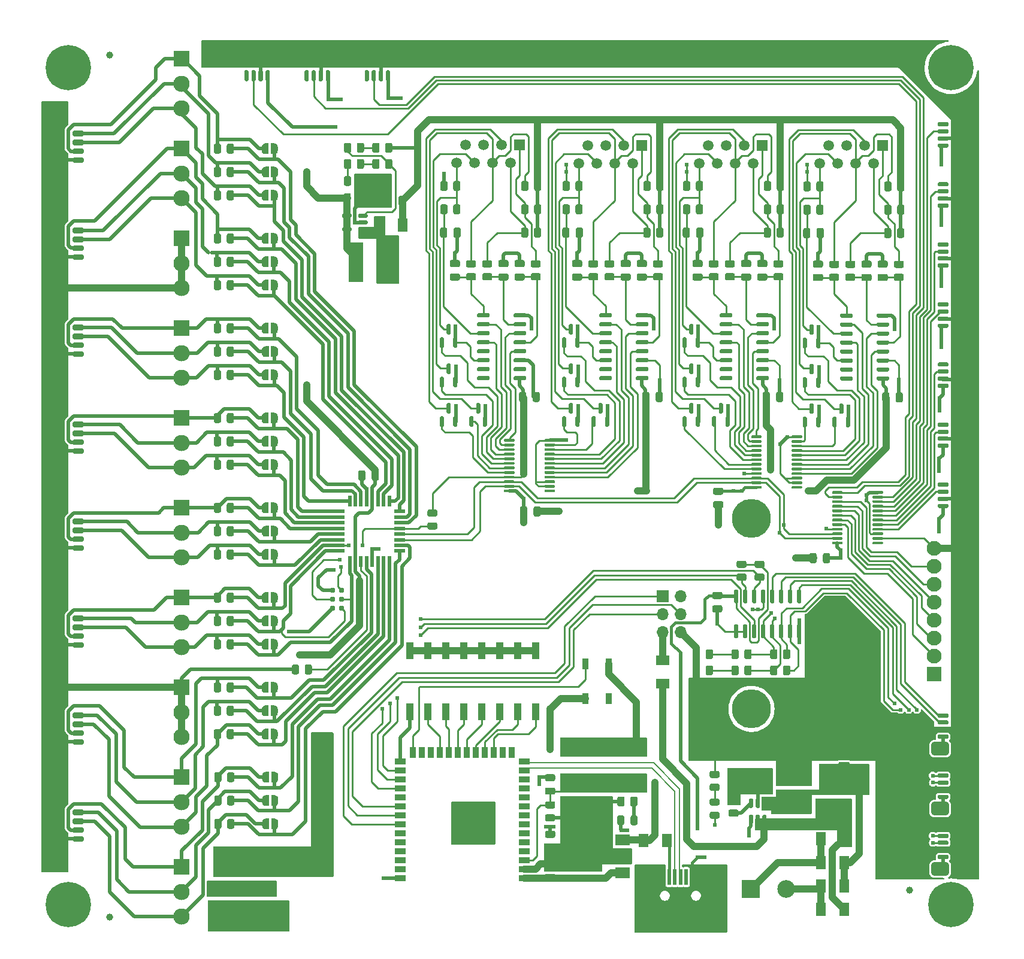
<source format=gtl>
G04 #@! TF.GenerationSoftware,KiCad,Pcbnew,6.0.10-86aedd382b~118~ubuntu18.04.1*
G04 #@! TF.CreationDate,2025-04-04T14:58:15-06:00*
G04 #@! TF.ProjectId,mss-xcade,6d73732d-7863-4616-9465-2e6b69636164,rev?*
G04 #@! TF.SameCoordinates,Original*
G04 #@! TF.FileFunction,Copper,L1,Top*
G04 #@! TF.FilePolarity,Positive*
%FSLAX46Y46*%
G04 Gerber Fmt 4.6, Leading zero omitted, Abs format (unit mm)*
G04 Created by KiCad (PCBNEW 6.0.10-86aedd382b~118~ubuntu18.04.1) date 2025-04-04 14:58:15*
%MOMM*%
%LPD*%
G01*
G04 APERTURE LIST*
G04 #@! TA.AperFunction,ComponentPad*
%ADD10R,2.300000X2.300000*%
G04 #@! TD*
G04 #@! TA.AperFunction,ComponentPad*
%ADD11C,2.300000*%
G04 #@! TD*
G04 #@! TA.AperFunction,SMDPad,CuDef*
%ADD12R,5.562600X2.108200*%
G04 #@! TD*
G04 #@! TA.AperFunction,ComponentPad*
%ADD13R,1.700000X1.700000*%
G04 #@! TD*
G04 #@! TA.AperFunction,ComponentPad*
%ADD14O,1.700000X1.700000*%
G04 #@! TD*
G04 #@! TA.AperFunction,SMDPad,CuDef*
%ADD15C,1.000000*%
G04 #@! TD*
G04 #@! TA.AperFunction,ComponentPad*
%ADD16R,1.500000X1.500000*%
G04 #@! TD*
G04 #@! TA.AperFunction,ComponentPad*
%ADD17C,1.500000*%
G04 #@! TD*
G04 #@! TA.AperFunction,ComponentPad*
%ADD18C,6.400000*%
G04 #@! TD*
G04 #@! TA.AperFunction,SMDPad,CuDef*
%ADD19R,1.400000X1.900000*%
G04 #@! TD*
G04 #@! TA.AperFunction,ComponentPad*
%ADD20C,5.500000*%
G04 #@! TD*
G04 #@! TA.AperFunction,ConnectorPad*
%ADD21C,0.787400*%
G04 #@! TD*
G04 #@! TA.AperFunction,SMDPad,CuDef*
%ADD22R,1.500000X0.900000*%
G04 #@! TD*
G04 #@! TA.AperFunction,SMDPad,CuDef*
%ADD23R,0.900000X1.500000*%
G04 #@! TD*
G04 #@! TA.AperFunction,SMDPad,CuDef*
%ADD24R,0.900000X0.900000*%
G04 #@! TD*
G04 #@! TA.AperFunction,SMDPad,CuDef*
%ADD25R,2.108200X5.562600*%
G04 #@! TD*
G04 #@! TA.AperFunction,SMDPad,CuDef*
%ADD26R,2.489200X1.193800*%
G04 #@! TD*
G04 #@! TA.AperFunction,SMDPad,CuDef*
%ADD27R,1.900000X1.400000*%
G04 #@! TD*
G04 #@! TA.AperFunction,ComponentPad*
%ADD28R,2.500000X2.500000*%
G04 #@! TD*
G04 #@! TA.AperFunction,ComponentPad*
%ADD29C,2.500000*%
G04 #@! TD*
G04 #@! TA.AperFunction,SMDPad,CuDef*
%ADD30R,0.500000X2.300000*%
G04 #@! TD*
G04 #@! TA.AperFunction,SMDPad,CuDef*
%ADD31R,2.000000X2.500000*%
G04 #@! TD*
G04 #@! TA.AperFunction,SMDPad,CuDef*
%ADD32R,2.000000X1.500000*%
G04 #@! TD*
G04 #@! TA.AperFunction,SMDPad,CuDef*
%ADD33R,2.000000X3.800000*%
G04 #@! TD*
G04 #@! TA.AperFunction,ComponentPad*
%ADD34R,2.100000X2.100000*%
G04 #@! TD*
G04 #@! TA.AperFunction,ComponentPad*
%ADD35C,2.100000*%
G04 #@! TD*
G04 #@! TA.AperFunction,SMDPad,CuDef*
%ADD36R,0.550000X1.600000*%
G04 #@! TD*
G04 #@! TA.AperFunction,SMDPad,CuDef*
%ADD37R,1.600000X0.550000*%
G04 #@! TD*
G04 #@! TA.AperFunction,SMDPad,CuDef*
%ADD38R,1.120000X2.440000*%
G04 #@! TD*
G04 #@! TA.AperFunction,ViaPad*
%ADD39C,0.609600*%
G04 #@! TD*
G04 #@! TA.AperFunction,Conductor*
%ADD40C,1.016000*%
G04 #@! TD*
G04 #@! TA.AperFunction,Conductor*
%ADD41C,0.254000*%
G04 #@! TD*
G04 #@! TA.AperFunction,Conductor*
%ADD42C,0.508000*%
G04 #@! TD*
G04 #@! TA.AperFunction,Conductor*
%ADD43C,0.457200*%
G04 #@! TD*
G04 #@! TA.AperFunction,Conductor*
%ADD44C,0.200000*%
G04 #@! TD*
G04 APERTURE END LIST*
G04 #@! TA.AperFunction,SMDPad,CuDef*
G36*
G01*
X139250000Y-54391500D02*
X140150000Y-54391500D01*
G75*
G02*
X140400000Y-54641500I0J-250000D01*
G01*
X140400000Y-55166500D01*
G75*
G02*
X140150000Y-55416500I-250000J0D01*
G01*
X139250000Y-55416500D01*
G75*
G02*
X139000000Y-55166500I0J250000D01*
G01*
X139000000Y-54641500D01*
G75*
G02*
X139250000Y-54391500I250000J0D01*
G01*
G37*
G04 #@! TD.AperFunction*
G04 #@! TA.AperFunction,SMDPad,CuDef*
G36*
G01*
X139250000Y-56216500D02*
X140150000Y-56216500D01*
G75*
G02*
X140400000Y-56466500I0J-250000D01*
G01*
X140400000Y-56991500D01*
G75*
G02*
X140150000Y-57241500I-250000J0D01*
G01*
X139250000Y-57241500D01*
G75*
G02*
X139000000Y-56991500I0J250000D01*
G01*
X139000000Y-56466500D01*
G75*
G02*
X139250000Y-56216500I250000J0D01*
G01*
G37*
G04 #@! TD.AperFunction*
G04 #@! TA.AperFunction,SMDPad,CuDef*
G36*
G01*
X103914000Y-108262000D02*
X103914000Y-109162000D01*
G75*
G02*
X103664000Y-109412000I-250000J0D01*
G01*
X103139000Y-109412000D01*
G75*
G02*
X102889000Y-109162000I0J250000D01*
G01*
X102889000Y-108262000D01*
G75*
G02*
X103139000Y-108012000I250000J0D01*
G01*
X103664000Y-108012000D01*
G75*
G02*
X103914000Y-108262000I0J-250000D01*
G01*
G37*
G04 #@! TD.AperFunction*
G04 #@! TA.AperFunction,SMDPad,CuDef*
G36*
G01*
X102089000Y-108262000D02*
X102089000Y-109162000D01*
G75*
G02*
X101839000Y-109412000I-250000J0D01*
G01*
X101314000Y-109412000D01*
G75*
G02*
X101064000Y-109162000I0J250000D01*
G01*
X101064000Y-108262000D01*
G75*
G02*
X101314000Y-108012000I250000J0D01*
G01*
X101839000Y-108012000D01*
G75*
G02*
X102089000Y-108262000I0J-250000D01*
G01*
G37*
G04 #@! TD.AperFunction*
G04 #@! TA.AperFunction,SMDPad,CuDef*
G36*
G01*
X103914000Y-88958000D02*
X103914000Y-89858000D01*
G75*
G02*
X103664000Y-90108000I-250000J0D01*
G01*
X103139000Y-90108000D01*
G75*
G02*
X102889000Y-89858000I0J250000D01*
G01*
X102889000Y-88958000D01*
G75*
G02*
X103139000Y-88708000I250000J0D01*
G01*
X103664000Y-88708000D01*
G75*
G02*
X103914000Y-88958000I0J-250000D01*
G01*
G37*
G04 #@! TD.AperFunction*
G04 #@! TA.AperFunction,SMDPad,CuDef*
G36*
G01*
X102089000Y-88958000D02*
X102089000Y-89858000D01*
G75*
G02*
X101839000Y-90108000I-250000J0D01*
G01*
X101314000Y-90108000D01*
G75*
G02*
X101064000Y-89858000I0J250000D01*
G01*
X101064000Y-88958000D01*
G75*
G02*
X101314000Y-88708000I250000J0D01*
G01*
X101839000Y-88708000D01*
G75*
G02*
X102089000Y-88958000I0J-250000D01*
G01*
G37*
G04 #@! TD.AperFunction*
G04 #@! TA.AperFunction,SMDPad,CuDef*
G36*
G01*
X161618000Y-74198500D02*
X161618000Y-73248500D01*
G75*
G02*
X161868000Y-72998500I250000J0D01*
G01*
X162368000Y-72998500D01*
G75*
G02*
X162618000Y-73248500I0J-250000D01*
G01*
X162618000Y-74198500D01*
G75*
G02*
X162368000Y-74448500I-250000J0D01*
G01*
X161868000Y-74448500D01*
G75*
G02*
X161618000Y-74198500I0J250000D01*
G01*
G37*
G04 #@! TD.AperFunction*
G04 #@! TA.AperFunction,SMDPad,CuDef*
G36*
G01*
X163518000Y-74198500D02*
X163518000Y-73248500D01*
G75*
G02*
X163768000Y-72998500I250000J0D01*
G01*
X164268000Y-72998500D01*
G75*
G02*
X164518000Y-73248500I0J-250000D01*
G01*
X164518000Y-74198500D01*
G75*
G02*
X164268000Y-74448500I-250000J0D01*
G01*
X163768000Y-74448500D01*
G75*
G02*
X163518000Y-74198500I0J250000D01*
G01*
G37*
G04 #@! TD.AperFunction*
G04 #@! TA.AperFunction,SMDPad,CuDef*
G36*
G01*
X103914000Y-92260000D02*
X103914000Y-93160000D01*
G75*
G02*
X103664000Y-93410000I-250000J0D01*
G01*
X103139000Y-93410000D01*
G75*
G02*
X102889000Y-93160000I0J250000D01*
G01*
X102889000Y-92260000D01*
G75*
G02*
X103139000Y-92010000I250000J0D01*
G01*
X103664000Y-92010000D01*
G75*
G02*
X103914000Y-92260000I0J-250000D01*
G01*
G37*
G04 #@! TD.AperFunction*
G04 #@! TA.AperFunction,SMDPad,CuDef*
G36*
G01*
X102089000Y-92260000D02*
X102089000Y-93160000D01*
G75*
G02*
X101839000Y-93410000I-250000J0D01*
G01*
X101314000Y-93410000D01*
G75*
G02*
X101064000Y-93160000I0J250000D01*
G01*
X101064000Y-92260000D01*
G75*
G02*
X101314000Y-92010000I250000J0D01*
G01*
X101839000Y-92010000D01*
G75*
G02*
X102089000Y-92260000I0J-250000D01*
G01*
G37*
G04 #@! TD.AperFunction*
D10*
X96520000Y-89408000D03*
D11*
X96520000Y-92908000D03*
X96520000Y-96408000D03*
G04 #@! TA.AperFunction,SMDPad,CuDef*
G36*
G01*
X103914000Y-38158000D02*
X103914000Y-39058000D01*
G75*
G02*
X103664000Y-39308000I-250000J0D01*
G01*
X103139000Y-39308000D01*
G75*
G02*
X102889000Y-39058000I0J250000D01*
G01*
X102889000Y-38158000D01*
G75*
G02*
X103139000Y-37908000I250000J0D01*
G01*
X103664000Y-37908000D01*
G75*
G02*
X103914000Y-38158000I0J-250000D01*
G01*
G37*
G04 #@! TD.AperFunction*
G04 #@! TA.AperFunction,SMDPad,CuDef*
G36*
G01*
X102089000Y-38158000D02*
X102089000Y-39058000D01*
G75*
G02*
X101839000Y-39308000I-250000J0D01*
G01*
X101314000Y-39308000D01*
G75*
G02*
X101064000Y-39058000I0J250000D01*
G01*
X101064000Y-38158000D01*
G75*
G02*
X101314000Y-37908000I250000J0D01*
G01*
X101839000Y-37908000D01*
G75*
G02*
X102089000Y-38158000I0J-250000D01*
G01*
G37*
G04 #@! TD.AperFunction*
G04 #@! TA.AperFunction,SMDPad,CuDef*
G36*
G01*
X103914000Y-82862000D02*
X103914000Y-83762000D01*
G75*
G02*
X103664000Y-84012000I-250000J0D01*
G01*
X103139000Y-84012000D01*
G75*
G02*
X102889000Y-83762000I0J250000D01*
G01*
X102889000Y-82862000D01*
G75*
G02*
X103139000Y-82612000I250000J0D01*
G01*
X103664000Y-82612000D01*
G75*
G02*
X103914000Y-82862000I0J-250000D01*
G01*
G37*
G04 #@! TD.AperFunction*
G04 #@! TA.AperFunction,SMDPad,CuDef*
G36*
G01*
X102089000Y-82862000D02*
X102089000Y-83762000D01*
G75*
G02*
X101839000Y-84012000I-250000J0D01*
G01*
X101314000Y-84012000D01*
G75*
G02*
X101064000Y-83762000I0J250000D01*
G01*
X101064000Y-82862000D01*
G75*
G02*
X101314000Y-82612000I250000J0D01*
G01*
X101839000Y-82612000D01*
G75*
G02*
X102089000Y-82862000I0J-250000D01*
G01*
G37*
G04 #@! TD.AperFunction*
G04 #@! TA.AperFunction,SMDPad,CuDef*
G36*
G01*
X184747000Y-72414000D02*
X184447000Y-72414000D01*
G75*
G02*
X184297000Y-72264000I0J150000D01*
G01*
X184297000Y-71089000D01*
G75*
G02*
X184447000Y-70939000I150000J0D01*
G01*
X184747000Y-70939000D01*
G75*
G02*
X184897000Y-71089000I0J-150000D01*
G01*
X184897000Y-72264000D01*
G75*
G02*
X184747000Y-72414000I-150000J0D01*
G01*
G37*
G04 #@! TD.AperFunction*
G04 #@! TA.AperFunction,SMDPad,CuDef*
G36*
G01*
X186647000Y-72414000D02*
X186347000Y-72414000D01*
G75*
G02*
X186197000Y-72264000I0J150000D01*
G01*
X186197000Y-71089000D01*
G75*
G02*
X186347000Y-70939000I150000J0D01*
G01*
X186647000Y-70939000D01*
G75*
G02*
X186797000Y-71089000I0J-150000D01*
G01*
X186797000Y-72264000D01*
G75*
G02*
X186647000Y-72414000I-150000J0D01*
G01*
G37*
G04 #@! TD.AperFunction*
G04 #@! TA.AperFunction,SMDPad,CuDef*
G36*
G01*
X185697000Y-70539000D02*
X185397000Y-70539000D01*
G75*
G02*
X185247000Y-70389000I0J150000D01*
G01*
X185247000Y-69214000D01*
G75*
G02*
X185397000Y-69064000I150000J0D01*
G01*
X185697000Y-69064000D01*
G75*
G02*
X185847000Y-69214000I0J-150000D01*
G01*
X185847000Y-70389000D01*
G75*
G02*
X185697000Y-70539000I-150000J0D01*
G01*
G37*
G04 #@! TD.AperFunction*
G04 #@! TA.AperFunction,SMDPad,CuDef*
G36*
X109116000Y-95262000D02*
G01*
X109616000Y-95262000D01*
X109616000Y-95266967D01*
X109695941Y-95268432D01*
X109831256Y-95310707D01*
X109949266Y-95389262D01*
X110040486Y-95497781D01*
X110097581Y-95627540D01*
X110115164Y-95762000D01*
X110116000Y-95762000D01*
X110116000Y-96262000D01*
X110115164Y-96262000D01*
X110115963Y-96268109D01*
X110094152Y-96408186D01*
X110033904Y-96536511D01*
X109940060Y-96642769D01*
X109820165Y-96718417D01*
X109683858Y-96757374D01*
X109616000Y-96756959D01*
X109616000Y-96762000D01*
X109116000Y-96762000D01*
X109116000Y-95262000D01*
G37*
G04 #@! TD.AperFunction*
G04 #@! TA.AperFunction,SMDPad,CuDef*
G36*
X108316000Y-96756959D02*
G01*
X108242095Y-96756508D01*
X108106274Y-96715889D01*
X107987312Y-96638782D01*
X107894774Y-96531385D01*
X107836097Y-96402333D01*
X107816000Y-96262000D01*
X107816000Y-95762000D01*
X107816149Y-95749784D01*
X107839669Y-95609983D01*
X107901481Y-95482404D01*
X107996616Y-95377300D01*
X108117426Y-95303123D01*
X108254199Y-95265834D01*
X108316000Y-95266967D01*
X108316000Y-95262000D01*
X108816000Y-95262000D01*
X108816000Y-96762000D01*
X108316000Y-96762000D01*
X108316000Y-96756959D01*
G37*
G04 #@! TD.AperFunction*
D12*
X177038000Y-128028700D03*
X177038000Y-123431300D03*
D10*
X96520000Y-38608000D03*
D11*
X96520000Y-42108000D03*
X96520000Y-45608000D03*
D10*
X96520000Y-127508000D03*
D11*
X96520000Y-131008000D03*
X96520000Y-134508000D03*
G04 #@! TA.AperFunction,SMDPad,CuDef*
G36*
G01*
X171920000Y-77938500D02*
X171620000Y-77938500D01*
G75*
G02*
X171470000Y-77788500I0J150000D01*
G01*
X171470000Y-76613500D01*
G75*
G02*
X171620000Y-76463500I150000J0D01*
G01*
X171920000Y-76463500D01*
G75*
G02*
X172070000Y-76613500I0J-150000D01*
G01*
X172070000Y-77788500D01*
G75*
G02*
X171920000Y-77938500I-150000J0D01*
G01*
G37*
G04 #@! TD.AperFunction*
G04 #@! TA.AperFunction,SMDPad,CuDef*
G36*
G01*
X173820000Y-77938500D02*
X173520000Y-77938500D01*
G75*
G02*
X173370000Y-77788500I0J150000D01*
G01*
X173370000Y-76613500D01*
G75*
G02*
X173520000Y-76463500I150000J0D01*
G01*
X173820000Y-76463500D01*
G75*
G02*
X173970000Y-76613500I0J-150000D01*
G01*
X173970000Y-77788500D01*
G75*
G02*
X173820000Y-77938500I-150000J0D01*
G01*
G37*
G04 #@! TD.AperFunction*
G04 #@! TA.AperFunction,SMDPad,CuDef*
G36*
G01*
X172870000Y-76063500D02*
X172570000Y-76063500D01*
G75*
G02*
X172420000Y-75913500I0J150000D01*
G01*
X172420000Y-74738500D01*
G75*
G02*
X172570000Y-74588500I150000J0D01*
G01*
X172870000Y-74588500D01*
G75*
G02*
X173020000Y-74738500I0J-150000D01*
G01*
X173020000Y-75913500D01*
G75*
G02*
X172870000Y-76063500I-150000J0D01*
G01*
G37*
G04 #@! TD.AperFunction*
G04 #@! TA.AperFunction,SMDPad,CuDef*
G36*
G01*
X81302000Y-36079000D02*
X82502000Y-36079000D01*
G75*
G02*
X82702000Y-36279000I0J-200000D01*
G01*
X82702000Y-36679000D01*
G75*
G02*
X82502000Y-36879000I-200000J0D01*
G01*
X81302000Y-36879000D01*
G75*
G02*
X81102000Y-36679000I0J200000D01*
G01*
X81102000Y-36279000D01*
G75*
G02*
X81302000Y-36079000I200000J0D01*
G01*
G37*
G04 #@! TD.AperFunction*
G04 #@! TA.AperFunction,SMDPad,CuDef*
G36*
G01*
X81302000Y-37329000D02*
X82502000Y-37329000D01*
G75*
G02*
X82702000Y-37529000I0J-200000D01*
G01*
X82702000Y-37929000D01*
G75*
G02*
X82502000Y-38129000I-200000J0D01*
G01*
X81302000Y-38129000D01*
G75*
G02*
X81102000Y-37929000I0J200000D01*
G01*
X81102000Y-37529000D01*
G75*
G02*
X81302000Y-37329000I200000J0D01*
G01*
G37*
G04 #@! TD.AperFunction*
G04 #@! TA.AperFunction,SMDPad,CuDef*
G36*
G01*
X81302000Y-38579000D02*
X82502000Y-38579000D01*
G75*
G02*
X82702000Y-38779000I0J-200000D01*
G01*
X82702000Y-39179000D01*
G75*
G02*
X82502000Y-39379000I-200000J0D01*
G01*
X81302000Y-39379000D01*
G75*
G02*
X81102000Y-39179000I0J200000D01*
G01*
X81102000Y-38779000D01*
G75*
G02*
X81302000Y-38579000I200000J0D01*
G01*
G37*
G04 #@! TD.AperFunction*
G04 #@! TA.AperFunction,SMDPad,CuDef*
G36*
G01*
X81302000Y-39829000D02*
X82502000Y-39829000D01*
G75*
G02*
X82702000Y-40029000I0J-200000D01*
G01*
X82702000Y-40429000D01*
G75*
G02*
X82502000Y-40629000I-200000J0D01*
G01*
X81302000Y-40629000D01*
G75*
G02*
X81102000Y-40429000I0J200000D01*
G01*
X81102000Y-40029000D01*
G75*
G02*
X81302000Y-39829000I200000J0D01*
G01*
G37*
G04 #@! TD.AperFunction*
G04 #@! TA.AperFunction,SMDPad,CuDef*
G36*
G01*
X77752001Y-41729000D02*
X80251999Y-41729000D01*
G75*
G02*
X80502000Y-41979001I0J-250001D01*
G01*
X80502000Y-43578999D01*
G75*
G02*
X80251999Y-43829000I-250001J0D01*
G01*
X77752001Y-43829000D01*
G75*
G02*
X77502000Y-43578999I0J250001D01*
G01*
X77502000Y-41979001D01*
G75*
G02*
X77752001Y-41729000I250001J0D01*
G01*
G37*
G04 #@! TD.AperFunction*
G04 #@! TA.AperFunction,SMDPad,CuDef*
G36*
G01*
X77752001Y-32879000D02*
X80251999Y-32879000D01*
G75*
G02*
X80502000Y-33129001I0J-250001D01*
G01*
X80502000Y-34728999D01*
G75*
G02*
X80251999Y-34979000I-250001J0D01*
G01*
X77752001Y-34979000D01*
G75*
G02*
X77502000Y-34728999I0J250001D01*
G01*
X77502000Y-33129001D01*
G75*
G02*
X77752001Y-32879000I250001J0D01*
G01*
G37*
G04 #@! TD.AperFunction*
D13*
X164460000Y-101869000D03*
D14*
X167000000Y-101869000D03*
X164460000Y-104409000D03*
X167000000Y-104409000D03*
X164460000Y-106949000D03*
X167000000Y-106949000D03*
G04 #@! TA.AperFunction,SMDPad,CuDef*
G36*
X109116000Y-79260000D02*
G01*
X109616000Y-79260000D01*
X109616000Y-79264967D01*
X109695941Y-79266432D01*
X109831256Y-79308707D01*
X109949266Y-79387262D01*
X110040486Y-79495781D01*
X110097581Y-79625540D01*
X110115164Y-79760000D01*
X110116000Y-79760000D01*
X110116000Y-80260000D01*
X110115164Y-80260000D01*
X110115963Y-80266109D01*
X110094152Y-80406186D01*
X110033904Y-80534511D01*
X109940060Y-80640769D01*
X109820165Y-80716417D01*
X109683858Y-80755374D01*
X109616000Y-80754959D01*
X109616000Y-80760000D01*
X109116000Y-80760000D01*
X109116000Y-79260000D01*
G37*
G04 #@! TD.AperFunction*
G04 #@! TA.AperFunction,SMDPad,CuDef*
G36*
X108316000Y-80754959D02*
G01*
X108242095Y-80754508D01*
X108106274Y-80713889D01*
X107987312Y-80636782D01*
X107894774Y-80529385D01*
X107836097Y-80400333D01*
X107816000Y-80260000D01*
X107816000Y-79760000D01*
X107816149Y-79747784D01*
X107839669Y-79607983D01*
X107901481Y-79480404D01*
X107996616Y-79375300D01*
X108117426Y-79301123D01*
X108254199Y-79263834D01*
X108316000Y-79264967D01*
X108316000Y-79260000D01*
X108816000Y-79260000D01*
X108816000Y-80760000D01*
X108316000Y-80760000D01*
X108316000Y-80754959D01*
G37*
G04 #@! TD.AperFunction*
G04 #@! TA.AperFunction,SMDPad,CuDef*
G36*
G01*
X137630000Y-77938500D02*
X137330000Y-77938500D01*
G75*
G02*
X137180000Y-77788500I0J150000D01*
G01*
X137180000Y-76613500D01*
G75*
G02*
X137330000Y-76463500I150000J0D01*
G01*
X137630000Y-76463500D01*
G75*
G02*
X137780000Y-76613500I0J-150000D01*
G01*
X137780000Y-77788500D01*
G75*
G02*
X137630000Y-77938500I-150000J0D01*
G01*
G37*
G04 #@! TD.AperFunction*
G04 #@! TA.AperFunction,SMDPad,CuDef*
G36*
G01*
X139530000Y-77938500D02*
X139230000Y-77938500D01*
G75*
G02*
X139080000Y-77788500I0J150000D01*
G01*
X139080000Y-76613500D01*
G75*
G02*
X139230000Y-76463500I150000J0D01*
G01*
X139530000Y-76463500D01*
G75*
G02*
X139680000Y-76613500I0J-150000D01*
G01*
X139680000Y-77788500D01*
G75*
G02*
X139530000Y-77938500I-150000J0D01*
G01*
G37*
G04 #@! TD.AperFunction*
G04 #@! TA.AperFunction,SMDPad,CuDef*
G36*
G01*
X138580000Y-76063500D02*
X138280000Y-76063500D01*
G75*
G02*
X138130000Y-75913500I0J150000D01*
G01*
X138130000Y-74738500D01*
G75*
G02*
X138280000Y-74588500I150000J0D01*
G01*
X138580000Y-74588500D01*
G75*
G02*
X138730000Y-74738500I0J-150000D01*
G01*
X138730000Y-75913500D01*
G75*
G02*
X138580000Y-76063500I-150000J0D01*
G01*
G37*
G04 #@! TD.AperFunction*
G04 #@! TA.AperFunction,SMDPad,CuDef*
G36*
G01*
X204746000Y-139087000D02*
X203496000Y-139087000D01*
G75*
G02*
X203346000Y-138937000I0J150000D01*
G01*
X203346000Y-138637000D01*
G75*
G02*
X203496000Y-138487000I150000J0D01*
G01*
X204746000Y-138487000D01*
G75*
G02*
X204896000Y-138637000I0J-150000D01*
G01*
X204896000Y-138937000D01*
G75*
G02*
X204746000Y-139087000I-150000J0D01*
G01*
G37*
G04 #@! TD.AperFunction*
G04 #@! TA.AperFunction,SMDPad,CuDef*
G36*
G01*
X204746000Y-138087000D02*
X203496000Y-138087000D01*
G75*
G02*
X203346000Y-137937000I0J150000D01*
G01*
X203346000Y-137637000D01*
G75*
G02*
X203496000Y-137487000I150000J0D01*
G01*
X204746000Y-137487000D01*
G75*
G02*
X204896000Y-137637000I0J-150000D01*
G01*
X204896000Y-137937000D01*
G75*
G02*
X204746000Y-138087000I-150000J0D01*
G01*
G37*
G04 #@! TD.AperFunction*
G04 #@! TA.AperFunction,SMDPad,CuDef*
G36*
G01*
X204746000Y-137087000D02*
X203496000Y-137087000D01*
G75*
G02*
X203346000Y-136937000I0J150000D01*
G01*
X203346000Y-136637000D01*
G75*
G02*
X203496000Y-136487000I150000J0D01*
G01*
X204746000Y-136487000D01*
G75*
G02*
X204896000Y-136637000I0J-150000D01*
G01*
X204896000Y-136937000D01*
G75*
G02*
X204746000Y-137087000I-150000J0D01*
G01*
G37*
G04 #@! TD.AperFunction*
G04 #@! TA.AperFunction,SMDPad,CuDef*
G36*
G01*
X204746000Y-136087000D02*
X203496000Y-136087000D01*
G75*
G02*
X203346000Y-135937000I0J150000D01*
G01*
X203346000Y-135637000D01*
G75*
G02*
X203496000Y-135487000I150000J0D01*
G01*
X204746000Y-135487000D01*
G75*
G02*
X204896000Y-135637000I0J-150000D01*
G01*
X204896000Y-135937000D01*
G75*
G02*
X204746000Y-136087000I-150000J0D01*
G01*
G37*
G04 #@! TD.AperFunction*
G04 #@! TA.AperFunction,SMDPad,CuDef*
G36*
G01*
X208646000Y-140687000D02*
X207346000Y-140687000D01*
G75*
G02*
X207096000Y-140437000I0J250000D01*
G01*
X207096000Y-139737000D01*
G75*
G02*
X207346000Y-139487000I250000J0D01*
G01*
X208646000Y-139487000D01*
G75*
G02*
X208896000Y-139737000I0J-250000D01*
G01*
X208896000Y-140437000D01*
G75*
G02*
X208646000Y-140687000I-250000J0D01*
G01*
G37*
G04 #@! TD.AperFunction*
G04 #@! TA.AperFunction,SMDPad,CuDef*
G36*
G01*
X208646000Y-135087000D02*
X207346000Y-135087000D01*
G75*
G02*
X207096000Y-134837000I0J250000D01*
G01*
X207096000Y-134137000D01*
G75*
G02*
X207346000Y-133887000I250000J0D01*
G01*
X208646000Y-133887000D01*
G75*
G02*
X208896000Y-134137000I0J-250000D01*
G01*
X208896000Y-134837000D01*
G75*
G02*
X208646000Y-135087000I-250000J0D01*
G01*
G37*
G04 #@! TD.AperFunction*
G04 #@! TA.AperFunction,SMDPad,CuDef*
G36*
G01*
X179037000Y-57266500D02*
X178087000Y-57266500D01*
G75*
G02*
X177837000Y-57016500I0J250000D01*
G01*
X177837000Y-56516500D01*
G75*
G02*
X178087000Y-56266500I250000J0D01*
G01*
X179037000Y-56266500D01*
G75*
G02*
X179287000Y-56516500I0J-250000D01*
G01*
X179287000Y-57016500D01*
G75*
G02*
X179037000Y-57266500I-250000J0D01*
G01*
G37*
G04 #@! TD.AperFunction*
G04 #@! TA.AperFunction,SMDPad,CuDef*
G36*
G01*
X179037000Y-55366500D02*
X178087000Y-55366500D01*
G75*
G02*
X177837000Y-55116500I0J250000D01*
G01*
X177837000Y-54616500D01*
G75*
G02*
X178087000Y-54366500I250000J0D01*
G01*
X179037000Y-54366500D01*
G75*
G02*
X179287000Y-54616500I0J-250000D01*
G01*
X179287000Y-55116500D01*
G75*
G02*
X179037000Y-55366500I-250000J0D01*
G01*
G37*
G04 #@! TD.AperFunction*
G04 #@! TA.AperFunction,SMDPad,CuDef*
G36*
G01*
X150711000Y-72350500D02*
X150411000Y-72350500D01*
G75*
G02*
X150261000Y-72200500I0J150000D01*
G01*
X150261000Y-71025500D01*
G75*
G02*
X150411000Y-70875500I150000J0D01*
G01*
X150711000Y-70875500D01*
G75*
G02*
X150861000Y-71025500I0J-150000D01*
G01*
X150861000Y-72200500D01*
G75*
G02*
X150711000Y-72350500I-150000J0D01*
G01*
G37*
G04 #@! TD.AperFunction*
G04 #@! TA.AperFunction,SMDPad,CuDef*
G36*
G01*
X152611000Y-72350500D02*
X152311000Y-72350500D01*
G75*
G02*
X152161000Y-72200500I0J150000D01*
G01*
X152161000Y-71025500D01*
G75*
G02*
X152311000Y-70875500I150000J0D01*
G01*
X152611000Y-70875500D01*
G75*
G02*
X152761000Y-71025500I0J-150000D01*
G01*
X152761000Y-72200500D01*
G75*
G02*
X152611000Y-72350500I-150000J0D01*
G01*
G37*
G04 #@! TD.AperFunction*
G04 #@! TA.AperFunction,SMDPad,CuDef*
G36*
G01*
X151661000Y-70475500D02*
X151361000Y-70475500D01*
G75*
G02*
X151211000Y-70325500I0J150000D01*
G01*
X151211000Y-69150500D01*
G75*
G02*
X151361000Y-69000500I150000J0D01*
G01*
X151661000Y-69000500D01*
G75*
G02*
X151811000Y-69150500I0J-150000D01*
G01*
X151811000Y-70325500D01*
G75*
G02*
X151661000Y-70475500I-150000J0D01*
G01*
G37*
G04 #@! TD.AperFunction*
G04 #@! TA.AperFunction,SMDPad,CuDef*
G36*
G01*
X156522000Y-54391500D02*
X157422000Y-54391500D01*
G75*
G02*
X157672000Y-54641500I0J-250000D01*
G01*
X157672000Y-55166500D01*
G75*
G02*
X157422000Y-55416500I-250000J0D01*
G01*
X156522000Y-55416500D01*
G75*
G02*
X156272000Y-55166500I0J250000D01*
G01*
X156272000Y-54641500D01*
G75*
G02*
X156522000Y-54391500I250000J0D01*
G01*
G37*
G04 #@! TD.AperFunction*
G04 #@! TA.AperFunction,SMDPad,CuDef*
G36*
G01*
X156522000Y-56216500D02*
X157422000Y-56216500D01*
G75*
G02*
X157672000Y-56466500I0J-250000D01*
G01*
X157672000Y-56991500D01*
G75*
G02*
X157422000Y-57241500I-250000J0D01*
G01*
X156522000Y-57241500D01*
G75*
G02*
X156272000Y-56991500I0J250000D01*
G01*
X156272000Y-56466500D01*
G75*
G02*
X156522000Y-56216500I250000J0D01*
G01*
G37*
G04 #@! TD.AperFunction*
G04 #@! TA.AperFunction,SMDPad,CuDef*
G36*
G01*
X167729000Y-72350500D02*
X167429000Y-72350500D01*
G75*
G02*
X167279000Y-72200500I0J150000D01*
G01*
X167279000Y-71025500D01*
G75*
G02*
X167429000Y-70875500I150000J0D01*
G01*
X167729000Y-70875500D01*
G75*
G02*
X167879000Y-71025500I0J-150000D01*
G01*
X167879000Y-72200500D01*
G75*
G02*
X167729000Y-72350500I-150000J0D01*
G01*
G37*
G04 #@! TD.AperFunction*
G04 #@! TA.AperFunction,SMDPad,CuDef*
G36*
G01*
X169629000Y-72350500D02*
X169329000Y-72350500D01*
G75*
G02*
X169179000Y-72200500I0J150000D01*
G01*
X169179000Y-71025500D01*
G75*
G02*
X169329000Y-70875500I150000J0D01*
G01*
X169629000Y-70875500D01*
G75*
G02*
X169779000Y-71025500I0J-150000D01*
G01*
X169779000Y-72200500D01*
G75*
G02*
X169629000Y-72350500I-150000J0D01*
G01*
G37*
G04 #@! TD.AperFunction*
G04 #@! TA.AperFunction,SMDPad,CuDef*
G36*
G01*
X168679000Y-70475500D02*
X168379000Y-70475500D01*
G75*
G02*
X168229000Y-70325500I0J150000D01*
G01*
X168229000Y-69150500D01*
G75*
G02*
X168379000Y-69000500I150000J0D01*
G01*
X168679000Y-69000500D01*
G75*
G02*
X168829000Y-69150500I0J-150000D01*
G01*
X168829000Y-70325500D01*
G75*
G02*
X168679000Y-70475500I-150000J0D01*
G01*
G37*
G04 #@! TD.AperFunction*
G04 #@! TA.AperFunction,SMDPad,CuDef*
G36*
G01*
X81302000Y-132091000D02*
X82502000Y-132091000D01*
G75*
G02*
X82702000Y-132291000I0J-200000D01*
G01*
X82702000Y-132691000D01*
G75*
G02*
X82502000Y-132891000I-200000J0D01*
G01*
X81302000Y-132891000D01*
G75*
G02*
X81102000Y-132691000I0J200000D01*
G01*
X81102000Y-132291000D01*
G75*
G02*
X81302000Y-132091000I200000J0D01*
G01*
G37*
G04 #@! TD.AperFunction*
G04 #@! TA.AperFunction,SMDPad,CuDef*
G36*
G01*
X81302000Y-133341000D02*
X82502000Y-133341000D01*
G75*
G02*
X82702000Y-133541000I0J-200000D01*
G01*
X82702000Y-133941000D01*
G75*
G02*
X82502000Y-134141000I-200000J0D01*
G01*
X81302000Y-134141000D01*
G75*
G02*
X81102000Y-133941000I0J200000D01*
G01*
X81102000Y-133541000D01*
G75*
G02*
X81302000Y-133341000I200000J0D01*
G01*
G37*
G04 #@! TD.AperFunction*
G04 #@! TA.AperFunction,SMDPad,CuDef*
G36*
G01*
X81302000Y-134591000D02*
X82502000Y-134591000D01*
G75*
G02*
X82702000Y-134791000I0J-200000D01*
G01*
X82702000Y-135191000D01*
G75*
G02*
X82502000Y-135391000I-200000J0D01*
G01*
X81302000Y-135391000D01*
G75*
G02*
X81102000Y-135191000I0J200000D01*
G01*
X81102000Y-134791000D01*
G75*
G02*
X81302000Y-134591000I200000J0D01*
G01*
G37*
G04 #@! TD.AperFunction*
G04 #@! TA.AperFunction,SMDPad,CuDef*
G36*
G01*
X81302000Y-135841000D02*
X82502000Y-135841000D01*
G75*
G02*
X82702000Y-136041000I0J-200000D01*
G01*
X82702000Y-136441000D01*
G75*
G02*
X82502000Y-136641000I-200000J0D01*
G01*
X81302000Y-136641000D01*
G75*
G02*
X81102000Y-136441000I0J200000D01*
G01*
X81102000Y-136041000D01*
G75*
G02*
X81302000Y-135841000I200000J0D01*
G01*
G37*
G04 #@! TD.AperFunction*
G04 #@! TA.AperFunction,SMDPad,CuDef*
G36*
G01*
X77752001Y-128891000D02*
X80251999Y-128891000D01*
G75*
G02*
X80502000Y-129141001I0J-250001D01*
G01*
X80502000Y-130740999D01*
G75*
G02*
X80251999Y-130991000I-250001J0D01*
G01*
X77752001Y-130991000D01*
G75*
G02*
X77502000Y-130740999I0J250001D01*
G01*
X77502000Y-129141001D01*
G75*
G02*
X77752001Y-128891000I250001J0D01*
G01*
G37*
G04 #@! TD.AperFunction*
G04 #@! TA.AperFunction,SMDPad,CuDef*
G36*
G01*
X77752001Y-137741000D02*
X80251999Y-137741000D01*
G75*
G02*
X80502000Y-137991001I0J-250001D01*
G01*
X80502000Y-139590999D01*
G75*
G02*
X80251999Y-139841000I-250001J0D01*
G01*
X77752001Y-139841000D01*
G75*
G02*
X77502000Y-139590999I0J250001D01*
G01*
X77502000Y-137991001D01*
G75*
G02*
X77752001Y-137741000I250001J0D01*
G01*
G37*
G04 #@! TD.AperFunction*
G04 #@! TA.AperFunction,SMDPad,CuDef*
G36*
G01*
X125977776Y-27664000D02*
X125977776Y-28914000D01*
G75*
G02*
X125827776Y-29064000I-150000J0D01*
G01*
X125527776Y-29064000D01*
G75*
G02*
X125377776Y-28914000I0J150000D01*
G01*
X125377776Y-27664000D01*
G75*
G02*
X125527776Y-27514000I150000J0D01*
G01*
X125827776Y-27514000D01*
G75*
G02*
X125977776Y-27664000I0J-150000D01*
G01*
G37*
G04 #@! TD.AperFunction*
G04 #@! TA.AperFunction,SMDPad,CuDef*
G36*
G01*
X124977776Y-27664000D02*
X124977776Y-28914000D01*
G75*
G02*
X124827776Y-29064000I-150000J0D01*
G01*
X124527776Y-29064000D01*
G75*
G02*
X124377776Y-28914000I0J150000D01*
G01*
X124377776Y-27664000D01*
G75*
G02*
X124527776Y-27514000I150000J0D01*
G01*
X124827776Y-27514000D01*
G75*
G02*
X124977776Y-27664000I0J-150000D01*
G01*
G37*
G04 #@! TD.AperFunction*
G04 #@! TA.AperFunction,SMDPad,CuDef*
G36*
G01*
X123977776Y-27664000D02*
X123977776Y-28914000D01*
G75*
G02*
X123827776Y-29064000I-150000J0D01*
G01*
X123527776Y-29064000D01*
G75*
G02*
X123377776Y-28914000I0J150000D01*
G01*
X123377776Y-27664000D01*
G75*
G02*
X123527776Y-27514000I150000J0D01*
G01*
X123827776Y-27514000D01*
G75*
G02*
X123977776Y-27664000I0J-150000D01*
G01*
G37*
G04 #@! TD.AperFunction*
G04 #@! TA.AperFunction,SMDPad,CuDef*
G36*
G01*
X122977776Y-27664000D02*
X122977776Y-28914000D01*
G75*
G02*
X122827776Y-29064000I-150000J0D01*
G01*
X122527776Y-29064000D01*
G75*
G02*
X122377776Y-28914000I0J150000D01*
G01*
X122377776Y-27664000D01*
G75*
G02*
X122527776Y-27514000I150000J0D01*
G01*
X122827776Y-27514000D01*
G75*
G02*
X122977776Y-27664000I0J-150000D01*
G01*
G37*
G04 #@! TD.AperFunction*
G04 #@! TA.AperFunction,SMDPad,CuDef*
G36*
G01*
X121977776Y-23764000D02*
X121977776Y-25064000D01*
G75*
G02*
X121727776Y-25314000I-250000J0D01*
G01*
X121027776Y-25314000D01*
G75*
G02*
X120777776Y-25064000I0J250000D01*
G01*
X120777776Y-23764000D01*
G75*
G02*
X121027776Y-23514000I250000J0D01*
G01*
X121727776Y-23514000D01*
G75*
G02*
X121977776Y-23764000I0J-250000D01*
G01*
G37*
G04 #@! TD.AperFunction*
G04 #@! TA.AperFunction,SMDPad,CuDef*
G36*
G01*
X127577776Y-23764000D02*
X127577776Y-25064000D01*
G75*
G02*
X127327776Y-25314000I-250000J0D01*
G01*
X126627776Y-25314000D01*
G75*
G02*
X126377776Y-25064000I0J250000D01*
G01*
X126377776Y-23764000D01*
G75*
G02*
X126627776Y-23514000I250000J0D01*
G01*
X127327776Y-23514000D01*
G75*
G02*
X127577776Y-23764000I0J-250000D01*
G01*
G37*
G04 #@! TD.AperFunction*
G04 #@! TA.AperFunction,SMDPad,CuDef*
G36*
G01*
X184194000Y-86406000D02*
X184194000Y-86606000D01*
G75*
G02*
X184094000Y-86706000I-100000J0D01*
G01*
X182819000Y-86706000D01*
G75*
G02*
X182719000Y-86606000I0J100000D01*
G01*
X182719000Y-86406000D01*
G75*
G02*
X182819000Y-86306000I100000J0D01*
G01*
X184094000Y-86306000D01*
G75*
G02*
X184194000Y-86406000I0J-100000D01*
G01*
G37*
G04 #@! TD.AperFunction*
G04 #@! TA.AperFunction,SMDPad,CuDef*
G36*
G01*
X184194000Y-85756000D02*
X184194000Y-85956000D01*
G75*
G02*
X184094000Y-86056000I-100000J0D01*
G01*
X182819000Y-86056000D01*
G75*
G02*
X182719000Y-85956000I0J100000D01*
G01*
X182719000Y-85756000D01*
G75*
G02*
X182819000Y-85656000I100000J0D01*
G01*
X184094000Y-85656000D01*
G75*
G02*
X184194000Y-85756000I0J-100000D01*
G01*
G37*
G04 #@! TD.AperFunction*
G04 #@! TA.AperFunction,SMDPad,CuDef*
G36*
G01*
X184194000Y-85106000D02*
X184194000Y-85306000D01*
G75*
G02*
X184094000Y-85406000I-100000J0D01*
G01*
X182819000Y-85406000D01*
G75*
G02*
X182719000Y-85306000I0J100000D01*
G01*
X182719000Y-85106000D01*
G75*
G02*
X182819000Y-85006000I100000J0D01*
G01*
X184094000Y-85006000D01*
G75*
G02*
X184194000Y-85106000I0J-100000D01*
G01*
G37*
G04 #@! TD.AperFunction*
G04 #@! TA.AperFunction,SMDPad,CuDef*
G36*
G01*
X184194000Y-84456000D02*
X184194000Y-84656000D01*
G75*
G02*
X184094000Y-84756000I-100000J0D01*
G01*
X182819000Y-84756000D01*
G75*
G02*
X182719000Y-84656000I0J100000D01*
G01*
X182719000Y-84456000D01*
G75*
G02*
X182819000Y-84356000I100000J0D01*
G01*
X184094000Y-84356000D01*
G75*
G02*
X184194000Y-84456000I0J-100000D01*
G01*
G37*
G04 #@! TD.AperFunction*
G04 #@! TA.AperFunction,SMDPad,CuDef*
G36*
G01*
X184194000Y-83806000D02*
X184194000Y-84006000D01*
G75*
G02*
X184094000Y-84106000I-100000J0D01*
G01*
X182819000Y-84106000D01*
G75*
G02*
X182719000Y-84006000I0J100000D01*
G01*
X182719000Y-83806000D01*
G75*
G02*
X182819000Y-83706000I100000J0D01*
G01*
X184094000Y-83706000D01*
G75*
G02*
X184194000Y-83806000I0J-100000D01*
G01*
G37*
G04 #@! TD.AperFunction*
G04 #@! TA.AperFunction,SMDPad,CuDef*
G36*
G01*
X184194000Y-83156000D02*
X184194000Y-83356000D01*
G75*
G02*
X184094000Y-83456000I-100000J0D01*
G01*
X182819000Y-83456000D01*
G75*
G02*
X182719000Y-83356000I0J100000D01*
G01*
X182719000Y-83156000D01*
G75*
G02*
X182819000Y-83056000I100000J0D01*
G01*
X184094000Y-83056000D01*
G75*
G02*
X184194000Y-83156000I0J-100000D01*
G01*
G37*
G04 #@! TD.AperFunction*
G04 #@! TA.AperFunction,SMDPad,CuDef*
G36*
G01*
X184194000Y-82506000D02*
X184194000Y-82706000D01*
G75*
G02*
X184094000Y-82806000I-100000J0D01*
G01*
X182819000Y-82806000D01*
G75*
G02*
X182719000Y-82706000I0J100000D01*
G01*
X182719000Y-82506000D01*
G75*
G02*
X182819000Y-82406000I100000J0D01*
G01*
X184094000Y-82406000D01*
G75*
G02*
X184194000Y-82506000I0J-100000D01*
G01*
G37*
G04 #@! TD.AperFunction*
G04 #@! TA.AperFunction,SMDPad,CuDef*
G36*
G01*
X184194000Y-81856000D02*
X184194000Y-82056000D01*
G75*
G02*
X184094000Y-82156000I-100000J0D01*
G01*
X182819000Y-82156000D01*
G75*
G02*
X182719000Y-82056000I0J100000D01*
G01*
X182719000Y-81856000D01*
G75*
G02*
X182819000Y-81756000I100000J0D01*
G01*
X184094000Y-81756000D01*
G75*
G02*
X184194000Y-81856000I0J-100000D01*
G01*
G37*
G04 #@! TD.AperFunction*
G04 #@! TA.AperFunction,SMDPad,CuDef*
G36*
G01*
X184194000Y-81206000D02*
X184194000Y-81406000D01*
G75*
G02*
X184094000Y-81506000I-100000J0D01*
G01*
X182819000Y-81506000D01*
G75*
G02*
X182719000Y-81406000I0J100000D01*
G01*
X182719000Y-81206000D01*
G75*
G02*
X182819000Y-81106000I100000J0D01*
G01*
X184094000Y-81106000D01*
G75*
G02*
X184194000Y-81206000I0J-100000D01*
G01*
G37*
G04 #@! TD.AperFunction*
G04 #@! TA.AperFunction,SMDPad,CuDef*
G36*
G01*
X184194000Y-80556000D02*
X184194000Y-80756000D01*
G75*
G02*
X184094000Y-80856000I-100000J0D01*
G01*
X182819000Y-80856000D01*
G75*
G02*
X182719000Y-80756000I0J100000D01*
G01*
X182719000Y-80556000D01*
G75*
G02*
X182819000Y-80456000I100000J0D01*
G01*
X184094000Y-80456000D01*
G75*
G02*
X184194000Y-80556000I0J-100000D01*
G01*
G37*
G04 #@! TD.AperFunction*
G04 #@! TA.AperFunction,SMDPad,CuDef*
G36*
G01*
X184194000Y-79906000D02*
X184194000Y-80106000D01*
G75*
G02*
X184094000Y-80206000I-100000J0D01*
G01*
X182819000Y-80206000D01*
G75*
G02*
X182719000Y-80106000I0J100000D01*
G01*
X182719000Y-79906000D01*
G75*
G02*
X182819000Y-79806000I100000J0D01*
G01*
X184094000Y-79806000D01*
G75*
G02*
X184194000Y-79906000I0J-100000D01*
G01*
G37*
G04 #@! TD.AperFunction*
G04 #@! TA.AperFunction,SMDPad,CuDef*
G36*
G01*
X184194000Y-79256000D02*
X184194000Y-79456000D01*
G75*
G02*
X184094000Y-79556000I-100000J0D01*
G01*
X182819000Y-79556000D01*
G75*
G02*
X182719000Y-79456000I0J100000D01*
G01*
X182719000Y-79256000D01*
G75*
G02*
X182819000Y-79156000I100000J0D01*
G01*
X184094000Y-79156000D01*
G75*
G02*
X184194000Y-79256000I0J-100000D01*
G01*
G37*
G04 #@! TD.AperFunction*
G04 #@! TA.AperFunction,SMDPad,CuDef*
G36*
G01*
X178469000Y-79256000D02*
X178469000Y-79456000D01*
G75*
G02*
X178369000Y-79556000I-100000J0D01*
G01*
X177094000Y-79556000D01*
G75*
G02*
X176994000Y-79456000I0J100000D01*
G01*
X176994000Y-79256000D01*
G75*
G02*
X177094000Y-79156000I100000J0D01*
G01*
X178369000Y-79156000D01*
G75*
G02*
X178469000Y-79256000I0J-100000D01*
G01*
G37*
G04 #@! TD.AperFunction*
G04 #@! TA.AperFunction,SMDPad,CuDef*
G36*
G01*
X178469000Y-79906000D02*
X178469000Y-80106000D01*
G75*
G02*
X178369000Y-80206000I-100000J0D01*
G01*
X177094000Y-80206000D01*
G75*
G02*
X176994000Y-80106000I0J100000D01*
G01*
X176994000Y-79906000D01*
G75*
G02*
X177094000Y-79806000I100000J0D01*
G01*
X178369000Y-79806000D01*
G75*
G02*
X178469000Y-79906000I0J-100000D01*
G01*
G37*
G04 #@! TD.AperFunction*
G04 #@! TA.AperFunction,SMDPad,CuDef*
G36*
G01*
X178469000Y-80556000D02*
X178469000Y-80756000D01*
G75*
G02*
X178369000Y-80856000I-100000J0D01*
G01*
X177094000Y-80856000D01*
G75*
G02*
X176994000Y-80756000I0J100000D01*
G01*
X176994000Y-80556000D01*
G75*
G02*
X177094000Y-80456000I100000J0D01*
G01*
X178369000Y-80456000D01*
G75*
G02*
X178469000Y-80556000I0J-100000D01*
G01*
G37*
G04 #@! TD.AperFunction*
G04 #@! TA.AperFunction,SMDPad,CuDef*
G36*
G01*
X178469000Y-81206000D02*
X178469000Y-81406000D01*
G75*
G02*
X178369000Y-81506000I-100000J0D01*
G01*
X177094000Y-81506000D01*
G75*
G02*
X176994000Y-81406000I0J100000D01*
G01*
X176994000Y-81206000D01*
G75*
G02*
X177094000Y-81106000I100000J0D01*
G01*
X178369000Y-81106000D01*
G75*
G02*
X178469000Y-81206000I0J-100000D01*
G01*
G37*
G04 #@! TD.AperFunction*
G04 #@! TA.AperFunction,SMDPad,CuDef*
G36*
G01*
X178469000Y-81856000D02*
X178469000Y-82056000D01*
G75*
G02*
X178369000Y-82156000I-100000J0D01*
G01*
X177094000Y-82156000D01*
G75*
G02*
X176994000Y-82056000I0J100000D01*
G01*
X176994000Y-81856000D01*
G75*
G02*
X177094000Y-81756000I100000J0D01*
G01*
X178369000Y-81756000D01*
G75*
G02*
X178469000Y-81856000I0J-100000D01*
G01*
G37*
G04 #@! TD.AperFunction*
G04 #@! TA.AperFunction,SMDPad,CuDef*
G36*
G01*
X178469000Y-82506000D02*
X178469000Y-82706000D01*
G75*
G02*
X178369000Y-82806000I-100000J0D01*
G01*
X177094000Y-82806000D01*
G75*
G02*
X176994000Y-82706000I0J100000D01*
G01*
X176994000Y-82506000D01*
G75*
G02*
X177094000Y-82406000I100000J0D01*
G01*
X178369000Y-82406000D01*
G75*
G02*
X178469000Y-82506000I0J-100000D01*
G01*
G37*
G04 #@! TD.AperFunction*
G04 #@! TA.AperFunction,SMDPad,CuDef*
G36*
G01*
X178469000Y-83156000D02*
X178469000Y-83356000D01*
G75*
G02*
X178369000Y-83456000I-100000J0D01*
G01*
X177094000Y-83456000D01*
G75*
G02*
X176994000Y-83356000I0J100000D01*
G01*
X176994000Y-83156000D01*
G75*
G02*
X177094000Y-83056000I100000J0D01*
G01*
X178369000Y-83056000D01*
G75*
G02*
X178469000Y-83156000I0J-100000D01*
G01*
G37*
G04 #@! TD.AperFunction*
G04 #@! TA.AperFunction,SMDPad,CuDef*
G36*
G01*
X178469000Y-83806000D02*
X178469000Y-84006000D01*
G75*
G02*
X178369000Y-84106000I-100000J0D01*
G01*
X177094000Y-84106000D01*
G75*
G02*
X176994000Y-84006000I0J100000D01*
G01*
X176994000Y-83806000D01*
G75*
G02*
X177094000Y-83706000I100000J0D01*
G01*
X178369000Y-83706000D01*
G75*
G02*
X178469000Y-83806000I0J-100000D01*
G01*
G37*
G04 #@! TD.AperFunction*
G04 #@! TA.AperFunction,SMDPad,CuDef*
G36*
G01*
X178469000Y-84456000D02*
X178469000Y-84656000D01*
G75*
G02*
X178369000Y-84756000I-100000J0D01*
G01*
X177094000Y-84756000D01*
G75*
G02*
X176994000Y-84656000I0J100000D01*
G01*
X176994000Y-84456000D01*
G75*
G02*
X177094000Y-84356000I100000J0D01*
G01*
X178369000Y-84356000D01*
G75*
G02*
X178469000Y-84456000I0J-100000D01*
G01*
G37*
G04 #@! TD.AperFunction*
G04 #@! TA.AperFunction,SMDPad,CuDef*
G36*
G01*
X178469000Y-85106000D02*
X178469000Y-85306000D01*
G75*
G02*
X178369000Y-85406000I-100000J0D01*
G01*
X177094000Y-85406000D01*
G75*
G02*
X176994000Y-85306000I0J100000D01*
G01*
X176994000Y-85106000D01*
G75*
G02*
X177094000Y-85006000I100000J0D01*
G01*
X178369000Y-85006000D01*
G75*
G02*
X178469000Y-85106000I0J-100000D01*
G01*
G37*
G04 #@! TD.AperFunction*
G04 #@! TA.AperFunction,SMDPad,CuDef*
G36*
G01*
X178469000Y-85756000D02*
X178469000Y-85956000D01*
G75*
G02*
X178369000Y-86056000I-100000J0D01*
G01*
X177094000Y-86056000D01*
G75*
G02*
X176994000Y-85956000I0J100000D01*
G01*
X176994000Y-85756000D01*
G75*
G02*
X177094000Y-85656000I100000J0D01*
G01*
X178369000Y-85656000D01*
G75*
G02*
X178469000Y-85756000I0J-100000D01*
G01*
G37*
G04 #@! TD.AperFunction*
G04 #@! TA.AperFunction,SMDPad,CuDef*
G36*
G01*
X178469000Y-86406000D02*
X178469000Y-86606000D01*
G75*
G02*
X178369000Y-86706000I-100000J0D01*
G01*
X177094000Y-86706000D01*
G75*
G02*
X176994000Y-86606000I0J100000D01*
G01*
X176994000Y-86406000D01*
G75*
G02*
X177094000Y-86306000I100000J0D01*
G01*
X178369000Y-86306000D01*
G75*
G02*
X178469000Y-86406000I0J-100000D01*
G01*
G37*
G04 #@! TD.AperFunction*
G04 #@! TA.AperFunction,SMDPad,CuDef*
G36*
G01*
X173540000Y-54391500D02*
X174440000Y-54391500D01*
G75*
G02*
X174690000Y-54641500I0J-250000D01*
G01*
X174690000Y-55166500D01*
G75*
G02*
X174440000Y-55416500I-250000J0D01*
G01*
X173540000Y-55416500D01*
G75*
G02*
X173290000Y-55166500I0J250000D01*
G01*
X173290000Y-54641500D01*
G75*
G02*
X173540000Y-54391500I250000J0D01*
G01*
G37*
G04 #@! TD.AperFunction*
G04 #@! TA.AperFunction,SMDPad,CuDef*
G36*
G01*
X173540000Y-56216500D02*
X174440000Y-56216500D01*
G75*
G02*
X174690000Y-56466500I0J-250000D01*
G01*
X174690000Y-56991500D01*
G75*
G02*
X174440000Y-57241500I-250000J0D01*
G01*
X173540000Y-57241500D01*
G75*
G02*
X173290000Y-56991500I0J250000D01*
G01*
X173290000Y-56466500D01*
G75*
G02*
X173540000Y-56216500I250000J0D01*
G01*
G37*
G04 #@! TD.AperFunction*
G04 #@! TA.AperFunction,SMDPad,CuDef*
G36*
X109179500Y-130060000D02*
G01*
X109679500Y-130060000D01*
X109679500Y-130064967D01*
X109759441Y-130066432D01*
X109894756Y-130108707D01*
X110012766Y-130187262D01*
X110103986Y-130295781D01*
X110161081Y-130425540D01*
X110178664Y-130560000D01*
X110179500Y-130560000D01*
X110179500Y-131060000D01*
X110178664Y-131060000D01*
X110179463Y-131066109D01*
X110157652Y-131206186D01*
X110097404Y-131334511D01*
X110003560Y-131440769D01*
X109883665Y-131516417D01*
X109747358Y-131555374D01*
X109679500Y-131554959D01*
X109679500Y-131560000D01*
X109179500Y-131560000D01*
X109179500Y-130060000D01*
G37*
G04 #@! TD.AperFunction*
G04 #@! TA.AperFunction,SMDPad,CuDef*
G36*
X108379500Y-131554959D02*
G01*
X108305595Y-131554508D01*
X108169774Y-131513889D01*
X108050812Y-131436782D01*
X107958274Y-131329385D01*
X107899597Y-131200333D01*
X107879500Y-131060000D01*
X107879500Y-130560000D01*
X107879649Y-130547784D01*
X107903169Y-130407983D01*
X107964981Y-130280404D01*
X108060116Y-130175300D01*
X108180926Y-130101123D01*
X108317699Y-130063834D01*
X108379500Y-130064967D01*
X108379500Y-130060000D01*
X108879500Y-130060000D01*
X108879500Y-131560000D01*
X108379500Y-131560000D01*
X108379500Y-131554959D01*
G37*
G04 #@! TD.AperFunction*
G04 #@! TA.AperFunction,SMDPad,CuDef*
G36*
G01*
X182085000Y-134419000D02*
X181135000Y-134419000D01*
G75*
G02*
X180885000Y-134169000I0J250000D01*
G01*
X180885000Y-133669000D01*
G75*
G02*
X181135000Y-133419000I250000J0D01*
G01*
X182085000Y-133419000D01*
G75*
G02*
X182335000Y-133669000I0J-250000D01*
G01*
X182335000Y-134169000D01*
G75*
G02*
X182085000Y-134419000I-250000J0D01*
G01*
G37*
G04 #@! TD.AperFunction*
G04 #@! TA.AperFunction,SMDPad,CuDef*
G36*
G01*
X182085000Y-132519000D02*
X181135000Y-132519000D01*
G75*
G02*
X180885000Y-132269000I0J250000D01*
G01*
X180885000Y-131769000D01*
G75*
G02*
X181135000Y-131519000I250000J0D01*
G01*
X182085000Y-131519000D01*
G75*
G02*
X182335000Y-131769000I0J-250000D01*
G01*
X182335000Y-132269000D01*
G75*
G02*
X182085000Y-132519000I-250000J0D01*
G01*
G37*
G04 #@! TD.AperFunction*
G04 #@! TA.AperFunction,SMDPad,CuDef*
G36*
G01*
X178636000Y-74198500D02*
X178636000Y-73248500D01*
G75*
G02*
X178886000Y-72998500I250000J0D01*
G01*
X179386000Y-72998500D01*
G75*
G02*
X179636000Y-73248500I0J-250000D01*
G01*
X179636000Y-74198500D01*
G75*
G02*
X179386000Y-74448500I-250000J0D01*
G01*
X178886000Y-74448500D01*
G75*
G02*
X178636000Y-74198500I0J250000D01*
G01*
G37*
G04 #@! TD.AperFunction*
G04 #@! TA.AperFunction,SMDPad,CuDef*
G36*
G01*
X180536000Y-74198500D02*
X180536000Y-73248500D01*
G75*
G02*
X180786000Y-72998500I250000J0D01*
G01*
X181286000Y-72998500D01*
G75*
G02*
X181536000Y-73248500I0J-250000D01*
G01*
X181536000Y-74198500D01*
G75*
G02*
X181286000Y-74448500I-250000J0D01*
G01*
X180786000Y-74448500D01*
G75*
G02*
X180536000Y-74198500I0J250000D01*
G01*
G37*
G04 #@! TD.AperFunction*
G04 #@! TA.AperFunction,SMDPad,CuDef*
G36*
G01*
X128169250Y-45524400D02*
X128169250Y-46474400D01*
G75*
G02*
X127919250Y-46724400I-250000J0D01*
G01*
X127419250Y-46724400D01*
G75*
G02*
X127169250Y-46474400I0J250000D01*
G01*
X127169250Y-45524400D01*
G75*
G02*
X127419250Y-45274400I250000J0D01*
G01*
X127919250Y-45274400D01*
G75*
G02*
X128169250Y-45524400I0J-250000D01*
G01*
G37*
G04 #@! TD.AperFunction*
G04 #@! TA.AperFunction,SMDPad,CuDef*
G36*
G01*
X126269250Y-45524400D02*
X126269250Y-46474400D01*
G75*
G02*
X126019250Y-46724400I-250000J0D01*
G01*
X125519250Y-46724400D01*
G75*
G02*
X125269250Y-46474400I0J250000D01*
G01*
X125269250Y-45524400D01*
G75*
G02*
X125519250Y-45274400I250000J0D01*
G01*
X126019250Y-45274400D01*
G75*
G02*
X126269250Y-45524400I0J-250000D01*
G01*
G37*
G04 #@! TD.AperFunction*
G04 #@! TA.AperFunction,SMDPad,CuDef*
G36*
G01*
X178764500Y-50932500D02*
X178764500Y-50032500D01*
G75*
G02*
X179014500Y-49782500I250000J0D01*
G01*
X179539500Y-49782500D01*
G75*
G02*
X179789500Y-50032500I0J-250000D01*
G01*
X179789500Y-50932500D01*
G75*
G02*
X179539500Y-51182500I-250000J0D01*
G01*
X179014500Y-51182500D01*
G75*
G02*
X178764500Y-50932500I0J250000D01*
G01*
G37*
G04 #@! TD.AperFunction*
G04 #@! TA.AperFunction,SMDPad,CuDef*
G36*
G01*
X180589500Y-50932500D02*
X180589500Y-50032500D01*
G75*
G02*
X180839500Y-49782500I250000J0D01*
G01*
X181364500Y-49782500D01*
G75*
G02*
X181614500Y-50032500I0J-250000D01*
G01*
X181614500Y-50932500D01*
G75*
G02*
X181364500Y-51182500I-250000J0D01*
G01*
X180839500Y-51182500D01*
G75*
G02*
X180589500Y-50932500I0J250000D01*
G01*
G37*
G04 #@! TD.AperFunction*
G04 #@! TA.AperFunction,SMDPad,CuDef*
G36*
G01*
X179472000Y-70906500D02*
X179472000Y-71206500D01*
G75*
G02*
X179322000Y-71356500I-150000J0D01*
G01*
X177872000Y-71356500D01*
G75*
G02*
X177722000Y-71206500I0J150000D01*
G01*
X177722000Y-70906500D01*
G75*
G02*
X177872000Y-70756500I150000J0D01*
G01*
X179322000Y-70756500D01*
G75*
G02*
X179472000Y-70906500I0J-150000D01*
G01*
G37*
G04 #@! TD.AperFunction*
G04 #@! TA.AperFunction,SMDPad,CuDef*
G36*
G01*
X179472000Y-69636500D02*
X179472000Y-69936500D01*
G75*
G02*
X179322000Y-70086500I-150000J0D01*
G01*
X177872000Y-70086500D01*
G75*
G02*
X177722000Y-69936500I0J150000D01*
G01*
X177722000Y-69636500D01*
G75*
G02*
X177872000Y-69486500I150000J0D01*
G01*
X179322000Y-69486500D01*
G75*
G02*
X179472000Y-69636500I0J-150000D01*
G01*
G37*
G04 #@! TD.AperFunction*
G04 #@! TA.AperFunction,SMDPad,CuDef*
G36*
G01*
X179472000Y-68366500D02*
X179472000Y-68666500D01*
G75*
G02*
X179322000Y-68816500I-150000J0D01*
G01*
X177872000Y-68816500D01*
G75*
G02*
X177722000Y-68666500I0J150000D01*
G01*
X177722000Y-68366500D01*
G75*
G02*
X177872000Y-68216500I150000J0D01*
G01*
X179322000Y-68216500D01*
G75*
G02*
X179472000Y-68366500I0J-150000D01*
G01*
G37*
G04 #@! TD.AperFunction*
G04 #@! TA.AperFunction,SMDPad,CuDef*
G36*
G01*
X179472000Y-67096500D02*
X179472000Y-67396500D01*
G75*
G02*
X179322000Y-67546500I-150000J0D01*
G01*
X177872000Y-67546500D01*
G75*
G02*
X177722000Y-67396500I0J150000D01*
G01*
X177722000Y-67096500D01*
G75*
G02*
X177872000Y-66946500I150000J0D01*
G01*
X179322000Y-66946500D01*
G75*
G02*
X179472000Y-67096500I0J-150000D01*
G01*
G37*
G04 #@! TD.AperFunction*
G04 #@! TA.AperFunction,SMDPad,CuDef*
G36*
G01*
X179472000Y-65826500D02*
X179472000Y-66126500D01*
G75*
G02*
X179322000Y-66276500I-150000J0D01*
G01*
X177872000Y-66276500D01*
G75*
G02*
X177722000Y-66126500I0J150000D01*
G01*
X177722000Y-65826500D01*
G75*
G02*
X177872000Y-65676500I150000J0D01*
G01*
X179322000Y-65676500D01*
G75*
G02*
X179472000Y-65826500I0J-150000D01*
G01*
G37*
G04 #@! TD.AperFunction*
G04 #@! TA.AperFunction,SMDPad,CuDef*
G36*
G01*
X179472000Y-64556500D02*
X179472000Y-64856500D01*
G75*
G02*
X179322000Y-65006500I-150000J0D01*
G01*
X177872000Y-65006500D01*
G75*
G02*
X177722000Y-64856500I0J150000D01*
G01*
X177722000Y-64556500D01*
G75*
G02*
X177872000Y-64406500I150000J0D01*
G01*
X179322000Y-64406500D01*
G75*
G02*
X179472000Y-64556500I0J-150000D01*
G01*
G37*
G04 #@! TD.AperFunction*
G04 #@! TA.AperFunction,SMDPad,CuDef*
G36*
G01*
X179472000Y-63286500D02*
X179472000Y-63586500D01*
G75*
G02*
X179322000Y-63736500I-150000J0D01*
G01*
X177872000Y-63736500D01*
G75*
G02*
X177722000Y-63586500I0J150000D01*
G01*
X177722000Y-63286500D01*
G75*
G02*
X177872000Y-63136500I150000J0D01*
G01*
X179322000Y-63136500D01*
G75*
G02*
X179472000Y-63286500I0J-150000D01*
G01*
G37*
G04 #@! TD.AperFunction*
G04 #@! TA.AperFunction,SMDPad,CuDef*
G36*
G01*
X179472000Y-62016500D02*
X179472000Y-62316500D01*
G75*
G02*
X179322000Y-62466500I-150000J0D01*
G01*
X177872000Y-62466500D01*
G75*
G02*
X177722000Y-62316500I0J150000D01*
G01*
X177722000Y-62016500D01*
G75*
G02*
X177872000Y-61866500I150000J0D01*
G01*
X179322000Y-61866500D01*
G75*
G02*
X179472000Y-62016500I0J-150000D01*
G01*
G37*
G04 #@! TD.AperFunction*
G04 #@! TA.AperFunction,SMDPad,CuDef*
G36*
G01*
X174322000Y-62016500D02*
X174322000Y-62316500D01*
G75*
G02*
X174172000Y-62466500I-150000J0D01*
G01*
X172722000Y-62466500D01*
G75*
G02*
X172572000Y-62316500I0J150000D01*
G01*
X172572000Y-62016500D01*
G75*
G02*
X172722000Y-61866500I150000J0D01*
G01*
X174172000Y-61866500D01*
G75*
G02*
X174322000Y-62016500I0J-150000D01*
G01*
G37*
G04 #@! TD.AperFunction*
G04 #@! TA.AperFunction,SMDPad,CuDef*
G36*
G01*
X174322000Y-63286500D02*
X174322000Y-63586500D01*
G75*
G02*
X174172000Y-63736500I-150000J0D01*
G01*
X172722000Y-63736500D01*
G75*
G02*
X172572000Y-63586500I0J150000D01*
G01*
X172572000Y-63286500D01*
G75*
G02*
X172722000Y-63136500I150000J0D01*
G01*
X174172000Y-63136500D01*
G75*
G02*
X174322000Y-63286500I0J-150000D01*
G01*
G37*
G04 #@! TD.AperFunction*
G04 #@! TA.AperFunction,SMDPad,CuDef*
G36*
G01*
X174322000Y-64556500D02*
X174322000Y-64856500D01*
G75*
G02*
X174172000Y-65006500I-150000J0D01*
G01*
X172722000Y-65006500D01*
G75*
G02*
X172572000Y-64856500I0J150000D01*
G01*
X172572000Y-64556500D01*
G75*
G02*
X172722000Y-64406500I150000J0D01*
G01*
X174172000Y-64406500D01*
G75*
G02*
X174322000Y-64556500I0J-150000D01*
G01*
G37*
G04 #@! TD.AperFunction*
G04 #@! TA.AperFunction,SMDPad,CuDef*
G36*
G01*
X174322000Y-65826500D02*
X174322000Y-66126500D01*
G75*
G02*
X174172000Y-66276500I-150000J0D01*
G01*
X172722000Y-66276500D01*
G75*
G02*
X172572000Y-66126500I0J150000D01*
G01*
X172572000Y-65826500D01*
G75*
G02*
X172722000Y-65676500I150000J0D01*
G01*
X174172000Y-65676500D01*
G75*
G02*
X174322000Y-65826500I0J-150000D01*
G01*
G37*
G04 #@! TD.AperFunction*
G04 #@! TA.AperFunction,SMDPad,CuDef*
G36*
G01*
X174322000Y-67096500D02*
X174322000Y-67396500D01*
G75*
G02*
X174172000Y-67546500I-150000J0D01*
G01*
X172722000Y-67546500D01*
G75*
G02*
X172572000Y-67396500I0J150000D01*
G01*
X172572000Y-67096500D01*
G75*
G02*
X172722000Y-66946500I150000J0D01*
G01*
X174172000Y-66946500D01*
G75*
G02*
X174322000Y-67096500I0J-150000D01*
G01*
G37*
G04 #@! TD.AperFunction*
G04 #@! TA.AperFunction,SMDPad,CuDef*
G36*
G01*
X174322000Y-68366500D02*
X174322000Y-68666500D01*
G75*
G02*
X174172000Y-68816500I-150000J0D01*
G01*
X172722000Y-68816500D01*
G75*
G02*
X172572000Y-68666500I0J150000D01*
G01*
X172572000Y-68366500D01*
G75*
G02*
X172722000Y-68216500I150000J0D01*
G01*
X174172000Y-68216500D01*
G75*
G02*
X174322000Y-68366500I0J-150000D01*
G01*
G37*
G04 #@! TD.AperFunction*
G04 #@! TA.AperFunction,SMDPad,CuDef*
G36*
G01*
X174322000Y-69636500D02*
X174322000Y-69936500D01*
G75*
G02*
X174172000Y-70086500I-150000J0D01*
G01*
X172722000Y-70086500D01*
G75*
G02*
X172572000Y-69936500I0J150000D01*
G01*
X172572000Y-69636500D01*
G75*
G02*
X172722000Y-69486500I150000J0D01*
G01*
X174172000Y-69486500D01*
G75*
G02*
X174322000Y-69636500I0J-150000D01*
G01*
G37*
G04 #@! TD.AperFunction*
G04 #@! TA.AperFunction,SMDPad,CuDef*
G36*
G01*
X174322000Y-70906500D02*
X174322000Y-71206500D01*
G75*
G02*
X174172000Y-71356500I-150000J0D01*
G01*
X172722000Y-71356500D01*
G75*
G02*
X172572000Y-71206500I0J150000D01*
G01*
X172572000Y-70906500D01*
G75*
G02*
X172722000Y-70756500I150000J0D01*
G01*
X174172000Y-70756500D01*
G75*
G02*
X174322000Y-70906500I0J-150000D01*
G01*
G37*
G04 #@! TD.AperFunction*
D15*
X86360000Y-25400000D03*
G04 #@! TA.AperFunction,SMDPad,CuDef*
G36*
G01*
X152875000Y-57266500D02*
X151925000Y-57266500D01*
G75*
G02*
X151675000Y-57016500I0J250000D01*
G01*
X151675000Y-56516500D01*
G75*
G02*
X151925000Y-56266500I250000J0D01*
G01*
X152875000Y-56266500D01*
G75*
G02*
X153125000Y-56516500I0J-250000D01*
G01*
X153125000Y-57016500D01*
G75*
G02*
X152875000Y-57266500I-250000J0D01*
G01*
G37*
G04 #@! TD.AperFunction*
G04 #@! TA.AperFunction,SMDPad,CuDef*
G36*
G01*
X152875000Y-55366500D02*
X151925000Y-55366500D01*
G75*
G02*
X151675000Y-55116500I0J250000D01*
G01*
X151675000Y-54616500D01*
G75*
G02*
X151925000Y-54366500I250000J0D01*
G01*
X152875000Y-54366500D01*
G75*
G02*
X153125000Y-54616500I0J-250000D01*
G01*
X153125000Y-55116500D01*
G75*
G02*
X152875000Y-55366500I-250000J0D01*
G01*
G37*
G04 #@! TD.AperFunction*
G04 #@! TA.AperFunction,SMDPad,CuDef*
G36*
G01*
X176751000Y-57266500D02*
X175801000Y-57266500D01*
G75*
G02*
X175551000Y-57016500I0J250000D01*
G01*
X175551000Y-56516500D01*
G75*
G02*
X175801000Y-56266500I250000J0D01*
G01*
X176751000Y-56266500D01*
G75*
G02*
X177001000Y-56516500I0J-250000D01*
G01*
X177001000Y-57016500D01*
G75*
G02*
X176751000Y-57266500I-250000J0D01*
G01*
G37*
G04 #@! TD.AperFunction*
G04 #@! TA.AperFunction,SMDPad,CuDef*
G36*
G01*
X176751000Y-55366500D02*
X175801000Y-55366500D01*
G75*
G02*
X175551000Y-55116500I0J250000D01*
G01*
X175551000Y-54616500D01*
G75*
G02*
X175801000Y-54366500I250000J0D01*
G01*
X176751000Y-54366500D01*
G75*
G02*
X177001000Y-54616500I0J-250000D01*
G01*
X177001000Y-55116500D01*
G75*
G02*
X176751000Y-55366500I-250000J0D01*
G01*
G37*
G04 #@! TD.AperFunction*
G04 #@! TA.AperFunction,SMDPad,CuDef*
G36*
G01*
X135918000Y-43428500D02*
X135918000Y-44328500D01*
G75*
G02*
X135668000Y-44578500I-250000J0D01*
G01*
X135143000Y-44578500D01*
G75*
G02*
X134893000Y-44328500I0J250000D01*
G01*
X134893000Y-43428500D01*
G75*
G02*
X135143000Y-43178500I250000J0D01*
G01*
X135668000Y-43178500D01*
G75*
G02*
X135918000Y-43428500I0J-250000D01*
G01*
G37*
G04 #@! TD.AperFunction*
G04 #@! TA.AperFunction,SMDPad,CuDef*
G36*
G01*
X134093000Y-43428500D02*
X134093000Y-44328500D01*
G75*
G02*
X133843000Y-44578500I-250000J0D01*
G01*
X133318000Y-44578500D01*
G75*
G02*
X133068000Y-44328500I0J250000D01*
G01*
X133068000Y-43428500D01*
G75*
G02*
X133318000Y-43178500I250000J0D01*
G01*
X133843000Y-43178500D01*
G75*
G02*
X134093000Y-43428500I0J-250000D01*
G01*
G37*
G04 #@! TD.AperFunction*
G04 #@! TA.AperFunction,SMDPad,CuDef*
G36*
G01*
X144474500Y-50932500D02*
X144474500Y-50032500D01*
G75*
G02*
X144724500Y-49782500I250000J0D01*
G01*
X145249500Y-49782500D01*
G75*
G02*
X145499500Y-50032500I0J-250000D01*
G01*
X145499500Y-50932500D01*
G75*
G02*
X145249500Y-51182500I-250000J0D01*
G01*
X144724500Y-51182500D01*
G75*
G02*
X144474500Y-50932500I0J250000D01*
G01*
G37*
G04 #@! TD.AperFunction*
G04 #@! TA.AperFunction,SMDPad,CuDef*
G36*
G01*
X146299500Y-50932500D02*
X146299500Y-50032500D01*
G75*
G02*
X146549500Y-49782500I250000J0D01*
G01*
X147074500Y-49782500D01*
G75*
G02*
X147324500Y-50032500I0J-250000D01*
G01*
X147324500Y-50932500D01*
G75*
G02*
X147074500Y-51182500I-250000J0D01*
G01*
X146549500Y-51182500D01*
G75*
G02*
X146299500Y-50932500I0J250000D01*
G01*
G37*
G04 #@! TD.AperFunction*
G04 #@! TA.AperFunction,SMDPad,CuDef*
G36*
G01*
X204746000Y-72440216D02*
X203496000Y-72440216D01*
G75*
G02*
X203346000Y-72290216I0J150000D01*
G01*
X203346000Y-71990216D01*
G75*
G02*
X203496000Y-71840216I150000J0D01*
G01*
X204746000Y-71840216D01*
G75*
G02*
X204896000Y-71990216I0J-150000D01*
G01*
X204896000Y-72290216D01*
G75*
G02*
X204746000Y-72440216I-150000J0D01*
G01*
G37*
G04 #@! TD.AperFunction*
G04 #@! TA.AperFunction,SMDPad,CuDef*
G36*
G01*
X204746000Y-71440216D02*
X203496000Y-71440216D01*
G75*
G02*
X203346000Y-71290216I0J150000D01*
G01*
X203346000Y-70990216D01*
G75*
G02*
X203496000Y-70840216I150000J0D01*
G01*
X204746000Y-70840216D01*
G75*
G02*
X204896000Y-70990216I0J-150000D01*
G01*
X204896000Y-71290216D01*
G75*
G02*
X204746000Y-71440216I-150000J0D01*
G01*
G37*
G04 #@! TD.AperFunction*
G04 #@! TA.AperFunction,SMDPad,CuDef*
G36*
G01*
X204746000Y-70440216D02*
X203496000Y-70440216D01*
G75*
G02*
X203346000Y-70290216I0J150000D01*
G01*
X203346000Y-69990216D01*
G75*
G02*
X203496000Y-69840216I150000J0D01*
G01*
X204746000Y-69840216D01*
G75*
G02*
X204896000Y-69990216I0J-150000D01*
G01*
X204896000Y-70290216D01*
G75*
G02*
X204746000Y-70440216I-150000J0D01*
G01*
G37*
G04 #@! TD.AperFunction*
G04 #@! TA.AperFunction,SMDPad,CuDef*
G36*
G01*
X204746000Y-69440216D02*
X203496000Y-69440216D01*
G75*
G02*
X203346000Y-69290216I0J150000D01*
G01*
X203346000Y-68990216D01*
G75*
G02*
X203496000Y-68840216I150000J0D01*
G01*
X204746000Y-68840216D01*
G75*
G02*
X204896000Y-68990216I0J-150000D01*
G01*
X204896000Y-69290216D01*
G75*
G02*
X204746000Y-69440216I-150000J0D01*
G01*
G37*
G04 #@! TD.AperFunction*
G04 #@! TA.AperFunction,SMDPad,CuDef*
G36*
G01*
X208646000Y-74040216D02*
X207346000Y-74040216D01*
G75*
G02*
X207096000Y-73790216I0J250000D01*
G01*
X207096000Y-73090216D01*
G75*
G02*
X207346000Y-72840216I250000J0D01*
G01*
X208646000Y-72840216D01*
G75*
G02*
X208896000Y-73090216I0J-250000D01*
G01*
X208896000Y-73790216D01*
G75*
G02*
X208646000Y-74040216I-250000J0D01*
G01*
G37*
G04 #@! TD.AperFunction*
G04 #@! TA.AperFunction,SMDPad,CuDef*
G36*
G01*
X208646000Y-68440216D02*
X207346000Y-68440216D01*
G75*
G02*
X207096000Y-68190216I0J250000D01*
G01*
X207096000Y-67490216D01*
G75*
G02*
X207346000Y-67240216I250000J0D01*
G01*
X208646000Y-67240216D01*
G75*
G02*
X208896000Y-67490216I0J-250000D01*
G01*
X208896000Y-68190216D01*
G75*
G02*
X208646000Y-68440216I-250000J0D01*
G01*
G37*
G04 #@! TD.AperFunction*
G04 #@! TA.AperFunction,SMDPad,CuDef*
G36*
G01*
X161746500Y-50932500D02*
X161746500Y-50032500D01*
G75*
G02*
X161996500Y-49782500I250000J0D01*
G01*
X162521500Y-49782500D01*
G75*
G02*
X162771500Y-50032500I0J-250000D01*
G01*
X162771500Y-50932500D01*
G75*
G02*
X162521500Y-51182500I-250000J0D01*
G01*
X161996500Y-51182500D01*
G75*
G02*
X161746500Y-50932500I0J250000D01*
G01*
G37*
G04 #@! TD.AperFunction*
G04 #@! TA.AperFunction,SMDPad,CuDef*
G36*
G01*
X163571500Y-50932500D02*
X163571500Y-50032500D01*
G75*
G02*
X163821500Y-49782500I250000J0D01*
G01*
X164346500Y-49782500D01*
G75*
G02*
X164596500Y-50032500I0J-250000D01*
G01*
X164596500Y-50932500D01*
G75*
G02*
X164346500Y-51182500I-250000J0D01*
G01*
X163821500Y-51182500D01*
G75*
G02*
X163571500Y-50932500I0J250000D01*
G01*
G37*
G04 #@! TD.AperFunction*
G04 #@! TA.AperFunction,SMDPad,CuDef*
G36*
G01*
X81302000Y-63511000D02*
X82502000Y-63511000D01*
G75*
G02*
X82702000Y-63711000I0J-200000D01*
G01*
X82702000Y-64111000D01*
G75*
G02*
X82502000Y-64311000I-200000J0D01*
G01*
X81302000Y-64311000D01*
G75*
G02*
X81102000Y-64111000I0J200000D01*
G01*
X81102000Y-63711000D01*
G75*
G02*
X81302000Y-63511000I200000J0D01*
G01*
G37*
G04 #@! TD.AperFunction*
G04 #@! TA.AperFunction,SMDPad,CuDef*
G36*
G01*
X81302000Y-64761000D02*
X82502000Y-64761000D01*
G75*
G02*
X82702000Y-64961000I0J-200000D01*
G01*
X82702000Y-65361000D01*
G75*
G02*
X82502000Y-65561000I-200000J0D01*
G01*
X81302000Y-65561000D01*
G75*
G02*
X81102000Y-65361000I0J200000D01*
G01*
X81102000Y-64961000D01*
G75*
G02*
X81302000Y-64761000I200000J0D01*
G01*
G37*
G04 #@! TD.AperFunction*
G04 #@! TA.AperFunction,SMDPad,CuDef*
G36*
G01*
X81302000Y-66011000D02*
X82502000Y-66011000D01*
G75*
G02*
X82702000Y-66211000I0J-200000D01*
G01*
X82702000Y-66611000D01*
G75*
G02*
X82502000Y-66811000I-200000J0D01*
G01*
X81302000Y-66811000D01*
G75*
G02*
X81102000Y-66611000I0J200000D01*
G01*
X81102000Y-66211000D01*
G75*
G02*
X81302000Y-66011000I200000J0D01*
G01*
G37*
G04 #@! TD.AperFunction*
G04 #@! TA.AperFunction,SMDPad,CuDef*
G36*
G01*
X81302000Y-67261000D02*
X82502000Y-67261000D01*
G75*
G02*
X82702000Y-67461000I0J-200000D01*
G01*
X82702000Y-67861000D01*
G75*
G02*
X82502000Y-68061000I-200000J0D01*
G01*
X81302000Y-68061000D01*
G75*
G02*
X81102000Y-67861000I0J200000D01*
G01*
X81102000Y-67461000D01*
G75*
G02*
X81302000Y-67261000I200000J0D01*
G01*
G37*
G04 #@! TD.AperFunction*
G04 #@! TA.AperFunction,SMDPad,CuDef*
G36*
G01*
X77752001Y-60311000D02*
X80251999Y-60311000D01*
G75*
G02*
X80502000Y-60561001I0J-250001D01*
G01*
X80502000Y-62160999D01*
G75*
G02*
X80251999Y-62411000I-250001J0D01*
G01*
X77752001Y-62411000D01*
G75*
G02*
X77502000Y-62160999I0J250001D01*
G01*
X77502000Y-60561001D01*
G75*
G02*
X77752001Y-60311000I250001J0D01*
G01*
G37*
G04 #@! TD.AperFunction*
G04 #@! TA.AperFunction,SMDPad,CuDef*
G36*
G01*
X77752001Y-69161000D02*
X80251999Y-69161000D01*
G75*
G02*
X80502000Y-69411001I0J-250001D01*
G01*
X80502000Y-71010999D01*
G75*
G02*
X80251999Y-71261000I-250001J0D01*
G01*
X77752001Y-71261000D01*
G75*
G02*
X77502000Y-71010999I0J250001D01*
G01*
X77502000Y-69411001D01*
G75*
G02*
X77752001Y-69161000I250001J0D01*
G01*
G37*
G04 #@! TD.AperFunction*
G04 #@! TA.AperFunction,SMDPad,CuDef*
G36*
G01*
X167729000Y-66762500D02*
X167429000Y-66762500D01*
G75*
G02*
X167279000Y-66612500I0J150000D01*
G01*
X167279000Y-65437500D01*
G75*
G02*
X167429000Y-65287500I150000J0D01*
G01*
X167729000Y-65287500D01*
G75*
G02*
X167879000Y-65437500I0J-150000D01*
G01*
X167879000Y-66612500D01*
G75*
G02*
X167729000Y-66762500I-150000J0D01*
G01*
G37*
G04 #@! TD.AperFunction*
G04 #@! TA.AperFunction,SMDPad,CuDef*
G36*
G01*
X169629000Y-66762500D02*
X169329000Y-66762500D01*
G75*
G02*
X169179000Y-66612500I0J150000D01*
G01*
X169179000Y-65437500D01*
G75*
G02*
X169329000Y-65287500I150000J0D01*
G01*
X169629000Y-65287500D01*
G75*
G02*
X169779000Y-65437500I0J-150000D01*
G01*
X169779000Y-66612500D01*
G75*
G02*
X169629000Y-66762500I-150000J0D01*
G01*
G37*
G04 #@! TD.AperFunction*
G04 #@! TA.AperFunction,SMDPad,CuDef*
G36*
G01*
X168679000Y-64887500D02*
X168379000Y-64887500D01*
G75*
G02*
X168229000Y-64737500I0J150000D01*
G01*
X168229000Y-63562500D01*
G75*
G02*
X168379000Y-63412500I150000J0D01*
G01*
X168679000Y-63412500D01*
G75*
G02*
X168829000Y-63562500I0J-150000D01*
G01*
X168829000Y-64737500D01*
G75*
G02*
X168679000Y-64887500I-150000J0D01*
G01*
G37*
G04 #@! TD.AperFunction*
D16*
X195544500Y-38120000D03*
D17*
X194274500Y-40660000D03*
X193004500Y-38120000D03*
X191734500Y-40660000D03*
X190464500Y-38120000D03*
X189194500Y-40660000D03*
X187924500Y-38120000D03*
X186654500Y-40660000D03*
D16*
X144272000Y-38100000D03*
D17*
X143002000Y-40640000D03*
X141732000Y-38100000D03*
X140462000Y-40640000D03*
X139192000Y-38100000D03*
X137922000Y-40640000D03*
X136652000Y-38100000D03*
X135382000Y-40640000D03*
G04 #@! TA.AperFunction,SMDPad,CuDef*
G36*
X109116000Y-82562000D02*
G01*
X109616000Y-82562000D01*
X109616000Y-82566967D01*
X109695941Y-82568432D01*
X109831256Y-82610707D01*
X109949266Y-82689262D01*
X110040486Y-82797781D01*
X110097581Y-82927540D01*
X110115164Y-83062000D01*
X110116000Y-83062000D01*
X110116000Y-83562000D01*
X110115164Y-83562000D01*
X110115963Y-83568109D01*
X110094152Y-83708186D01*
X110033904Y-83836511D01*
X109940060Y-83942769D01*
X109820165Y-84018417D01*
X109683858Y-84057374D01*
X109616000Y-84056959D01*
X109616000Y-84062000D01*
X109116000Y-84062000D01*
X109116000Y-82562000D01*
G37*
G04 #@! TD.AperFunction*
G04 #@! TA.AperFunction,SMDPad,CuDef*
G36*
X108316000Y-84056959D02*
G01*
X108242095Y-84056508D01*
X108106274Y-84015889D01*
X107987312Y-83938782D01*
X107894774Y-83831385D01*
X107836097Y-83702333D01*
X107816000Y-83562000D01*
X107816000Y-83062000D01*
X107816149Y-83049784D01*
X107839669Y-82909983D01*
X107901481Y-82782404D01*
X107996616Y-82677300D01*
X108117426Y-82603123D01*
X108254199Y-82565834D01*
X108316000Y-82566967D01*
X108316000Y-82562000D01*
X108816000Y-82562000D01*
X108816000Y-84062000D01*
X108316000Y-84062000D01*
X108316000Y-84056959D01*
G37*
G04 #@! TD.AperFunction*
G04 #@! TA.AperFunction,SMDPad,CuDef*
G36*
G01*
X123455750Y-41217000D02*
X123455750Y-40317000D01*
G75*
G02*
X123705750Y-40067000I250000J0D01*
G01*
X124230750Y-40067000D01*
G75*
G02*
X124480750Y-40317000I0J-250000D01*
G01*
X124480750Y-41217000D01*
G75*
G02*
X124230750Y-41467000I-250000J0D01*
G01*
X123705750Y-41467000D01*
G75*
G02*
X123455750Y-41217000I0J250000D01*
G01*
G37*
G04 #@! TD.AperFunction*
G04 #@! TA.AperFunction,SMDPad,CuDef*
G36*
G01*
X125280750Y-41217000D02*
X125280750Y-40317000D01*
G75*
G02*
X125530750Y-40067000I250000J0D01*
G01*
X126055750Y-40067000D01*
G75*
G02*
X126305750Y-40317000I0J-250000D01*
G01*
X126305750Y-41217000D01*
G75*
G02*
X126055750Y-41467000I-250000J0D01*
G01*
X125530750Y-41467000D01*
G75*
G02*
X125280750Y-41217000I0J250000D01*
G01*
G37*
G04 #@! TD.AperFunction*
G04 #@! TA.AperFunction,SMDPad,CuDef*
G36*
G01*
X103914000Y-76258000D02*
X103914000Y-77158000D01*
G75*
G02*
X103664000Y-77408000I-250000J0D01*
G01*
X103139000Y-77408000D01*
G75*
G02*
X102889000Y-77158000I0J250000D01*
G01*
X102889000Y-76258000D01*
G75*
G02*
X103139000Y-76008000I250000J0D01*
G01*
X103664000Y-76008000D01*
G75*
G02*
X103914000Y-76258000I0J-250000D01*
G01*
G37*
G04 #@! TD.AperFunction*
G04 #@! TA.AperFunction,SMDPad,CuDef*
G36*
G01*
X102089000Y-76258000D02*
X102089000Y-77158000D01*
G75*
G02*
X101839000Y-77408000I-250000J0D01*
G01*
X101314000Y-77408000D01*
G75*
G02*
X101064000Y-77158000I0J250000D01*
G01*
X101064000Y-76258000D01*
G75*
G02*
X101314000Y-76008000I250000J0D01*
G01*
X101839000Y-76008000D01*
G75*
G02*
X102089000Y-76258000I0J-250000D01*
G01*
G37*
G04 #@! TD.AperFunction*
G04 #@! TA.AperFunction,SMDPad,CuDef*
G36*
G01*
X161770000Y-44328500D02*
X161770000Y-43428500D01*
G75*
G02*
X162020000Y-43178500I250000J0D01*
G01*
X162545000Y-43178500D01*
G75*
G02*
X162795000Y-43428500I0J-250000D01*
G01*
X162795000Y-44328500D01*
G75*
G02*
X162545000Y-44578500I-250000J0D01*
G01*
X162020000Y-44578500D01*
G75*
G02*
X161770000Y-44328500I0J250000D01*
G01*
G37*
G04 #@! TD.AperFunction*
G04 #@! TA.AperFunction,SMDPad,CuDef*
G36*
G01*
X163595000Y-44328500D02*
X163595000Y-43428500D01*
G75*
G02*
X163845000Y-43178500I250000J0D01*
G01*
X164370000Y-43178500D01*
G75*
G02*
X164620000Y-43428500I0J-250000D01*
G01*
X164620000Y-44328500D01*
G75*
G02*
X164370000Y-44578500I-250000J0D01*
G01*
X163845000Y-44578500D01*
G75*
G02*
X163595000Y-44328500I0J250000D01*
G01*
G37*
G04 #@! TD.AperFunction*
G04 #@! TA.AperFunction,SMDPad,CuDef*
G36*
G01*
X144498000Y-47630500D02*
X144498000Y-46730500D01*
G75*
G02*
X144748000Y-46480500I250000J0D01*
G01*
X145273000Y-46480500D01*
G75*
G02*
X145523000Y-46730500I0J-250000D01*
G01*
X145523000Y-47630500D01*
G75*
G02*
X145273000Y-47880500I-250000J0D01*
G01*
X144748000Y-47880500D01*
G75*
G02*
X144498000Y-47630500I0J250000D01*
G01*
G37*
G04 #@! TD.AperFunction*
G04 #@! TA.AperFunction,SMDPad,CuDef*
G36*
G01*
X146323000Y-47630500D02*
X146323000Y-46730500D01*
G75*
G02*
X146573000Y-46480500I250000J0D01*
G01*
X147098000Y-46480500D01*
G75*
G02*
X147348000Y-46730500I0J-250000D01*
G01*
X147348000Y-47630500D01*
G75*
G02*
X147098000Y-47880500I-250000J0D01*
G01*
X146573000Y-47880500D01*
G75*
G02*
X146323000Y-47630500I0J250000D01*
G01*
G37*
G04 #@! TD.AperFunction*
G04 #@! TA.AperFunction,SMDPad,CuDef*
G36*
G01*
X142461000Y-57266500D02*
X141511000Y-57266500D01*
G75*
G02*
X141261000Y-57016500I0J250000D01*
G01*
X141261000Y-56516500D01*
G75*
G02*
X141511000Y-56266500I250000J0D01*
G01*
X142461000Y-56266500D01*
G75*
G02*
X142711000Y-56516500I0J-250000D01*
G01*
X142711000Y-57016500D01*
G75*
G02*
X142461000Y-57266500I-250000J0D01*
G01*
G37*
G04 #@! TD.AperFunction*
G04 #@! TA.AperFunction,SMDPad,CuDef*
G36*
G01*
X142461000Y-55366500D02*
X141511000Y-55366500D01*
G75*
G02*
X141261000Y-55116500I0J250000D01*
G01*
X141261000Y-54616500D01*
G75*
G02*
X141511000Y-54366500I250000J0D01*
G01*
X142461000Y-54366500D01*
G75*
G02*
X142711000Y-54616500I0J-250000D01*
G01*
X142711000Y-55116500D01*
G75*
G02*
X142461000Y-55366500I-250000J0D01*
G01*
G37*
G04 #@! TD.AperFunction*
G04 #@! TA.AperFunction,SMDPad,CuDef*
G36*
G01*
X144747000Y-57266500D02*
X143797000Y-57266500D01*
G75*
G02*
X143547000Y-57016500I0J250000D01*
G01*
X143547000Y-56516500D01*
G75*
G02*
X143797000Y-56266500I250000J0D01*
G01*
X144747000Y-56266500D01*
G75*
G02*
X144997000Y-56516500I0J-250000D01*
G01*
X144997000Y-57016500D01*
G75*
G02*
X144747000Y-57266500I-250000J0D01*
G01*
G37*
G04 #@! TD.AperFunction*
G04 #@! TA.AperFunction,SMDPad,CuDef*
G36*
G01*
X144747000Y-55366500D02*
X143797000Y-55366500D01*
G75*
G02*
X143547000Y-55116500I0J250000D01*
G01*
X143547000Y-54616500D01*
G75*
G02*
X143797000Y-54366500I250000J0D01*
G01*
X144747000Y-54366500D01*
G75*
G02*
X144997000Y-54616500I0J-250000D01*
G01*
X144997000Y-55116500D01*
G75*
G02*
X144747000Y-55366500I-250000J0D01*
G01*
G37*
G04 #@! TD.AperFunction*
G04 #@! TA.AperFunction,SMDPad,CuDef*
G36*
G01*
X193769000Y-57330000D02*
X192819000Y-57330000D01*
G75*
G02*
X192569000Y-57080000I0J250000D01*
G01*
X192569000Y-56580000D01*
G75*
G02*
X192819000Y-56330000I250000J0D01*
G01*
X193769000Y-56330000D01*
G75*
G02*
X194019000Y-56580000I0J-250000D01*
G01*
X194019000Y-57080000D01*
G75*
G02*
X193769000Y-57330000I-250000J0D01*
G01*
G37*
G04 #@! TD.AperFunction*
G04 #@! TA.AperFunction,SMDPad,CuDef*
G36*
G01*
X193769000Y-55430000D02*
X192819000Y-55430000D01*
G75*
G02*
X192569000Y-55180000I0J250000D01*
G01*
X192569000Y-54680000D01*
G75*
G02*
X192819000Y-54430000I250000J0D01*
G01*
X193769000Y-54430000D01*
G75*
G02*
X194019000Y-54680000I0J-250000D01*
G01*
X194019000Y-55180000D01*
G75*
G02*
X193769000Y-55430000I-250000J0D01*
G01*
G37*
G04 #@! TD.AperFunction*
D10*
X96520000Y-25908000D03*
D11*
X96520000Y-29408000D03*
X96520000Y-32908000D03*
G04 #@! TA.AperFunction,SMDPad,CuDef*
G36*
G01*
X150711000Y-66762500D02*
X150411000Y-66762500D01*
G75*
G02*
X150261000Y-66612500I0J150000D01*
G01*
X150261000Y-65437500D01*
G75*
G02*
X150411000Y-65287500I150000J0D01*
G01*
X150711000Y-65287500D01*
G75*
G02*
X150861000Y-65437500I0J-150000D01*
G01*
X150861000Y-66612500D01*
G75*
G02*
X150711000Y-66762500I-150000J0D01*
G01*
G37*
G04 #@! TD.AperFunction*
G04 #@! TA.AperFunction,SMDPad,CuDef*
G36*
G01*
X152611000Y-66762500D02*
X152311000Y-66762500D01*
G75*
G02*
X152161000Y-66612500I0J150000D01*
G01*
X152161000Y-65437500D01*
G75*
G02*
X152311000Y-65287500I150000J0D01*
G01*
X152611000Y-65287500D01*
G75*
G02*
X152761000Y-65437500I0J-150000D01*
G01*
X152761000Y-66612500D01*
G75*
G02*
X152611000Y-66762500I-150000J0D01*
G01*
G37*
G04 #@! TD.AperFunction*
G04 #@! TA.AperFunction,SMDPad,CuDef*
G36*
G01*
X151661000Y-64887500D02*
X151361000Y-64887500D01*
G75*
G02*
X151211000Y-64737500I0J150000D01*
G01*
X151211000Y-63562500D01*
G75*
G02*
X151361000Y-63412500I150000J0D01*
G01*
X151661000Y-63412500D01*
G75*
G02*
X151811000Y-63562500I0J-150000D01*
G01*
X151811000Y-64737500D01*
G75*
G02*
X151661000Y-64887500I-150000J0D01*
G01*
G37*
G04 #@! TD.AperFunction*
G04 #@! TA.AperFunction,SMDPad,CuDef*
G36*
G01*
X122804250Y-49847400D02*
X122804250Y-50147400D01*
G75*
G02*
X122654250Y-50297400I-150000J0D01*
G01*
X121629250Y-50297400D01*
G75*
G02*
X121479250Y-50147400I0J150000D01*
G01*
X121479250Y-49847400D01*
G75*
G02*
X121629250Y-49697400I150000J0D01*
G01*
X122654250Y-49697400D01*
G75*
G02*
X122804250Y-49847400I0J-150000D01*
G01*
G37*
G04 #@! TD.AperFunction*
G04 #@! TA.AperFunction,SMDPad,CuDef*
G36*
G01*
X122804250Y-48897400D02*
X122804250Y-49197400D01*
G75*
G02*
X122654250Y-49347400I-150000J0D01*
G01*
X121629250Y-49347400D01*
G75*
G02*
X121479250Y-49197400I0J150000D01*
G01*
X121479250Y-48897400D01*
G75*
G02*
X121629250Y-48747400I150000J0D01*
G01*
X122654250Y-48747400D01*
G75*
G02*
X122804250Y-48897400I0J-150000D01*
G01*
G37*
G04 #@! TD.AperFunction*
G04 #@! TA.AperFunction,SMDPad,CuDef*
G36*
G01*
X122804250Y-47947400D02*
X122804250Y-48247400D01*
G75*
G02*
X122654250Y-48397400I-150000J0D01*
G01*
X121629250Y-48397400D01*
G75*
G02*
X121479250Y-48247400I0J150000D01*
G01*
X121479250Y-47947400D01*
G75*
G02*
X121629250Y-47797400I150000J0D01*
G01*
X122654250Y-47797400D01*
G75*
G02*
X122804250Y-47947400I0J-150000D01*
G01*
G37*
G04 #@! TD.AperFunction*
G04 #@! TA.AperFunction,SMDPad,CuDef*
G36*
G01*
X120529250Y-47947400D02*
X120529250Y-48247400D01*
G75*
G02*
X120379250Y-48397400I-150000J0D01*
G01*
X119354250Y-48397400D01*
G75*
G02*
X119204250Y-48247400I0J150000D01*
G01*
X119204250Y-47947400D01*
G75*
G02*
X119354250Y-47797400I150000J0D01*
G01*
X120379250Y-47797400D01*
G75*
G02*
X120529250Y-47947400I0J-150000D01*
G01*
G37*
G04 #@! TD.AperFunction*
G04 #@! TA.AperFunction,SMDPad,CuDef*
G36*
G01*
X120529250Y-49847400D02*
X120529250Y-50147400D01*
G75*
G02*
X120379250Y-50297400I-150000J0D01*
G01*
X119354250Y-50297400D01*
G75*
G02*
X119204250Y-50147400I0J150000D01*
G01*
X119204250Y-49847400D01*
G75*
G02*
X119354250Y-49697400I150000J0D01*
G01*
X120379250Y-49697400D01*
G75*
G02*
X120529250Y-49847400I0J-150000D01*
G01*
G37*
G04 #@! TD.AperFunction*
G04 #@! TA.AperFunction,SMDPad,CuDef*
G36*
G01*
X119452250Y-41217000D02*
X119452250Y-40317000D01*
G75*
G02*
X119702250Y-40067000I250000J0D01*
G01*
X120227250Y-40067000D01*
G75*
G02*
X120477250Y-40317000I0J-250000D01*
G01*
X120477250Y-41217000D01*
G75*
G02*
X120227250Y-41467000I-250000J0D01*
G01*
X119702250Y-41467000D01*
G75*
G02*
X119452250Y-41217000I0J250000D01*
G01*
G37*
G04 #@! TD.AperFunction*
G04 #@! TA.AperFunction,SMDPad,CuDef*
G36*
G01*
X121277250Y-41217000D02*
X121277250Y-40317000D01*
G75*
G02*
X121527250Y-40067000I250000J0D01*
G01*
X122052250Y-40067000D01*
G75*
G02*
X122302250Y-40317000I0J-250000D01*
G01*
X122302250Y-41217000D01*
G75*
G02*
X122052250Y-41467000I-250000J0D01*
G01*
X121527250Y-41467000D01*
G75*
G02*
X121277250Y-41217000I0J250000D01*
G01*
G37*
G04 #@! TD.AperFunction*
D10*
X96520000Y-64008000D03*
D11*
X96520000Y-67508000D03*
X96520000Y-71008000D03*
G04 #@! TA.AperFunction,SMDPad,CuDef*
G36*
G01*
X153190000Y-46730500D02*
X153190000Y-47630500D01*
G75*
G02*
X152940000Y-47880500I-250000J0D01*
G01*
X152415000Y-47880500D01*
G75*
G02*
X152165000Y-47630500I0J250000D01*
G01*
X152165000Y-46730500D01*
G75*
G02*
X152415000Y-46480500I250000J0D01*
G01*
X152940000Y-46480500D01*
G75*
G02*
X153190000Y-46730500I0J-250000D01*
G01*
G37*
G04 #@! TD.AperFunction*
G04 #@! TA.AperFunction,SMDPad,CuDef*
G36*
G01*
X151365000Y-46730500D02*
X151365000Y-47630500D01*
G75*
G02*
X151115000Y-47880500I-250000J0D01*
G01*
X150590000Y-47880500D01*
G75*
G02*
X150340000Y-47630500I0J250000D01*
G01*
X150340000Y-46730500D01*
G75*
G02*
X150590000Y-46480500I250000J0D01*
G01*
X151115000Y-46480500D01*
G75*
G02*
X151365000Y-46730500I0J-250000D01*
G01*
G37*
G04 #@! TD.AperFunction*
G04 #@! TA.AperFunction,SMDPad,CuDef*
G36*
G01*
X119427250Y-46093400D02*
X119427250Y-45143400D01*
G75*
G02*
X119677250Y-44893400I250000J0D01*
G01*
X120177250Y-44893400D01*
G75*
G02*
X120427250Y-45143400I0J-250000D01*
G01*
X120427250Y-46093400D01*
G75*
G02*
X120177250Y-46343400I-250000J0D01*
G01*
X119677250Y-46343400D01*
G75*
G02*
X119427250Y-46093400I0J250000D01*
G01*
G37*
G04 #@! TD.AperFunction*
G04 #@! TA.AperFunction,SMDPad,CuDef*
G36*
G01*
X121327250Y-46093400D02*
X121327250Y-45143400D01*
G75*
G02*
X121577250Y-44893400I250000J0D01*
G01*
X122077250Y-44893400D01*
G75*
G02*
X122327250Y-45143400I0J-250000D01*
G01*
X122327250Y-46093400D01*
G75*
G02*
X122077250Y-46343400I-250000J0D01*
G01*
X121577250Y-46343400D01*
G75*
G02*
X121327250Y-46093400I0J250000D01*
G01*
G37*
G04 #@! TD.AperFunction*
G04 #@! TA.AperFunction,SMDPad,CuDef*
G36*
G01*
X133439000Y-77938500D02*
X133139000Y-77938500D01*
G75*
G02*
X132989000Y-77788500I0J150000D01*
G01*
X132989000Y-76613500D01*
G75*
G02*
X133139000Y-76463500I150000J0D01*
G01*
X133439000Y-76463500D01*
G75*
G02*
X133589000Y-76613500I0J-150000D01*
G01*
X133589000Y-77788500D01*
G75*
G02*
X133439000Y-77938500I-150000J0D01*
G01*
G37*
G04 #@! TD.AperFunction*
G04 #@! TA.AperFunction,SMDPad,CuDef*
G36*
G01*
X135339000Y-77938500D02*
X135039000Y-77938500D01*
G75*
G02*
X134889000Y-77788500I0J150000D01*
G01*
X134889000Y-76613500D01*
G75*
G02*
X135039000Y-76463500I150000J0D01*
G01*
X135339000Y-76463500D01*
G75*
G02*
X135489000Y-76613500I0J-150000D01*
G01*
X135489000Y-77788500D01*
G75*
G02*
X135339000Y-77938500I-150000J0D01*
G01*
G37*
G04 #@! TD.AperFunction*
G04 #@! TA.AperFunction,SMDPad,CuDef*
G36*
G01*
X134389000Y-76063500D02*
X134089000Y-76063500D01*
G75*
G02*
X133939000Y-75913500I0J150000D01*
G01*
X133939000Y-74738500D01*
G75*
G02*
X134089000Y-74588500I150000J0D01*
G01*
X134389000Y-74588500D01*
G75*
G02*
X134539000Y-74738500I0J-150000D01*
G01*
X134539000Y-75913500D01*
G75*
G02*
X134389000Y-76063500I-150000J0D01*
G01*
G37*
G04 #@! TD.AperFunction*
G04 #@! TA.AperFunction,SMDPad,CuDef*
G36*
G01*
X176091000Y-99723000D02*
X175191000Y-99723000D01*
G75*
G02*
X174941000Y-99473000I0J250000D01*
G01*
X174941000Y-98948000D01*
G75*
G02*
X175191000Y-98698000I250000J0D01*
G01*
X176091000Y-98698000D01*
G75*
G02*
X176341000Y-98948000I0J-250000D01*
G01*
X176341000Y-99473000D01*
G75*
G02*
X176091000Y-99723000I-250000J0D01*
G01*
G37*
G04 #@! TD.AperFunction*
G04 #@! TA.AperFunction,SMDPad,CuDef*
G36*
G01*
X176091000Y-97898000D02*
X175191000Y-97898000D01*
G75*
G02*
X174941000Y-97648000I0J250000D01*
G01*
X174941000Y-97123000D01*
G75*
G02*
X175191000Y-96873000I250000J0D01*
G01*
X176091000Y-96873000D01*
G75*
G02*
X176341000Y-97123000I0J-250000D01*
G01*
X176341000Y-97648000D01*
G75*
G02*
X176091000Y-97898000I-250000J0D01*
G01*
G37*
G04 #@! TD.AperFunction*
D18*
X80518000Y-145542000D03*
G04 #@! TA.AperFunction,SMDPad,CuDef*
G36*
G01*
X150711000Y-77938500D02*
X150411000Y-77938500D01*
G75*
G02*
X150261000Y-77788500I0J150000D01*
G01*
X150261000Y-76613500D01*
G75*
G02*
X150411000Y-76463500I150000J0D01*
G01*
X150711000Y-76463500D01*
G75*
G02*
X150861000Y-76613500I0J-150000D01*
G01*
X150861000Y-77788500D01*
G75*
G02*
X150711000Y-77938500I-150000J0D01*
G01*
G37*
G04 #@! TD.AperFunction*
G04 #@! TA.AperFunction,SMDPad,CuDef*
G36*
G01*
X152611000Y-77938500D02*
X152311000Y-77938500D01*
G75*
G02*
X152161000Y-77788500I0J150000D01*
G01*
X152161000Y-76613500D01*
G75*
G02*
X152311000Y-76463500I150000J0D01*
G01*
X152611000Y-76463500D01*
G75*
G02*
X152761000Y-76613500I0J-150000D01*
G01*
X152761000Y-77788500D01*
G75*
G02*
X152611000Y-77938500I-150000J0D01*
G01*
G37*
G04 #@! TD.AperFunction*
G04 #@! TA.AperFunction,SMDPad,CuDef*
G36*
G01*
X151661000Y-76063500D02*
X151361000Y-76063500D01*
G75*
G02*
X151211000Y-75913500I0J150000D01*
G01*
X151211000Y-74738500D01*
G75*
G02*
X151361000Y-74588500I150000J0D01*
G01*
X151661000Y-74588500D01*
G75*
G02*
X151811000Y-74738500I0J-150000D01*
G01*
X151811000Y-75913500D01*
G75*
G02*
X151661000Y-76063500I-150000J0D01*
G01*
G37*
G04 #@! TD.AperFunction*
G04 #@! TA.AperFunction,SMDPad,CuDef*
G36*
X109131000Y-91960000D02*
G01*
X109631000Y-91960000D01*
X109631000Y-91964967D01*
X109710941Y-91966432D01*
X109846256Y-92008707D01*
X109964266Y-92087262D01*
X110055486Y-92195781D01*
X110112581Y-92325540D01*
X110130164Y-92460000D01*
X110131000Y-92460000D01*
X110131000Y-92960000D01*
X110130164Y-92960000D01*
X110130963Y-92966109D01*
X110109152Y-93106186D01*
X110048904Y-93234511D01*
X109955060Y-93340769D01*
X109835165Y-93416417D01*
X109698858Y-93455374D01*
X109631000Y-93454959D01*
X109631000Y-93460000D01*
X109131000Y-93460000D01*
X109131000Y-91960000D01*
G37*
G04 #@! TD.AperFunction*
G04 #@! TA.AperFunction,SMDPad,CuDef*
G36*
X108331000Y-93454959D02*
G01*
X108257095Y-93454508D01*
X108121274Y-93413889D01*
X108002312Y-93336782D01*
X107909774Y-93229385D01*
X107851097Y-93100333D01*
X107831000Y-92960000D01*
X107831000Y-92460000D01*
X107831149Y-92447784D01*
X107854669Y-92307983D01*
X107916481Y-92180404D01*
X108011616Y-92075300D01*
X108132426Y-92001123D01*
X108269199Y-91963834D01*
X108331000Y-91964967D01*
X108331000Y-91960000D01*
X108831000Y-91960000D01*
X108831000Y-93460000D01*
X108331000Y-93460000D01*
X108331000Y-93454959D01*
G37*
G04 #@! TD.AperFunction*
G04 #@! TA.AperFunction,SMDPad,CuDef*
G36*
G01*
X149269000Y-86914000D02*
X149269000Y-87114000D01*
G75*
G02*
X149169000Y-87214000I-100000J0D01*
G01*
X147894000Y-87214000D01*
G75*
G02*
X147794000Y-87114000I0J100000D01*
G01*
X147794000Y-86914000D01*
G75*
G02*
X147894000Y-86814000I100000J0D01*
G01*
X149169000Y-86814000D01*
G75*
G02*
X149269000Y-86914000I0J-100000D01*
G01*
G37*
G04 #@! TD.AperFunction*
G04 #@! TA.AperFunction,SMDPad,CuDef*
G36*
G01*
X149269000Y-86264000D02*
X149269000Y-86464000D01*
G75*
G02*
X149169000Y-86564000I-100000J0D01*
G01*
X147894000Y-86564000D01*
G75*
G02*
X147794000Y-86464000I0J100000D01*
G01*
X147794000Y-86264000D01*
G75*
G02*
X147894000Y-86164000I100000J0D01*
G01*
X149169000Y-86164000D01*
G75*
G02*
X149269000Y-86264000I0J-100000D01*
G01*
G37*
G04 #@! TD.AperFunction*
G04 #@! TA.AperFunction,SMDPad,CuDef*
G36*
G01*
X149269000Y-85614000D02*
X149269000Y-85814000D01*
G75*
G02*
X149169000Y-85914000I-100000J0D01*
G01*
X147894000Y-85914000D01*
G75*
G02*
X147794000Y-85814000I0J100000D01*
G01*
X147794000Y-85614000D01*
G75*
G02*
X147894000Y-85514000I100000J0D01*
G01*
X149169000Y-85514000D01*
G75*
G02*
X149269000Y-85614000I0J-100000D01*
G01*
G37*
G04 #@! TD.AperFunction*
G04 #@! TA.AperFunction,SMDPad,CuDef*
G36*
G01*
X149269000Y-84964000D02*
X149269000Y-85164000D01*
G75*
G02*
X149169000Y-85264000I-100000J0D01*
G01*
X147894000Y-85264000D01*
G75*
G02*
X147794000Y-85164000I0J100000D01*
G01*
X147794000Y-84964000D01*
G75*
G02*
X147894000Y-84864000I100000J0D01*
G01*
X149169000Y-84864000D01*
G75*
G02*
X149269000Y-84964000I0J-100000D01*
G01*
G37*
G04 #@! TD.AperFunction*
G04 #@! TA.AperFunction,SMDPad,CuDef*
G36*
G01*
X149269000Y-84314000D02*
X149269000Y-84514000D01*
G75*
G02*
X149169000Y-84614000I-100000J0D01*
G01*
X147894000Y-84614000D01*
G75*
G02*
X147794000Y-84514000I0J100000D01*
G01*
X147794000Y-84314000D01*
G75*
G02*
X147894000Y-84214000I100000J0D01*
G01*
X149169000Y-84214000D01*
G75*
G02*
X149269000Y-84314000I0J-100000D01*
G01*
G37*
G04 #@! TD.AperFunction*
G04 #@! TA.AperFunction,SMDPad,CuDef*
G36*
G01*
X149269000Y-83664000D02*
X149269000Y-83864000D01*
G75*
G02*
X149169000Y-83964000I-100000J0D01*
G01*
X147894000Y-83964000D01*
G75*
G02*
X147794000Y-83864000I0J100000D01*
G01*
X147794000Y-83664000D01*
G75*
G02*
X147894000Y-83564000I100000J0D01*
G01*
X149169000Y-83564000D01*
G75*
G02*
X149269000Y-83664000I0J-100000D01*
G01*
G37*
G04 #@! TD.AperFunction*
G04 #@! TA.AperFunction,SMDPad,CuDef*
G36*
G01*
X149269000Y-83014000D02*
X149269000Y-83214000D01*
G75*
G02*
X149169000Y-83314000I-100000J0D01*
G01*
X147894000Y-83314000D01*
G75*
G02*
X147794000Y-83214000I0J100000D01*
G01*
X147794000Y-83014000D01*
G75*
G02*
X147894000Y-82914000I100000J0D01*
G01*
X149169000Y-82914000D01*
G75*
G02*
X149269000Y-83014000I0J-100000D01*
G01*
G37*
G04 #@! TD.AperFunction*
G04 #@! TA.AperFunction,SMDPad,CuDef*
G36*
G01*
X149269000Y-82364000D02*
X149269000Y-82564000D01*
G75*
G02*
X149169000Y-82664000I-100000J0D01*
G01*
X147894000Y-82664000D01*
G75*
G02*
X147794000Y-82564000I0J100000D01*
G01*
X147794000Y-82364000D01*
G75*
G02*
X147894000Y-82264000I100000J0D01*
G01*
X149169000Y-82264000D01*
G75*
G02*
X149269000Y-82364000I0J-100000D01*
G01*
G37*
G04 #@! TD.AperFunction*
G04 #@! TA.AperFunction,SMDPad,CuDef*
G36*
G01*
X149269000Y-81714000D02*
X149269000Y-81914000D01*
G75*
G02*
X149169000Y-82014000I-100000J0D01*
G01*
X147894000Y-82014000D01*
G75*
G02*
X147794000Y-81914000I0J100000D01*
G01*
X147794000Y-81714000D01*
G75*
G02*
X147894000Y-81614000I100000J0D01*
G01*
X149169000Y-81614000D01*
G75*
G02*
X149269000Y-81714000I0J-100000D01*
G01*
G37*
G04 #@! TD.AperFunction*
G04 #@! TA.AperFunction,SMDPad,CuDef*
G36*
G01*
X149269000Y-81064000D02*
X149269000Y-81264000D01*
G75*
G02*
X149169000Y-81364000I-100000J0D01*
G01*
X147894000Y-81364000D01*
G75*
G02*
X147794000Y-81264000I0J100000D01*
G01*
X147794000Y-81064000D01*
G75*
G02*
X147894000Y-80964000I100000J0D01*
G01*
X149169000Y-80964000D01*
G75*
G02*
X149269000Y-81064000I0J-100000D01*
G01*
G37*
G04 #@! TD.AperFunction*
G04 #@! TA.AperFunction,SMDPad,CuDef*
G36*
G01*
X149269000Y-80414000D02*
X149269000Y-80614000D01*
G75*
G02*
X149169000Y-80714000I-100000J0D01*
G01*
X147894000Y-80714000D01*
G75*
G02*
X147794000Y-80614000I0J100000D01*
G01*
X147794000Y-80414000D01*
G75*
G02*
X147894000Y-80314000I100000J0D01*
G01*
X149169000Y-80314000D01*
G75*
G02*
X149269000Y-80414000I0J-100000D01*
G01*
G37*
G04 #@! TD.AperFunction*
G04 #@! TA.AperFunction,SMDPad,CuDef*
G36*
G01*
X149269000Y-79764000D02*
X149269000Y-79964000D01*
G75*
G02*
X149169000Y-80064000I-100000J0D01*
G01*
X147894000Y-80064000D01*
G75*
G02*
X147794000Y-79964000I0J100000D01*
G01*
X147794000Y-79764000D01*
G75*
G02*
X147894000Y-79664000I100000J0D01*
G01*
X149169000Y-79664000D01*
G75*
G02*
X149269000Y-79764000I0J-100000D01*
G01*
G37*
G04 #@! TD.AperFunction*
G04 #@! TA.AperFunction,SMDPad,CuDef*
G36*
G01*
X143544000Y-79764000D02*
X143544000Y-79964000D01*
G75*
G02*
X143444000Y-80064000I-100000J0D01*
G01*
X142169000Y-80064000D01*
G75*
G02*
X142069000Y-79964000I0J100000D01*
G01*
X142069000Y-79764000D01*
G75*
G02*
X142169000Y-79664000I100000J0D01*
G01*
X143444000Y-79664000D01*
G75*
G02*
X143544000Y-79764000I0J-100000D01*
G01*
G37*
G04 #@! TD.AperFunction*
G04 #@! TA.AperFunction,SMDPad,CuDef*
G36*
G01*
X143544000Y-80414000D02*
X143544000Y-80614000D01*
G75*
G02*
X143444000Y-80714000I-100000J0D01*
G01*
X142169000Y-80714000D01*
G75*
G02*
X142069000Y-80614000I0J100000D01*
G01*
X142069000Y-80414000D01*
G75*
G02*
X142169000Y-80314000I100000J0D01*
G01*
X143444000Y-80314000D01*
G75*
G02*
X143544000Y-80414000I0J-100000D01*
G01*
G37*
G04 #@! TD.AperFunction*
G04 #@! TA.AperFunction,SMDPad,CuDef*
G36*
G01*
X143544000Y-81064000D02*
X143544000Y-81264000D01*
G75*
G02*
X143444000Y-81364000I-100000J0D01*
G01*
X142169000Y-81364000D01*
G75*
G02*
X142069000Y-81264000I0J100000D01*
G01*
X142069000Y-81064000D01*
G75*
G02*
X142169000Y-80964000I100000J0D01*
G01*
X143444000Y-80964000D01*
G75*
G02*
X143544000Y-81064000I0J-100000D01*
G01*
G37*
G04 #@! TD.AperFunction*
G04 #@! TA.AperFunction,SMDPad,CuDef*
G36*
G01*
X143544000Y-81714000D02*
X143544000Y-81914000D01*
G75*
G02*
X143444000Y-82014000I-100000J0D01*
G01*
X142169000Y-82014000D01*
G75*
G02*
X142069000Y-81914000I0J100000D01*
G01*
X142069000Y-81714000D01*
G75*
G02*
X142169000Y-81614000I100000J0D01*
G01*
X143444000Y-81614000D01*
G75*
G02*
X143544000Y-81714000I0J-100000D01*
G01*
G37*
G04 #@! TD.AperFunction*
G04 #@! TA.AperFunction,SMDPad,CuDef*
G36*
G01*
X143544000Y-82364000D02*
X143544000Y-82564000D01*
G75*
G02*
X143444000Y-82664000I-100000J0D01*
G01*
X142169000Y-82664000D01*
G75*
G02*
X142069000Y-82564000I0J100000D01*
G01*
X142069000Y-82364000D01*
G75*
G02*
X142169000Y-82264000I100000J0D01*
G01*
X143444000Y-82264000D01*
G75*
G02*
X143544000Y-82364000I0J-100000D01*
G01*
G37*
G04 #@! TD.AperFunction*
G04 #@! TA.AperFunction,SMDPad,CuDef*
G36*
G01*
X143544000Y-83014000D02*
X143544000Y-83214000D01*
G75*
G02*
X143444000Y-83314000I-100000J0D01*
G01*
X142169000Y-83314000D01*
G75*
G02*
X142069000Y-83214000I0J100000D01*
G01*
X142069000Y-83014000D01*
G75*
G02*
X142169000Y-82914000I100000J0D01*
G01*
X143444000Y-82914000D01*
G75*
G02*
X143544000Y-83014000I0J-100000D01*
G01*
G37*
G04 #@! TD.AperFunction*
G04 #@! TA.AperFunction,SMDPad,CuDef*
G36*
G01*
X143544000Y-83664000D02*
X143544000Y-83864000D01*
G75*
G02*
X143444000Y-83964000I-100000J0D01*
G01*
X142169000Y-83964000D01*
G75*
G02*
X142069000Y-83864000I0J100000D01*
G01*
X142069000Y-83664000D01*
G75*
G02*
X142169000Y-83564000I100000J0D01*
G01*
X143444000Y-83564000D01*
G75*
G02*
X143544000Y-83664000I0J-100000D01*
G01*
G37*
G04 #@! TD.AperFunction*
G04 #@! TA.AperFunction,SMDPad,CuDef*
G36*
G01*
X143544000Y-84314000D02*
X143544000Y-84514000D01*
G75*
G02*
X143444000Y-84614000I-100000J0D01*
G01*
X142169000Y-84614000D01*
G75*
G02*
X142069000Y-84514000I0J100000D01*
G01*
X142069000Y-84314000D01*
G75*
G02*
X142169000Y-84214000I100000J0D01*
G01*
X143444000Y-84214000D01*
G75*
G02*
X143544000Y-84314000I0J-100000D01*
G01*
G37*
G04 #@! TD.AperFunction*
G04 #@! TA.AperFunction,SMDPad,CuDef*
G36*
G01*
X143544000Y-84964000D02*
X143544000Y-85164000D01*
G75*
G02*
X143444000Y-85264000I-100000J0D01*
G01*
X142169000Y-85264000D01*
G75*
G02*
X142069000Y-85164000I0J100000D01*
G01*
X142069000Y-84964000D01*
G75*
G02*
X142169000Y-84864000I100000J0D01*
G01*
X143444000Y-84864000D01*
G75*
G02*
X143544000Y-84964000I0J-100000D01*
G01*
G37*
G04 #@! TD.AperFunction*
G04 #@! TA.AperFunction,SMDPad,CuDef*
G36*
G01*
X143544000Y-85614000D02*
X143544000Y-85814000D01*
G75*
G02*
X143444000Y-85914000I-100000J0D01*
G01*
X142169000Y-85914000D01*
G75*
G02*
X142069000Y-85814000I0J100000D01*
G01*
X142069000Y-85614000D01*
G75*
G02*
X142169000Y-85514000I100000J0D01*
G01*
X143444000Y-85514000D01*
G75*
G02*
X143544000Y-85614000I0J-100000D01*
G01*
G37*
G04 #@! TD.AperFunction*
G04 #@! TA.AperFunction,SMDPad,CuDef*
G36*
G01*
X143544000Y-86264000D02*
X143544000Y-86464000D01*
G75*
G02*
X143444000Y-86564000I-100000J0D01*
G01*
X142169000Y-86564000D01*
G75*
G02*
X142069000Y-86464000I0J100000D01*
G01*
X142069000Y-86264000D01*
G75*
G02*
X142169000Y-86164000I100000J0D01*
G01*
X143444000Y-86164000D01*
G75*
G02*
X143544000Y-86264000I0J-100000D01*
G01*
G37*
G04 #@! TD.AperFunction*
G04 #@! TA.AperFunction,SMDPad,CuDef*
G36*
G01*
X143544000Y-86914000D02*
X143544000Y-87114000D01*
G75*
G02*
X143444000Y-87214000I-100000J0D01*
G01*
X142169000Y-87214000D01*
G75*
G02*
X142069000Y-87114000I0J100000D01*
G01*
X142069000Y-86914000D01*
G75*
G02*
X142169000Y-86814000I100000J0D01*
G01*
X143444000Y-86814000D01*
G75*
G02*
X143544000Y-86914000I0J-100000D01*
G01*
G37*
G04 #@! TD.AperFunction*
G04 #@! TA.AperFunction,SMDPad,CuDef*
G36*
G01*
X186911000Y-57330000D02*
X185961000Y-57330000D01*
G75*
G02*
X185711000Y-57080000I0J250000D01*
G01*
X185711000Y-56580000D01*
G75*
G02*
X185961000Y-56330000I250000J0D01*
G01*
X186911000Y-56330000D01*
G75*
G02*
X187161000Y-56580000I0J-250000D01*
G01*
X187161000Y-57080000D01*
G75*
G02*
X186911000Y-57330000I-250000J0D01*
G01*
G37*
G04 #@! TD.AperFunction*
G04 #@! TA.AperFunction,SMDPad,CuDef*
G36*
G01*
X186911000Y-55430000D02*
X185961000Y-55430000D01*
G75*
G02*
X185711000Y-55180000I0J250000D01*
G01*
X185711000Y-54680000D01*
G75*
G02*
X185961000Y-54430000I250000J0D01*
G01*
X186911000Y-54430000D01*
G75*
G02*
X187161000Y-54680000I0J-250000D01*
G01*
X187161000Y-55180000D01*
G75*
G02*
X186911000Y-55430000I-250000J0D01*
G01*
G37*
G04 #@! TD.AperFunction*
D19*
X127786750Y-49377600D03*
X124486750Y-49377600D03*
G04 #@! TA.AperFunction,SMDPad,CuDef*
G36*
G01*
X187226000Y-46794000D02*
X187226000Y-47694000D01*
G75*
G02*
X186976000Y-47944000I-250000J0D01*
G01*
X186451000Y-47944000D01*
G75*
G02*
X186201000Y-47694000I0J250000D01*
G01*
X186201000Y-46794000D01*
G75*
G02*
X186451000Y-46544000I250000J0D01*
G01*
X186976000Y-46544000D01*
G75*
G02*
X187226000Y-46794000I0J-250000D01*
G01*
G37*
G04 #@! TD.AperFunction*
G04 #@! TA.AperFunction,SMDPad,CuDef*
G36*
G01*
X185401000Y-46794000D02*
X185401000Y-47694000D01*
G75*
G02*
X185151000Y-47944000I-250000J0D01*
G01*
X184626000Y-47944000D01*
G75*
G02*
X184376000Y-47694000I0J250000D01*
G01*
X184376000Y-46794000D01*
G75*
G02*
X184626000Y-46544000I250000J0D01*
G01*
X185151000Y-46544000D01*
G75*
G02*
X185401000Y-46794000I0J-250000D01*
G01*
G37*
G04 #@! TD.AperFunction*
G04 #@! TA.AperFunction,SMDPad,CuDef*
G36*
G01*
X171605000Y-111945000D02*
X171605000Y-112845000D01*
G75*
G02*
X171355000Y-113095000I-250000J0D01*
G01*
X170830000Y-113095000D01*
G75*
G02*
X170580000Y-112845000I0J250000D01*
G01*
X170580000Y-111945000D01*
G75*
G02*
X170830000Y-111695000I250000J0D01*
G01*
X171355000Y-111695000D01*
G75*
G02*
X171605000Y-111945000I0J-250000D01*
G01*
G37*
G04 #@! TD.AperFunction*
G04 #@! TA.AperFunction,SMDPad,CuDef*
G36*
G01*
X169780000Y-111945000D02*
X169780000Y-112845000D01*
G75*
G02*
X169530000Y-113095000I-250000J0D01*
G01*
X169005000Y-113095000D01*
G75*
G02*
X168755000Y-112845000I0J250000D01*
G01*
X168755000Y-111945000D01*
G75*
G02*
X169005000Y-111695000I250000J0D01*
G01*
X169530000Y-111695000D01*
G75*
G02*
X169780000Y-111945000I0J-250000D01*
G01*
G37*
G04 #@! TD.AperFunction*
G04 #@! TA.AperFunction,SMDPad,CuDef*
G36*
G01*
X108988000Y-27664000D02*
X108988000Y-28914000D01*
G75*
G02*
X108838000Y-29064000I-150000J0D01*
G01*
X108538000Y-29064000D01*
G75*
G02*
X108388000Y-28914000I0J150000D01*
G01*
X108388000Y-27664000D01*
G75*
G02*
X108538000Y-27514000I150000J0D01*
G01*
X108838000Y-27514000D01*
G75*
G02*
X108988000Y-27664000I0J-150000D01*
G01*
G37*
G04 #@! TD.AperFunction*
G04 #@! TA.AperFunction,SMDPad,CuDef*
G36*
G01*
X107988000Y-27664000D02*
X107988000Y-28914000D01*
G75*
G02*
X107838000Y-29064000I-150000J0D01*
G01*
X107538000Y-29064000D01*
G75*
G02*
X107388000Y-28914000I0J150000D01*
G01*
X107388000Y-27664000D01*
G75*
G02*
X107538000Y-27514000I150000J0D01*
G01*
X107838000Y-27514000D01*
G75*
G02*
X107988000Y-27664000I0J-150000D01*
G01*
G37*
G04 #@! TD.AperFunction*
G04 #@! TA.AperFunction,SMDPad,CuDef*
G36*
G01*
X106988000Y-27664000D02*
X106988000Y-28914000D01*
G75*
G02*
X106838000Y-29064000I-150000J0D01*
G01*
X106538000Y-29064000D01*
G75*
G02*
X106388000Y-28914000I0J150000D01*
G01*
X106388000Y-27664000D01*
G75*
G02*
X106538000Y-27514000I150000J0D01*
G01*
X106838000Y-27514000D01*
G75*
G02*
X106988000Y-27664000I0J-150000D01*
G01*
G37*
G04 #@! TD.AperFunction*
G04 #@! TA.AperFunction,SMDPad,CuDef*
G36*
G01*
X105988000Y-27664000D02*
X105988000Y-28914000D01*
G75*
G02*
X105838000Y-29064000I-150000J0D01*
G01*
X105538000Y-29064000D01*
G75*
G02*
X105388000Y-28914000I0J150000D01*
G01*
X105388000Y-27664000D01*
G75*
G02*
X105538000Y-27514000I150000J0D01*
G01*
X105838000Y-27514000D01*
G75*
G02*
X105988000Y-27664000I0J-150000D01*
G01*
G37*
G04 #@! TD.AperFunction*
G04 #@! TA.AperFunction,SMDPad,CuDef*
G36*
G01*
X110588000Y-23764000D02*
X110588000Y-25064000D01*
G75*
G02*
X110338000Y-25314000I-250000J0D01*
G01*
X109638000Y-25314000D01*
G75*
G02*
X109388000Y-25064000I0J250000D01*
G01*
X109388000Y-23764000D01*
G75*
G02*
X109638000Y-23514000I250000J0D01*
G01*
X110338000Y-23514000D01*
G75*
G02*
X110588000Y-23764000I0J-250000D01*
G01*
G37*
G04 #@! TD.AperFunction*
G04 #@! TA.AperFunction,SMDPad,CuDef*
G36*
G01*
X104988000Y-23764000D02*
X104988000Y-25064000D01*
G75*
G02*
X104738000Y-25314000I-250000J0D01*
G01*
X104038000Y-25314000D01*
G75*
G02*
X103788000Y-25064000I0J250000D01*
G01*
X103788000Y-23764000D01*
G75*
G02*
X104038000Y-23514000I250000J0D01*
G01*
X104738000Y-23514000D01*
G75*
G02*
X104988000Y-23764000I0J-250000D01*
G01*
G37*
G04 #@! TD.AperFunction*
G04 #@! TA.AperFunction,SMDPad,CuDef*
G36*
G01*
X188272000Y-54455000D02*
X189172000Y-54455000D01*
G75*
G02*
X189422000Y-54705000I0J-250000D01*
G01*
X189422000Y-55230000D01*
G75*
G02*
X189172000Y-55480000I-250000J0D01*
G01*
X188272000Y-55480000D01*
G75*
G02*
X188022000Y-55230000I0J250000D01*
G01*
X188022000Y-54705000D01*
G75*
G02*
X188272000Y-54455000I250000J0D01*
G01*
G37*
G04 #@! TD.AperFunction*
G04 #@! TA.AperFunction,SMDPad,CuDef*
G36*
G01*
X188272000Y-56280000D02*
X189172000Y-56280000D01*
G75*
G02*
X189422000Y-56530000I0J-250000D01*
G01*
X189422000Y-57055000D01*
G75*
G02*
X189172000Y-57305000I-250000J0D01*
G01*
X188272000Y-57305000D01*
G75*
G02*
X188022000Y-57055000I0J250000D01*
G01*
X188022000Y-56530000D01*
G75*
G02*
X188272000Y-56280000I250000J0D01*
G01*
G37*
G04 #@! TD.AperFunction*
G04 #@! TA.AperFunction,SMDPad,CuDef*
G36*
G01*
X103914000Y-50858000D02*
X103914000Y-51758000D01*
G75*
G02*
X103664000Y-52008000I-250000J0D01*
G01*
X103139000Y-52008000D01*
G75*
G02*
X102889000Y-51758000I0J250000D01*
G01*
X102889000Y-50858000D01*
G75*
G02*
X103139000Y-50608000I250000J0D01*
G01*
X103664000Y-50608000D01*
G75*
G02*
X103914000Y-50858000I0J-250000D01*
G01*
G37*
G04 #@! TD.AperFunction*
G04 #@! TA.AperFunction,SMDPad,CuDef*
G36*
G01*
X102089000Y-50858000D02*
X102089000Y-51758000D01*
G75*
G02*
X101839000Y-52008000I-250000J0D01*
G01*
X101314000Y-52008000D01*
G75*
G02*
X101064000Y-51758000I0J250000D01*
G01*
X101064000Y-50858000D01*
G75*
G02*
X101314000Y-50608000I250000J0D01*
G01*
X101839000Y-50608000D01*
G75*
G02*
X102089000Y-50858000I0J-250000D01*
G01*
G37*
G04 #@! TD.AperFunction*
G04 #@! TA.AperFunction,SMDPad,CuDef*
G36*
G01*
X178788000Y-47630500D02*
X178788000Y-46730500D01*
G75*
G02*
X179038000Y-46480500I250000J0D01*
G01*
X179563000Y-46480500D01*
G75*
G02*
X179813000Y-46730500I0J-250000D01*
G01*
X179813000Y-47630500D01*
G75*
G02*
X179563000Y-47880500I-250000J0D01*
G01*
X179038000Y-47880500D01*
G75*
G02*
X178788000Y-47630500I0J250000D01*
G01*
G37*
G04 #@! TD.AperFunction*
G04 #@! TA.AperFunction,SMDPad,CuDef*
G36*
G01*
X180613000Y-47630500D02*
X180613000Y-46730500D01*
G75*
G02*
X180863000Y-46480500I250000J0D01*
G01*
X181388000Y-46480500D01*
G75*
G02*
X181638000Y-46730500I0J-250000D01*
G01*
X181638000Y-47630500D01*
G75*
G02*
X181388000Y-47880500I-250000J0D01*
G01*
X180863000Y-47880500D01*
G75*
G02*
X180613000Y-47630500I0J250000D01*
G01*
G37*
G04 #@! TD.AperFunction*
G04 #@! TA.AperFunction,SMDPad,CuDef*
G36*
G01*
X190558000Y-54455000D02*
X191458000Y-54455000D01*
G75*
G02*
X191708000Y-54705000I0J-250000D01*
G01*
X191708000Y-55230000D01*
G75*
G02*
X191458000Y-55480000I-250000J0D01*
G01*
X190558000Y-55480000D01*
G75*
G02*
X190308000Y-55230000I0J250000D01*
G01*
X190308000Y-54705000D01*
G75*
G02*
X190558000Y-54455000I250000J0D01*
G01*
G37*
G04 #@! TD.AperFunction*
G04 #@! TA.AperFunction,SMDPad,CuDef*
G36*
G01*
X190558000Y-56280000D02*
X191458000Y-56280000D01*
G75*
G02*
X191708000Y-56530000I0J-250000D01*
G01*
X191708000Y-57055000D01*
G75*
G02*
X191458000Y-57305000I-250000J0D01*
G01*
X190558000Y-57305000D01*
G75*
G02*
X190308000Y-57055000I0J250000D01*
G01*
X190308000Y-56530000D01*
G75*
G02*
X190558000Y-56280000I250000J0D01*
G01*
G37*
G04 #@! TD.AperFunction*
G04 #@! TA.AperFunction,SMDPad,CuDef*
G36*
G01*
X103914000Y-95562000D02*
X103914000Y-96462000D01*
G75*
G02*
X103664000Y-96712000I-250000J0D01*
G01*
X103139000Y-96712000D01*
G75*
G02*
X102889000Y-96462000I0J250000D01*
G01*
X102889000Y-95562000D01*
G75*
G02*
X103139000Y-95312000I250000J0D01*
G01*
X103664000Y-95312000D01*
G75*
G02*
X103914000Y-95562000I0J-250000D01*
G01*
G37*
G04 #@! TD.AperFunction*
G04 #@! TA.AperFunction,SMDPad,CuDef*
G36*
G01*
X102089000Y-95562000D02*
X102089000Y-96462000D01*
G75*
G02*
X101839000Y-96712000I-250000J0D01*
G01*
X101314000Y-96712000D01*
G75*
G02*
X101064000Y-96462000I0J250000D01*
G01*
X101064000Y-95562000D01*
G75*
G02*
X101314000Y-95312000I250000J0D01*
G01*
X101839000Y-95312000D01*
G75*
G02*
X102089000Y-95562000I0J-250000D01*
G01*
G37*
G04 #@! TD.AperFunction*
G04 #@! TA.AperFunction,SMDPad,CuDef*
G36*
G01*
X196055000Y-57330000D02*
X195105000Y-57330000D01*
G75*
G02*
X194855000Y-57080000I0J250000D01*
G01*
X194855000Y-56580000D01*
G75*
G02*
X195105000Y-56330000I250000J0D01*
G01*
X196055000Y-56330000D01*
G75*
G02*
X196305000Y-56580000I0J-250000D01*
G01*
X196305000Y-57080000D01*
G75*
G02*
X196055000Y-57330000I-250000J0D01*
G01*
G37*
G04 #@! TD.AperFunction*
G04 #@! TA.AperFunction,SMDPad,CuDef*
G36*
G01*
X196055000Y-55430000D02*
X195105000Y-55430000D01*
G75*
G02*
X194855000Y-55180000I0J250000D01*
G01*
X194855000Y-54680000D01*
G75*
G02*
X195105000Y-54430000I250000J0D01*
G01*
X196055000Y-54430000D01*
G75*
G02*
X196305000Y-54680000I0J-250000D01*
G01*
X196305000Y-55180000D01*
G75*
G02*
X196055000Y-55430000I-250000J0D01*
G01*
G37*
G04 #@! TD.AperFunction*
G04 #@! TA.AperFunction,SMDPad,CuDef*
G36*
G01*
X153190000Y-43428500D02*
X153190000Y-44328500D01*
G75*
G02*
X152940000Y-44578500I-250000J0D01*
G01*
X152415000Y-44578500D01*
G75*
G02*
X152165000Y-44328500I0J250000D01*
G01*
X152165000Y-43428500D01*
G75*
G02*
X152415000Y-43178500I250000J0D01*
G01*
X152940000Y-43178500D01*
G75*
G02*
X153190000Y-43428500I0J-250000D01*
G01*
G37*
G04 #@! TD.AperFunction*
G04 #@! TA.AperFunction,SMDPad,CuDef*
G36*
G01*
X151365000Y-43428500D02*
X151365000Y-44328500D01*
G75*
G02*
X151115000Y-44578500I-250000J0D01*
G01*
X150590000Y-44578500D01*
G75*
G02*
X150340000Y-44328500I0J250000D01*
G01*
X150340000Y-43428500D01*
G75*
G02*
X150590000Y-43178500I250000J0D01*
G01*
X151115000Y-43178500D01*
G75*
G02*
X151365000Y-43428500I0J-250000D01*
G01*
G37*
G04 #@! TD.AperFunction*
G04 #@! TA.AperFunction,SMDPad,CuDef*
G36*
G01*
X103914000Y-114358000D02*
X103914000Y-115258000D01*
G75*
G02*
X103664000Y-115508000I-250000J0D01*
G01*
X103139000Y-115508000D01*
G75*
G02*
X102889000Y-115258000I0J250000D01*
G01*
X102889000Y-114358000D01*
G75*
G02*
X103139000Y-114108000I250000J0D01*
G01*
X103664000Y-114108000D01*
G75*
G02*
X103914000Y-114358000I0J-250000D01*
G01*
G37*
G04 #@! TD.AperFunction*
G04 #@! TA.AperFunction,SMDPad,CuDef*
G36*
G01*
X102089000Y-114358000D02*
X102089000Y-115258000D01*
G75*
G02*
X101839000Y-115508000I-250000J0D01*
G01*
X101314000Y-115508000D01*
G75*
G02*
X101064000Y-115258000I0J250000D01*
G01*
X101064000Y-114358000D01*
G75*
G02*
X101314000Y-114108000I250000J0D01*
G01*
X101839000Y-114108000D01*
G75*
G02*
X102089000Y-114358000I0J-250000D01*
G01*
G37*
G04 #@! TD.AperFunction*
G04 #@! TA.AperFunction,SMDPad,CuDef*
G36*
X109116000Y-120662000D02*
G01*
X109616000Y-120662000D01*
X109616000Y-120666967D01*
X109695941Y-120668432D01*
X109831256Y-120710707D01*
X109949266Y-120789262D01*
X110040486Y-120897781D01*
X110097581Y-121027540D01*
X110115164Y-121162000D01*
X110116000Y-121162000D01*
X110116000Y-121662000D01*
X110115164Y-121662000D01*
X110115963Y-121668109D01*
X110094152Y-121808186D01*
X110033904Y-121936511D01*
X109940060Y-122042769D01*
X109820165Y-122118417D01*
X109683858Y-122157374D01*
X109616000Y-122156959D01*
X109616000Y-122162000D01*
X109116000Y-122162000D01*
X109116000Y-120662000D01*
G37*
G04 #@! TD.AperFunction*
G04 #@! TA.AperFunction,SMDPad,CuDef*
G36*
X108316000Y-122156959D02*
G01*
X108242095Y-122156508D01*
X108106274Y-122115889D01*
X107987312Y-122038782D01*
X107894774Y-121931385D01*
X107836097Y-121802333D01*
X107816000Y-121662000D01*
X107816000Y-121162000D01*
X107816149Y-121149784D01*
X107839669Y-121009983D01*
X107901481Y-120882404D01*
X107996616Y-120777300D01*
X108117426Y-120703123D01*
X108254199Y-120665834D01*
X108316000Y-120666967D01*
X108316000Y-120662000D01*
X108816000Y-120662000D01*
X108816000Y-122162000D01*
X108316000Y-122162000D01*
X108316000Y-122156959D01*
G37*
G04 #@! TD.AperFunction*
G04 #@! TA.AperFunction,SMDPad,CuDef*
G36*
G01*
X195806000Y-47694000D02*
X195806000Y-46794000D01*
G75*
G02*
X196056000Y-46544000I250000J0D01*
G01*
X196581000Y-46544000D01*
G75*
G02*
X196831000Y-46794000I0J-250000D01*
G01*
X196831000Y-47694000D01*
G75*
G02*
X196581000Y-47944000I-250000J0D01*
G01*
X196056000Y-47944000D01*
G75*
G02*
X195806000Y-47694000I0J250000D01*
G01*
G37*
G04 #@! TD.AperFunction*
G04 #@! TA.AperFunction,SMDPad,CuDef*
G36*
G01*
X197631000Y-47694000D02*
X197631000Y-46794000D01*
G75*
G02*
X197881000Y-46544000I250000J0D01*
G01*
X198406000Y-46544000D01*
G75*
G02*
X198656000Y-46794000I0J-250000D01*
G01*
X198656000Y-47694000D01*
G75*
G02*
X198406000Y-47944000I-250000J0D01*
G01*
X197881000Y-47944000D01*
G75*
G02*
X197631000Y-47694000I0J250000D01*
G01*
G37*
G04 #@! TD.AperFunction*
G04 #@! TA.AperFunction,SMDPad,CuDef*
G36*
G01*
X204746000Y-89430000D02*
X203496000Y-89430000D01*
G75*
G02*
X203346000Y-89280000I0J150000D01*
G01*
X203346000Y-88980000D01*
G75*
G02*
X203496000Y-88830000I150000J0D01*
G01*
X204746000Y-88830000D01*
G75*
G02*
X204896000Y-88980000I0J-150000D01*
G01*
X204896000Y-89280000D01*
G75*
G02*
X204746000Y-89430000I-150000J0D01*
G01*
G37*
G04 #@! TD.AperFunction*
G04 #@! TA.AperFunction,SMDPad,CuDef*
G36*
G01*
X204746000Y-88430000D02*
X203496000Y-88430000D01*
G75*
G02*
X203346000Y-88280000I0J150000D01*
G01*
X203346000Y-87980000D01*
G75*
G02*
X203496000Y-87830000I150000J0D01*
G01*
X204746000Y-87830000D01*
G75*
G02*
X204896000Y-87980000I0J-150000D01*
G01*
X204896000Y-88280000D01*
G75*
G02*
X204746000Y-88430000I-150000J0D01*
G01*
G37*
G04 #@! TD.AperFunction*
G04 #@! TA.AperFunction,SMDPad,CuDef*
G36*
G01*
X204746000Y-87430000D02*
X203496000Y-87430000D01*
G75*
G02*
X203346000Y-87280000I0J150000D01*
G01*
X203346000Y-86980000D01*
G75*
G02*
X203496000Y-86830000I150000J0D01*
G01*
X204746000Y-86830000D01*
G75*
G02*
X204896000Y-86980000I0J-150000D01*
G01*
X204896000Y-87280000D01*
G75*
G02*
X204746000Y-87430000I-150000J0D01*
G01*
G37*
G04 #@! TD.AperFunction*
G04 #@! TA.AperFunction,SMDPad,CuDef*
G36*
G01*
X204746000Y-86430000D02*
X203496000Y-86430000D01*
G75*
G02*
X203346000Y-86280000I0J150000D01*
G01*
X203346000Y-85980000D01*
G75*
G02*
X203496000Y-85830000I150000J0D01*
G01*
X204746000Y-85830000D01*
G75*
G02*
X204896000Y-85980000I0J-150000D01*
G01*
X204896000Y-86280000D01*
G75*
G02*
X204746000Y-86430000I-150000J0D01*
G01*
G37*
G04 #@! TD.AperFunction*
G04 #@! TA.AperFunction,SMDPad,CuDef*
G36*
G01*
X208646000Y-85430000D02*
X207346000Y-85430000D01*
G75*
G02*
X207096000Y-85180000I0J250000D01*
G01*
X207096000Y-84480000D01*
G75*
G02*
X207346000Y-84230000I250000J0D01*
G01*
X208646000Y-84230000D01*
G75*
G02*
X208896000Y-84480000I0J-250000D01*
G01*
X208896000Y-85180000D01*
G75*
G02*
X208646000Y-85430000I-250000J0D01*
G01*
G37*
G04 #@! TD.AperFunction*
G04 #@! TA.AperFunction,SMDPad,CuDef*
G36*
G01*
X208646000Y-91030000D02*
X207346000Y-91030000D01*
G75*
G02*
X207096000Y-90780000I0J250000D01*
G01*
X207096000Y-90080000D01*
G75*
G02*
X207346000Y-89830000I250000J0D01*
G01*
X208646000Y-89830000D01*
G75*
G02*
X208896000Y-90080000I0J-250000D01*
G01*
X208896000Y-90780000D01*
G75*
G02*
X208646000Y-91030000I-250000J0D01*
G01*
G37*
G04 #@! TD.AperFunction*
G04 #@! TA.AperFunction,SMDPad,CuDef*
G36*
G01*
X172281000Y-129441000D02*
X171381000Y-129441000D01*
G75*
G02*
X171131000Y-129191000I0J250000D01*
G01*
X171131000Y-128666000D01*
G75*
G02*
X171381000Y-128416000I250000J0D01*
G01*
X172281000Y-128416000D01*
G75*
G02*
X172531000Y-128666000I0J-250000D01*
G01*
X172531000Y-129191000D01*
G75*
G02*
X172281000Y-129441000I-250000J0D01*
G01*
G37*
G04 #@! TD.AperFunction*
G04 #@! TA.AperFunction,SMDPad,CuDef*
G36*
G01*
X172281000Y-127616000D02*
X171381000Y-127616000D01*
G75*
G02*
X171131000Y-127366000I0J250000D01*
G01*
X171131000Y-126841000D01*
G75*
G02*
X171381000Y-126591000I250000J0D01*
G01*
X172281000Y-126591000D01*
G75*
G02*
X172531000Y-126841000I0J-250000D01*
G01*
X172531000Y-127366000D01*
G75*
G02*
X172281000Y-127616000I-250000J0D01*
G01*
G37*
G04 #@! TD.AperFunction*
G04 #@! TA.AperFunction,SMDPad,CuDef*
G36*
G01*
X204746000Y-38460664D02*
X203496000Y-38460664D01*
G75*
G02*
X203346000Y-38310664I0J150000D01*
G01*
X203346000Y-38010664D01*
G75*
G02*
X203496000Y-37860664I150000J0D01*
G01*
X204746000Y-37860664D01*
G75*
G02*
X204896000Y-38010664I0J-150000D01*
G01*
X204896000Y-38310664D01*
G75*
G02*
X204746000Y-38460664I-150000J0D01*
G01*
G37*
G04 #@! TD.AperFunction*
G04 #@! TA.AperFunction,SMDPad,CuDef*
G36*
G01*
X204746000Y-37460664D02*
X203496000Y-37460664D01*
G75*
G02*
X203346000Y-37310664I0J150000D01*
G01*
X203346000Y-37010664D01*
G75*
G02*
X203496000Y-36860664I150000J0D01*
G01*
X204746000Y-36860664D01*
G75*
G02*
X204896000Y-37010664I0J-150000D01*
G01*
X204896000Y-37310664D01*
G75*
G02*
X204746000Y-37460664I-150000J0D01*
G01*
G37*
G04 #@! TD.AperFunction*
G04 #@! TA.AperFunction,SMDPad,CuDef*
G36*
G01*
X204746000Y-36460664D02*
X203496000Y-36460664D01*
G75*
G02*
X203346000Y-36310664I0J150000D01*
G01*
X203346000Y-36010664D01*
G75*
G02*
X203496000Y-35860664I150000J0D01*
G01*
X204746000Y-35860664D01*
G75*
G02*
X204896000Y-36010664I0J-150000D01*
G01*
X204896000Y-36310664D01*
G75*
G02*
X204746000Y-36460664I-150000J0D01*
G01*
G37*
G04 #@! TD.AperFunction*
G04 #@! TA.AperFunction,SMDPad,CuDef*
G36*
G01*
X204746000Y-35460664D02*
X203496000Y-35460664D01*
G75*
G02*
X203346000Y-35310664I0J150000D01*
G01*
X203346000Y-35010664D01*
G75*
G02*
X203496000Y-34860664I150000J0D01*
G01*
X204746000Y-34860664D01*
G75*
G02*
X204896000Y-35010664I0J-150000D01*
G01*
X204896000Y-35310664D01*
G75*
G02*
X204746000Y-35460664I-150000J0D01*
G01*
G37*
G04 #@! TD.AperFunction*
G04 #@! TA.AperFunction,SMDPad,CuDef*
G36*
G01*
X208646000Y-40060664D02*
X207346000Y-40060664D01*
G75*
G02*
X207096000Y-39810664I0J250000D01*
G01*
X207096000Y-39110664D01*
G75*
G02*
X207346000Y-38860664I250000J0D01*
G01*
X208646000Y-38860664D01*
G75*
G02*
X208896000Y-39110664I0J-250000D01*
G01*
X208896000Y-39810664D01*
G75*
G02*
X208646000Y-40060664I-250000J0D01*
G01*
G37*
G04 #@! TD.AperFunction*
G04 #@! TA.AperFunction,SMDPad,CuDef*
G36*
G01*
X208646000Y-34460664D02*
X207346000Y-34460664D01*
G75*
G02*
X207096000Y-34210664I0J250000D01*
G01*
X207096000Y-33510664D01*
G75*
G02*
X207346000Y-33260664I250000J0D01*
G01*
X208646000Y-33260664D01*
G75*
G02*
X208896000Y-33510664I0J-250000D01*
G01*
X208896000Y-34210664D01*
G75*
G02*
X208646000Y-34460664I-250000J0D01*
G01*
G37*
G04 #@! TD.AperFunction*
G04 #@! TA.AperFunction,SMDPad,CuDef*
G36*
X109116000Y-88658000D02*
G01*
X109616000Y-88658000D01*
X109616000Y-88662967D01*
X109695941Y-88664432D01*
X109831256Y-88706707D01*
X109949266Y-88785262D01*
X110040486Y-88893781D01*
X110097581Y-89023540D01*
X110115164Y-89158000D01*
X110116000Y-89158000D01*
X110116000Y-89658000D01*
X110115164Y-89658000D01*
X110115963Y-89664109D01*
X110094152Y-89804186D01*
X110033904Y-89932511D01*
X109940060Y-90038769D01*
X109820165Y-90114417D01*
X109683858Y-90153374D01*
X109616000Y-90152959D01*
X109616000Y-90158000D01*
X109116000Y-90158000D01*
X109116000Y-88658000D01*
G37*
G04 #@! TD.AperFunction*
G04 #@! TA.AperFunction,SMDPad,CuDef*
G36*
X108316000Y-90152959D02*
G01*
X108242095Y-90152508D01*
X108106274Y-90111889D01*
X107987312Y-90034782D01*
X107894774Y-89927385D01*
X107836097Y-89798333D01*
X107816000Y-89658000D01*
X107816000Y-89158000D01*
X107816149Y-89145784D01*
X107839669Y-89005983D01*
X107901481Y-88878404D01*
X107996616Y-88773300D01*
X108117426Y-88699123D01*
X108254199Y-88661834D01*
X108316000Y-88662967D01*
X108316000Y-88658000D01*
X108816000Y-88658000D01*
X108816000Y-90158000D01*
X108316000Y-90158000D01*
X108316000Y-90152959D01*
G37*
G04 #@! TD.AperFunction*
G04 #@! TA.AperFunction,SMDPad,CuDef*
G36*
G01*
X177127000Y-134134000D02*
X176827000Y-134134000D01*
G75*
G02*
X176677000Y-133984000I0J150000D01*
G01*
X176677000Y-132959000D01*
G75*
G02*
X176827000Y-132809000I150000J0D01*
G01*
X177127000Y-132809000D01*
G75*
G02*
X177277000Y-132959000I0J-150000D01*
G01*
X177277000Y-133984000D01*
G75*
G02*
X177127000Y-134134000I-150000J0D01*
G01*
G37*
G04 #@! TD.AperFunction*
G04 #@! TA.AperFunction,SMDPad,CuDef*
G36*
G01*
X178077000Y-134134000D02*
X177777000Y-134134000D01*
G75*
G02*
X177627000Y-133984000I0J150000D01*
G01*
X177627000Y-132959000D01*
G75*
G02*
X177777000Y-132809000I150000J0D01*
G01*
X178077000Y-132809000D01*
G75*
G02*
X178227000Y-132959000I0J-150000D01*
G01*
X178227000Y-133984000D01*
G75*
G02*
X178077000Y-134134000I-150000J0D01*
G01*
G37*
G04 #@! TD.AperFunction*
G04 #@! TA.AperFunction,SMDPad,CuDef*
G36*
G01*
X179027000Y-134134000D02*
X178727000Y-134134000D01*
G75*
G02*
X178577000Y-133984000I0J150000D01*
G01*
X178577000Y-132959000D01*
G75*
G02*
X178727000Y-132809000I150000J0D01*
G01*
X179027000Y-132809000D01*
G75*
G02*
X179177000Y-132959000I0J-150000D01*
G01*
X179177000Y-133984000D01*
G75*
G02*
X179027000Y-134134000I-150000J0D01*
G01*
G37*
G04 #@! TD.AperFunction*
G04 #@! TA.AperFunction,SMDPad,CuDef*
G36*
G01*
X179027000Y-131859000D02*
X178727000Y-131859000D01*
G75*
G02*
X178577000Y-131709000I0J150000D01*
G01*
X178577000Y-130684000D01*
G75*
G02*
X178727000Y-130534000I150000J0D01*
G01*
X179027000Y-130534000D01*
G75*
G02*
X179177000Y-130684000I0J-150000D01*
G01*
X179177000Y-131709000D01*
G75*
G02*
X179027000Y-131859000I-150000J0D01*
G01*
G37*
G04 #@! TD.AperFunction*
G04 #@! TA.AperFunction,SMDPad,CuDef*
G36*
G01*
X178077000Y-131859000D02*
X177777000Y-131859000D01*
G75*
G02*
X177627000Y-131709000I0J150000D01*
G01*
X177627000Y-130684000D01*
G75*
G02*
X177777000Y-130534000I150000J0D01*
G01*
X178077000Y-130534000D01*
G75*
G02*
X178227000Y-130684000I0J-150000D01*
G01*
X178227000Y-131709000D01*
G75*
G02*
X178077000Y-131859000I-150000J0D01*
G01*
G37*
G04 #@! TD.AperFunction*
G04 #@! TA.AperFunction,SMDPad,CuDef*
G36*
G01*
X177127000Y-131859000D02*
X176827000Y-131859000D01*
G75*
G02*
X176677000Y-131709000I0J150000D01*
G01*
X176677000Y-130684000D01*
G75*
G02*
X176827000Y-130534000I150000J0D01*
G01*
X177127000Y-130534000D01*
G75*
G02*
X177277000Y-130684000I0J-150000D01*
G01*
X177277000Y-131709000D01*
G75*
G02*
X177127000Y-131859000I-150000J0D01*
G01*
G37*
G04 #@! TD.AperFunction*
G04 #@! TA.AperFunction,SMDPad,CuDef*
G36*
G01*
X177066000Y-111945000D02*
X177066000Y-112845000D01*
G75*
G02*
X176816000Y-113095000I-250000J0D01*
G01*
X176291000Y-113095000D01*
G75*
G02*
X176041000Y-112845000I0J250000D01*
G01*
X176041000Y-111945000D01*
G75*
G02*
X176291000Y-111695000I250000J0D01*
G01*
X176816000Y-111695000D01*
G75*
G02*
X177066000Y-111945000I0J-250000D01*
G01*
G37*
G04 #@! TD.AperFunction*
G04 #@! TA.AperFunction,SMDPad,CuDef*
G36*
G01*
X175241000Y-111945000D02*
X175241000Y-112845000D01*
G75*
G02*
X174991000Y-113095000I-250000J0D01*
G01*
X174466000Y-113095000D01*
G75*
G02*
X174216000Y-112845000I0J250000D01*
G01*
X174216000Y-111945000D01*
G75*
G02*
X174466000Y-111695000I250000J0D01*
G01*
X174991000Y-111695000D01*
G75*
G02*
X175241000Y-111945000I0J-250000D01*
G01*
G37*
G04 #@! TD.AperFunction*
X190118000Y-136186334D03*
X186818000Y-136186334D03*
G04 #@! TA.AperFunction,SMDPad,CuDef*
G36*
G01*
X162454000Y-70906500D02*
X162454000Y-71206500D01*
G75*
G02*
X162304000Y-71356500I-150000J0D01*
G01*
X160854000Y-71356500D01*
G75*
G02*
X160704000Y-71206500I0J150000D01*
G01*
X160704000Y-70906500D01*
G75*
G02*
X160854000Y-70756500I150000J0D01*
G01*
X162304000Y-70756500D01*
G75*
G02*
X162454000Y-70906500I0J-150000D01*
G01*
G37*
G04 #@! TD.AperFunction*
G04 #@! TA.AperFunction,SMDPad,CuDef*
G36*
G01*
X162454000Y-69636500D02*
X162454000Y-69936500D01*
G75*
G02*
X162304000Y-70086500I-150000J0D01*
G01*
X160854000Y-70086500D01*
G75*
G02*
X160704000Y-69936500I0J150000D01*
G01*
X160704000Y-69636500D01*
G75*
G02*
X160854000Y-69486500I150000J0D01*
G01*
X162304000Y-69486500D01*
G75*
G02*
X162454000Y-69636500I0J-150000D01*
G01*
G37*
G04 #@! TD.AperFunction*
G04 #@! TA.AperFunction,SMDPad,CuDef*
G36*
G01*
X162454000Y-68366500D02*
X162454000Y-68666500D01*
G75*
G02*
X162304000Y-68816500I-150000J0D01*
G01*
X160854000Y-68816500D01*
G75*
G02*
X160704000Y-68666500I0J150000D01*
G01*
X160704000Y-68366500D01*
G75*
G02*
X160854000Y-68216500I150000J0D01*
G01*
X162304000Y-68216500D01*
G75*
G02*
X162454000Y-68366500I0J-150000D01*
G01*
G37*
G04 #@! TD.AperFunction*
G04 #@! TA.AperFunction,SMDPad,CuDef*
G36*
G01*
X162454000Y-67096500D02*
X162454000Y-67396500D01*
G75*
G02*
X162304000Y-67546500I-150000J0D01*
G01*
X160854000Y-67546500D01*
G75*
G02*
X160704000Y-67396500I0J150000D01*
G01*
X160704000Y-67096500D01*
G75*
G02*
X160854000Y-66946500I150000J0D01*
G01*
X162304000Y-66946500D01*
G75*
G02*
X162454000Y-67096500I0J-150000D01*
G01*
G37*
G04 #@! TD.AperFunction*
G04 #@! TA.AperFunction,SMDPad,CuDef*
G36*
G01*
X162454000Y-65826500D02*
X162454000Y-66126500D01*
G75*
G02*
X162304000Y-66276500I-150000J0D01*
G01*
X160854000Y-66276500D01*
G75*
G02*
X160704000Y-66126500I0J150000D01*
G01*
X160704000Y-65826500D01*
G75*
G02*
X160854000Y-65676500I150000J0D01*
G01*
X162304000Y-65676500D01*
G75*
G02*
X162454000Y-65826500I0J-150000D01*
G01*
G37*
G04 #@! TD.AperFunction*
G04 #@! TA.AperFunction,SMDPad,CuDef*
G36*
G01*
X162454000Y-64556500D02*
X162454000Y-64856500D01*
G75*
G02*
X162304000Y-65006500I-150000J0D01*
G01*
X160854000Y-65006500D01*
G75*
G02*
X160704000Y-64856500I0J150000D01*
G01*
X160704000Y-64556500D01*
G75*
G02*
X160854000Y-64406500I150000J0D01*
G01*
X162304000Y-64406500D01*
G75*
G02*
X162454000Y-64556500I0J-150000D01*
G01*
G37*
G04 #@! TD.AperFunction*
G04 #@! TA.AperFunction,SMDPad,CuDef*
G36*
G01*
X162454000Y-63286500D02*
X162454000Y-63586500D01*
G75*
G02*
X162304000Y-63736500I-150000J0D01*
G01*
X160854000Y-63736500D01*
G75*
G02*
X160704000Y-63586500I0J150000D01*
G01*
X160704000Y-63286500D01*
G75*
G02*
X160854000Y-63136500I150000J0D01*
G01*
X162304000Y-63136500D01*
G75*
G02*
X162454000Y-63286500I0J-150000D01*
G01*
G37*
G04 #@! TD.AperFunction*
G04 #@! TA.AperFunction,SMDPad,CuDef*
G36*
G01*
X162454000Y-62016500D02*
X162454000Y-62316500D01*
G75*
G02*
X162304000Y-62466500I-150000J0D01*
G01*
X160854000Y-62466500D01*
G75*
G02*
X160704000Y-62316500I0J150000D01*
G01*
X160704000Y-62016500D01*
G75*
G02*
X160854000Y-61866500I150000J0D01*
G01*
X162304000Y-61866500D01*
G75*
G02*
X162454000Y-62016500I0J-150000D01*
G01*
G37*
G04 #@! TD.AperFunction*
G04 #@! TA.AperFunction,SMDPad,CuDef*
G36*
G01*
X157304000Y-62016500D02*
X157304000Y-62316500D01*
G75*
G02*
X157154000Y-62466500I-150000J0D01*
G01*
X155704000Y-62466500D01*
G75*
G02*
X155554000Y-62316500I0J150000D01*
G01*
X155554000Y-62016500D01*
G75*
G02*
X155704000Y-61866500I150000J0D01*
G01*
X157154000Y-61866500D01*
G75*
G02*
X157304000Y-62016500I0J-150000D01*
G01*
G37*
G04 #@! TD.AperFunction*
G04 #@! TA.AperFunction,SMDPad,CuDef*
G36*
G01*
X157304000Y-63286500D02*
X157304000Y-63586500D01*
G75*
G02*
X157154000Y-63736500I-150000J0D01*
G01*
X155704000Y-63736500D01*
G75*
G02*
X155554000Y-63586500I0J150000D01*
G01*
X155554000Y-63286500D01*
G75*
G02*
X155704000Y-63136500I150000J0D01*
G01*
X157154000Y-63136500D01*
G75*
G02*
X157304000Y-63286500I0J-150000D01*
G01*
G37*
G04 #@! TD.AperFunction*
G04 #@! TA.AperFunction,SMDPad,CuDef*
G36*
G01*
X157304000Y-64556500D02*
X157304000Y-64856500D01*
G75*
G02*
X157154000Y-65006500I-150000J0D01*
G01*
X155704000Y-65006500D01*
G75*
G02*
X155554000Y-64856500I0J150000D01*
G01*
X155554000Y-64556500D01*
G75*
G02*
X155704000Y-64406500I150000J0D01*
G01*
X157154000Y-64406500D01*
G75*
G02*
X157304000Y-64556500I0J-150000D01*
G01*
G37*
G04 #@! TD.AperFunction*
G04 #@! TA.AperFunction,SMDPad,CuDef*
G36*
G01*
X157304000Y-65826500D02*
X157304000Y-66126500D01*
G75*
G02*
X157154000Y-66276500I-150000J0D01*
G01*
X155704000Y-66276500D01*
G75*
G02*
X155554000Y-66126500I0J150000D01*
G01*
X155554000Y-65826500D01*
G75*
G02*
X155704000Y-65676500I150000J0D01*
G01*
X157154000Y-65676500D01*
G75*
G02*
X157304000Y-65826500I0J-150000D01*
G01*
G37*
G04 #@! TD.AperFunction*
G04 #@! TA.AperFunction,SMDPad,CuDef*
G36*
G01*
X157304000Y-67096500D02*
X157304000Y-67396500D01*
G75*
G02*
X157154000Y-67546500I-150000J0D01*
G01*
X155704000Y-67546500D01*
G75*
G02*
X155554000Y-67396500I0J150000D01*
G01*
X155554000Y-67096500D01*
G75*
G02*
X155704000Y-66946500I150000J0D01*
G01*
X157154000Y-66946500D01*
G75*
G02*
X157304000Y-67096500I0J-150000D01*
G01*
G37*
G04 #@! TD.AperFunction*
G04 #@! TA.AperFunction,SMDPad,CuDef*
G36*
G01*
X157304000Y-68366500D02*
X157304000Y-68666500D01*
G75*
G02*
X157154000Y-68816500I-150000J0D01*
G01*
X155704000Y-68816500D01*
G75*
G02*
X155554000Y-68666500I0J150000D01*
G01*
X155554000Y-68366500D01*
G75*
G02*
X155704000Y-68216500I150000J0D01*
G01*
X157154000Y-68216500D01*
G75*
G02*
X157304000Y-68366500I0J-150000D01*
G01*
G37*
G04 #@! TD.AperFunction*
G04 #@! TA.AperFunction,SMDPad,CuDef*
G36*
G01*
X157304000Y-69636500D02*
X157304000Y-69936500D01*
G75*
G02*
X157154000Y-70086500I-150000J0D01*
G01*
X155704000Y-70086500D01*
G75*
G02*
X155554000Y-69936500I0J150000D01*
G01*
X155554000Y-69636500D01*
G75*
G02*
X155704000Y-69486500I150000J0D01*
G01*
X157154000Y-69486500D01*
G75*
G02*
X157304000Y-69636500I0J-150000D01*
G01*
G37*
G04 #@! TD.AperFunction*
G04 #@! TA.AperFunction,SMDPad,CuDef*
G36*
G01*
X157304000Y-70906500D02*
X157304000Y-71206500D01*
G75*
G02*
X157154000Y-71356500I-150000J0D01*
G01*
X155704000Y-71356500D01*
G75*
G02*
X155554000Y-71206500I0J150000D01*
G01*
X155554000Y-70906500D01*
G75*
G02*
X155704000Y-70756500I150000J0D01*
G01*
X157154000Y-70756500D01*
G75*
G02*
X157304000Y-70906500I0J-150000D01*
G01*
G37*
G04 #@! TD.AperFunction*
G04 #@! TA.AperFunction,SMDPad,CuDef*
G36*
G01*
X144346000Y-90391000D02*
X144346000Y-89441000D01*
G75*
G02*
X144596000Y-89191000I250000J0D01*
G01*
X145096000Y-89191000D01*
G75*
G02*
X145346000Y-89441000I0J-250000D01*
G01*
X145346000Y-90391000D01*
G75*
G02*
X145096000Y-90641000I-250000J0D01*
G01*
X144596000Y-90641000D01*
G75*
G02*
X144346000Y-90391000I0J250000D01*
G01*
G37*
G04 #@! TD.AperFunction*
G04 #@! TA.AperFunction,SMDPad,CuDef*
G36*
G01*
X146246000Y-90391000D02*
X146246000Y-89441000D01*
G75*
G02*
X146496000Y-89191000I250000J0D01*
G01*
X146996000Y-89191000D01*
G75*
G02*
X147246000Y-89441000I0J-250000D01*
G01*
X147246000Y-90391000D01*
G75*
G02*
X146996000Y-90641000I-250000J0D01*
G01*
X146496000Y-90641000D01*
G75*
G02*
X146246000Y-90391000I0J250000D01*
G01*
G37*
G04 #@! TD.AperFunction*
G04 #@! TA.AperFunction,SMDPad,CuDef*
G36*
X109116000Y-75958000D02*
G01*
X109616000Y-75958000D01*
X109616000Y-75962967D01*
X109695941Y-75964432D01*
X109831256Y-76006707D01*
X109949266Y-76085262D01*
X110040486Y-76193781D01*
X110097581Y-76323540D01*
X110115164Y-76458000D01*
X110116000Y-76458000D01*
X110116000Y-76958000D01*
X110115164Y-76958000D01*
X110115963Y-76964109D01*
X110094152Y-77104186D01*
X110033904Y-77232511D01*
X109940060Y-77338769D01*
X109820165Y-77414417D01*
X109683858Y-77453374D01*
X109616000Y-77452959D01*
X109616000Y-77458000D01*
X109116000Y-77458000D01*
X109116000Y-75958000D01*
G37*
G04 #@! TD.AperFunction*
G04 #@! TA.AperFunction,SMDPad,CuDef*
G36*
X108316000Y-77452959D02*
G01*
X108242095Y-77452508D01*
X108106274Y-77411889D01*
X107987312Y-77334782D01*
X107894774Y-77227385D01*
X107836097Y-77098333D01*
X107816000Y-76958000D01*
X107816000Y-76458000D01*
X107816149Y-76445784D01*
X107839669Y-76305983D01*
X107901481Y-76178404D01*
X107996616Y-76073300D01*
X108117426Y-75999123D01*
X108254199Y-75961834D01*
X108316000Y-75962967D01*
X108316000Y-75958000D01*
X108816000Y-75958000D01*
X108816000Y-77458000D01*
X108316000Y-77458000D01*
X108316000Y-77452959D01*
G37*
G04 #@! TD.AperFunction*
D20*
X177038000Y-117856000D03*
G04 #@! TA.AperFunction,SMDPad,CuDef*
G36*
G01*
X171254000Y-54391500D02*
X172154000Y-54391500D01*
G75*
G02*
X172404000Y-54641500I0J-250000D01*
G01*
X172404000Y-55166500D01*
G75*
G02*
X172154000Y-55416500I-250000J0D01*
G01*
X171254000Y-55416500D01*
G75*
G02*
X171004000Y-55166500I0J250000D01*
G01*
X171004000Y-54641500D01*
G75*
G02*
X171254000Y-54391500I250000J0D01*
G01*
G37*
G04 #@! TD.AperFunction*
G04 #@! TA.AperFunction,SMDPad,CuDef*
G36*
G01*
X171254000Y-56216500D02*
X172154000Y-56216500D01*
G75*
G02*
X172404000Y-56466500I0J-250000D01*
G01*
X172404000Y-56991500D01*
G75*
G02*
X172154000Y-57241500I-250000J0D01*
G01*
X171254000Y-57241500D01*
G75*
G02*
X171004000Y-56991500I0J250000D01*
G01*
X171004000Y-56466500D01*
G75*
G02*
X171254000Y-56216500I250000J0D01*
G01*
G37*
G04 #@! TD.AperFunction*
G04 #@! TA.AperFunction,SMDPad,CuDef*
G36*
G01*
X103914000Y-104960000D02*
X103914000Y-105860000D01*
G75*
G02*
X103664000Y-106110000I-250000J0D01*
G01*
X103139000Y-106110000D01*
G75*
G02*
X102889000Y-105860000I0J250000D01*
G01*
X102889000Y-104960000D01*
G75*
G02*
X103139000Y-104710000I250000J0D01*
G01*
X103664000Y-104710000D01*
G75*
G02*
X103914000Y-104960000I0J-250000D01*
G01*
G37*
G04 #@! TD.AperFunction*
G04 #@! TA.AperFunction,SMDPad,CuDef*
G36*
G01*
X102089000Y-104960000D02*
X102089000Y-105860000D01*
G75*
G02*
X101839000Y-106110000I-250000J0D01*
G01*
X101314000Y-106110000D01*
G75*
G02*
X101064000Y-105860000I0J250000D01*
G01*
X101064000Y-104960000D01*
G75*
G02*
X101314000Y-104710000I250000J0D01*
G01*
X101839000Y-104710000D01*
G75*
G02*
X102089000Y-104960000I0J-250000D01*
G01*
G37*
G04 #@! TD.AperFunction*
D21*
X119126000Y-103632000D03*
X117856000Y-103632000D03*
X119126000Y-102362000D03*
X117856000Y-102362000D03*
X119126000Y-101092000D03*
X117856000Y-101092000D03*
G04 #@! TA.AperFunction,SMDPad,CuDef*
G36*
G01*
X174023000Y-130188000D02*
X174973000Y-130188000D01*
G75*
G02*
X175223000Y-130438000I0J-250000D01*
G01*
X175223000Y-130938000D01*
G75*
G02*
X174973000Y-131188000I-250000J0D01*
G01*
X174023000Y-131188000D01*
G75*
G02*
X173773000Y-130938000I0J250000D01*
G01*
X173773000Y-130438000D01*
G75*
G02*
X174023000Y-130188000I250000J0D01*
G01*
G37*
G04 #@! TD.AperFunction*
G04 #@! TA.AperFunction,SMDPad,CuDef*
G36*
G01*
X174023000Y-132088000D02*
X174973000Y-132088000D01*
G75*
G02*
X175223000Y-132338000I0J-250000D01*
G01*
X175223000Y-132838000D01*
G75*
G02*
X174973000Y-133088000I-250000J0D01*
G01*
X174023000Y-133088000D01*
G75*
G02*
X173773000Y-132838000I0J250000D01*
G01*
X173773000Y-132338000D01*
G75*
G02*
X174023000Y-132088000I250000J0D01*
G01*
G37*
G04 #@! TD.AperFunction*
D19*
X186818000Y-139573000D03*
X190118000Y-139573000D03*
G04 #@! TA.AperFunction,SMDPad,CuDef*
G36*
G01*
X204746000Y-130578000D02*
X203496000Y-130578000D01*
G75*
G02*
X203346000Y-130428000I0J150000D01*
G01*
X203346000Y-130128000D01*
G75*
G02*
X203496000Y-129978000I150000J0D01*
G01*
X204746000Y-129978000D01*
G75*
G02*
X204896000Y-130128000I0J-150000D01*
G01*
X204896000Y-130428000D01*
G75*
G02*
X204746000Y-130578000I-150000J0D01*
G01*
G37*
G04 #@! TD.AperFunction*
G04 #@! TA.AperFunction,SMDPad,CuDef*
G36*
G01*
X204746000Y-129578000D02*
X203496000Y-129578000D01*
G75*
G02*
X203346000Y-129428000I0J150000D01*
G01*
X203346000Y-129128000D01*
G75*
G02*
X203496000Y-128978000I150000J0D01*
G01*
X204746000Y-128978000D01*
G75*
G02*
X204896000Y-129128000I0J-150000D01*
G01*
X204896000Y-129428000D01*
G75*
G02*
X204746000Y-129578000I-150000J0D01*
G01*
G37*
G04 #@! TD.AperFunction*
G04 #@! TA.AperFunction,SMDPad,CuDef*
G36*
G01*
X204746000Y-128578000D02*
X203496000Y-128578000D01*
G75*
G02*
X203346000Y-128428000I0J150000D01*
G01*
X203346000Y-128128000D01*
G75*
G02*
X203496000Y-127978000I150000J0D01*
G01*
X204746000Y-127978000D01*
G75*
G02*
X204896000Y-128128000I0J-150000D01*
G01*
X204896000Y-128428000D01*
G75*
G02*
X204746000Y-128578000I-150000J0D01*
G01*
G37*
G04 #@! TD.AperFunction*
G04 #@! TA.AperFunction,SMDPad,CuDef*
G36*
G01*
X204746000Y-127578000D02*
X203496000Y-127578000D01*
G75*
G02*
X203346000Y-127428000I0J150000D01*
G01*
X203346000Y-127128000D01*
G75*
G02*
X203496000Y-126978000I150000J0D01*
G01*
X204746000Y-126978000D01*
G75*
G02*
X204896000Y-127128000I0J-150000D01*
G01*
X204896000Y-127428000D01*
G75*
G02*
X204746000Y-127578000I-150000J0D01*
G01*
G37*
G04 #@! TD.AperFunction*
G04 #@! TA.AperFunction,SMDPad,CuDef*
G36*
G01*
X208646000Y-132178000D02*
X207346000Y-132178000D01*
G75*
G02*
X207096000Y-131928000I0J250000D01*
G01*
X207096000Y-131228000D01*
G75*
G02*
X207346000Y-130978000I250000J0D01*
G01*
X208646000Y-130978000D01*
G75*
G02*
X208896000Y-131228000I0J-250000D01*
G01*
X208896000Y-131928000D01*
G75*
G02*
X208646000Y-132178000I-250000J0D01*
G01*
G37*
G04 #@! TD.AperFunction*
G04 #@! TA.AperFunction,SMDPad,CuDef*
G36*
G01*
X208646000Y-126578000D02*
X207346000Y-126578000D01*
G75*
G02*
X207096000Y-126328000I0J250000D01*
G01*
X207096000Y-125628000D01*
G75*
G02*
X207346000Y-125378000I250000J0D01*
G01*
X208646000Y-125378000D01*
G75*
G02*
X208896000Y-125628000I0J-250000D01*
G01*
X208896000Y-126328000D01*
G75*
G02*
X208646000Y-126578000I-250000J0D01*
G01*
G37*
G04 #@! TD.AperFunction*
G04 #@! TA.AperFunction,SMDPad,CuDef*
G36*
G01*
X114939500Y-111818000D02*
X114939500Y-112718000D01*
G75*
G02*
X114689500Y-112968000I-250000J0D01*
G01*
X114164500Y-112968000D01*
G75*
G02*
X113914500Y-112718000I0J250000D01*
G01*
X113914500Y-111818000D01*
G75*
G02*
X114164500Y-111568000I250000J0D01*
G01*
X114689500Y-111568000D01*
G75*
G02*
X114939500Y-111818000I0J-250000D01*
G01*
G37*
G04 #@! TD.AperFunction*
G04 #@! TA.AperFunction,SMDPad,CuDef*
G36*
G01*
X113114500Y-111818000D02*
X113114500Y-112718000D01*
G75*
G02*
X112864500Y-112968000I-250000J0D01*
G01*
X112339500Y-112968000D01*
G75*
G02*
X112089500Y-112718000I0J250000D01*
G01*
X112089500Y-111818000D01*
G75*
G02*
X112339500Y-111568000I250000J0D01*
G01*
X112864500Y-111568000D01*
G75*
G02*
X113114500Y-111818000I0J-250000D01*
G01*
G37*
G04 #@! TD.AperFunction*
D18*
X205232000Y-145542000D03*
G04 #@! TA.AperFunction,SMDPad,CuDef*
G36*
G01*
X184747000Y-78002000D02*
X184447000Y-78002000D01*
G75*
G02*
X184297000Y-77852000I0J150000D01*
G01*
X184297000Y-76677000D01*
G75*
G02*
X184447000Y-76527000I150000J0D01*
G01*
X184747000Y-76527000D01*
G75*
G02*
X184897000Y-76677000I0J-150000D01*
G01*
X184897000Y-77852000D01*
G75*
G02*
X184747000Y-78002000I-150000J0D01*
G01*
G37*
G04 #@! TD.AperFunction*
G04 #@! TA.AperFunction,SMDPad,CuDef*
G36*
G01*
X186647000Y-78002000D02*
X186347000Y-78002000D01*
G75*
G02*
X186197000Y-77852000I0J150000D01*
G01*
X186197000Y-76677000D01*
G75*
G02*
X186347000Y-76527000I150000J0D01*
G01*
X186647000Y-76527000D01*
G75*
G02*
X186797000Y-76677000I0J-150000D01*
G01*
X186797000Y-77852000D01*
G75*
G02*
X186647000Y-78002000I-150000J0D01*
G01*
G37*
G04 #@! TD.AperFunction*
G04 #@! TA.AperFunction,SMDPad,CuDef*
G36*
G01*
X185697000Y-76127000D02*
X185397000Y-76127000D01*
G75*
G02*
X185247000Y-75977000I0J150000D01*
G01*
X185247000Y-74802000D01*
G75*
G02*
X185397000Y-74652000I150000J0D01*
G01*
X185697000Y-74652000D01*
G75*
G02*
X185847000Y-74802000I0J-150000D01*
G01*
X185847000Y-75977000D01*
G75*
G02*
X185697000Y-76127000I-150000J0D01*
G01*
G37*
G04 #@! TD.AperFunction*
G04 #@! TA.AperFunction,SMDPad,CuDef*
G36*
G01*
X150315000Y-50957500D02*
X150315000Y-50007500D01*
G75*
G02*
X150565000Y-49757500I250000J0D01*
G01*
X151065000Y-49757500D01*
G75*
G02*
X151315000Y-50007500I0J-250000D01*
G01*
X151315000Y-50957500D01*
G75*
G02*
X151065000Y-51207500I-250000J0D01*
G01*
X150565000Y-51207500D01*
G75*
G02*
X150315000Y-50957500I0J250000D01*
G01*
G37*
G04 #@! TD.AperFunction*
G04 #@! TA.AperFunction,SMDPad,CuDef*
G36*
G01*
X152215000Y-50957500D02*
X152215000Y-50007500D01*
G75*
G02*
X152465000Y-49757500I250000J0D01*
G01*
X152965000Y-49757500D01*
G75*
G02*
X153215000Y-50007500I0J-250000D01*
G01*
X153215000Y-50957500D01*
G75*
G02*
X152965000Y-51207500I-250000J0D01*
G01*
X152465000Y-51207500D01*
G75*
G02*
X152215000Y-50957500I0J250000D01*
G01*
G37*
G04 #@! TD.AperFunction*
G04 #@! TA.AperFunction,SMDPad,CuDef*
G36*
G01*
X103914000Y-117660000D02*
X103914000Y-118560000D01*
G75*
G02*
X103664000Y-118810000I-250000J0D01*
G01*
X103139000Y-118810000D01*
G75*
G02*
X102889000Y-118560000I0J250000D01*
G01*
X102889000Y-117660000D01*
G75*
G02*
X103139000Y-117410000I250000J0D01*
G01*
X103664000Y-117410000D01*
G75*
G02*
X103914000Y-117660000I0J-250000D01*
G01*
G37*
G04 #@! TD.AperFunction*
G04 #@! TA.AperFunction,SMDPad,CuDef*
G36*
G01*
X102089000Y-117660000D02*
X102089000Y-118560000D01*
G75*
G02*
X101839000Y-118810000I-250000J0D01*
G01*
X101314000Y-118810000D01*
G75*
G02*
X101064000Y-118560000I0J250000D01*
G01*
X101064000Y-117660000D01*
G75*
G02*
X101314000Y-117410000I250000J0D01*
G01*
X101839000Y-117410000D01*
G75*
G02*
X102089000Y-117660000I0J-250000D01*
G01*
G37*
G04 #@! TD.AperFunction*
D15*
X86360000Y-147320000D03*
G04 #@! TA.AperFunction,SMDPad,CuDef*
G36*
G01*
X188140000Y-96045000D02*
X188140000Y-96995000D01*
G75*
G02*
X187890000Y-97245000I-250000J0D01*
G01*
X187390000Y-97245000D01*
G75*
G02*
X187140000Y-96995000I0J250000D01*
G01*
X187140000Y-96045000D01*
G75*
G02*
X187390000Y-95795000I250000J0D01*
G01*
X187890000Y-95795000D01*
G75*
G02*
X188140000Y-96045000I0J-250000D01*
G01*
G37*
G04 #@! TD.AperFunction*
G04 #@! TA.AperFunction,SMDPad,CuDef*
G36*
G01*
X186240000Y-96045000D02*
X186240000Y-96995000D01*
G75*
G02*
X185990000Y-97245000I-250000J0D01*
G01*
X185490000Y-97245000D01*
G75*
G02*
X185240000Y-96995000I0J250000D01*
G01*
X185240000Y-96045000D01*
G75*
G02*
X185490000Y-95795000I250000J0D01*
G01*
X185990000Y-95795000D01*
G75*
G02*
X186240000Y-96045000I0J-250000D01*
G01*
G37*
G04 #@! TD.AperFunction*
D10*
X96520000Y-140208000D03*
D11*
X96520000Y-143708000D03*
X96520000Y-147208000D03*
G04 #@! TA.AperFunction,SMDPad,CuDef*
G36*
G01*
X204746000Y-46955552D02*
X203496000Y-46955552D01*
G75*
G02*
X203346000Y-46805552I0J150000D01*
G01*
X203346000Y-46505552D01*
G75*
G02*
X203496000Y-46355552I150000J0D01*
G01*
X204746000Y-46355552D01*
G75*
G02*
X204896000Y-46505552I0J-150000D01*
G01*
X204896000Y-46805552D01*
G75*
G02*
X204746000Y-46955552I-150000J0D01*
G01*
G37*
G04 #@! TD.AperFunction*
G04 #@! TA.AperFunction,SMDPad,CuDef*
G36*
G01*
X204746000Y-45955552D02*
X203496000Y-45955552D01*
G75*
G02*
X203346000Y-45805552I0J150000D01*
G01*
X203346000Y-45505552D01*
G75*
G02*
X203496000Y-45355552I150000J0D01*
G01*
X204746000Y-45355552D01*
G75*
G02*
X204896000Y-45505552I0J-150000D01*
G01*
X204896000Y-45805552D01*
G75*
G02*
X204746000Y-45955552I-150000J0D01*
G01*
G37*
G04 #@! TD.AperFunction*
G04 #@! TA.AperFunction,SMDPad,CuDef*
G36*
G01*
X204746000Y-44955552D02*
X203496000Y-44955552D01*
G75*
G02*
X203346000Y-44805552I0J150000D01*
G01*
X203346000Y-44505552D01*
G75*
G02*
X203496000Y-44355552I150000J0D01*
G01*
X204746000Y-44355552D01*
G75*
G02*
X204896000Y-44505552I0J-150000D01*
G01*
X204896000Y-44805552D01*
G75*
G02*
X204746000Y-44955552I-150000J0D01*
G01*
G37*
G04 #@! TD.AperFunction*
G04 #@! TA.AperFunction,SMDPad,CuDef*
G36*
G01*
X204746000Y-43955552D02*
X203496000Y-43955552D01*
G75*
G02*
X203346000Y-43805552I0J150000D01*
G01*
X203346000Y-43505552D01*
G75*
G02*
X203496000Y-43355552I150000J0D01*
G01*
X204746000Y-43355552D01*
G75*
G02*
X204896000Y-43505552I0J-150000D01*
G01*
X204896000Y-43805552D01*
G75*
G02*
X204746000Y-43955552I-150000J0D01*
G01*
G37*
G04 #@! TD.AperFunction*
G04 #@! TA.AperFunction,SMDPad,CuDef*
G36*
G01*
X208646000Y-42955552D02*
X207346000Y-42955552D01*
G75*
G02*
X207096000Y-42705552I0J250000D01*
G01*
X207096000Y-42005552D01*
G75*
G02*
X207346000Y-41755552I250000J0D01*
G01*
X208646000Y-41755552D01*
G75*
G02*
X208896000Y-42005552I0J-250000D01*
G01*
X208896000Y-42705552D01*
G75*
G02*
X208646000Y-42955552I-250000J0D01*
G01*
G37*
G04 #@! TD.AperFunction*
G04 #@! TA.AperFunction,SMDPad,CuDef*
G36*
G01*
X208646000Y-48555552D02*
X207346000Y-48555552D01*
G75*
G02*
X207096000Y-48305552I0J250000D01*
G01*
X207096000Y-47605552D01*
G75*
G02*
X207346000Y-47355552I250000J0D01*
G01*
X208646000Y-47355552D01*
G75*
G02*
X208896000Y-47605552I0J-250000D01*
G01*
X208896000Y-48305552D01*
G75*
G02*
X208646000Y-48555552I-250000J0D01*
G01*
G37*
G04 #@! TD.AperFunction*
G04 #@! TA.AperFunction,SMDPad,CuDef*
G36*
G01*
X190669000Y-134244000D02*
X189569000Y-134244000D01*
G75*
G02*
X189319000Y-133994000I0J250000D01*
G01*
X189319000Y-130994000D01*
G75*
G02*
X189569000Y-130744000I250000J0D01*
G01*
X190669000Y-130744000D01*
G75*
G02*
X190919000Y-130994000I0J-250000D01*
G01*
X190919000Y-133994000D01*
G75*
G02*
X190669000Y-134244000I-250000J0D01*
G01*
G37*
G04 #@! TD.AperFunction*
G04 #@! TA.AperFunction,SMDPad,CuDef*
G36*
G01*
X190669000Y-128844000D02*
X189569000Y-128844000D01*
G75*
G02*
X189319000Y-128594000I0J250000D01*
G01*
X189319000Y-125594000D01*
G75*
G02*
X189569000Y-125344000I250000J0D01*
G01*
X190669000Y-125344000D01*
G75*
G02*
X190919000Y-125594000I0J-250000D01*
G01*
X190919000Y-128594000D01*
G75*
G02*
X190669000Y-128844000I-250000J0D01*
G01*
G37*
G04 #@! TD.AperFunction*
G04 #@! TA.AperFunction,SMDPad,CuDef*
G36*
G01*
X180398000Y-54391500D02*
X181298000Y-54391500D01*
G75*
G02*
X181548000Y-54641500I0J-250000D01*
G01*
X181548000Y-55166500D01*
G75*
G02*
X181298000Y-55416500I-250000J0D01*
G01*
X180398000Y-55416500D01*
G75*
G02*
X180148000Y-55166500I0J250000D01*
G01*
X180148000Y-54641500D01*
G75*
G02*
X180398000Y-54391500I250000J0D01*
G01*
G37*
G04 #@! TD.AperFunction*
G04 #@! TA.AperFunction,SMDPad,CuDef*
G36*
G01*
X180398000Y-56216500D02*
X181298000Y-56216500D01*
G75*
G02*
X181548000Y-56466500I0J-250000D01*
G01*
X181548000Y-56991500D01*
G75*
G02*
X181298000Y-57241500I-250000J0D01*
G01*
X180398000Y-57241500D01*
G75*
G02*
X180148000Y-56991500I0J250000D01*
G01*
X180148000Y-56466500D01*
G75*
G02*
X180398000Y-56216500I250000J0D01*
G01*
G37*
G04 #@! TD.AperFunction*
G04 #@! TA.AperFunction,SMDPad,CuDef*
G36*
G01*
X146108000Y-54391500D02*
X147008000Y-54391500D01*
G75*
G02*
X147258000Y-54641500I0J-250000D01*
G01*
X147258000Y-55166500D01*
G75*
G02*
X147008000Y-55416500I-250000J0D01*
G01*
X146108000Y-55416500D01*
G75*
G02*
X145858000Y-55166500I0J250000D01*
G01*
X145858000Y-54641500D01*
G75*
G02*
X146108000Y-54391500I250000J0D01*
G01*
G37*
G04 #@! TD.AperFunction*
G04 #@! TA.AperFunction,SMDPad,CuDef*
G36*
G01*
X146108000Y-56216500D02*
X147008000Y-56216500D01*
G75*
G02*
X147258000Y-56466500I0J-250000D01*
G01*
X147258000Y-56991500D01*
G75*
G02*
X147008000Y-57241500I-250000J0D01*
G01*
X146108000Y-57241500D01*
G75*
G02*
X145858000Y-56991500I0J250000D01*
G01*
X145858000Y-56466500D01*
G75*
G02*
X146108000Y-56216500I250000J0D01*
G01*
G37*
G04 #@! TD.AperFunction*
G04 #@! TA.AperFunction,SMDPad,CuDef*
G36*
G01*
X148140000Y-130909000D02*
X149040000Y-130909000D01*
G75*
G02*
X149290000Y-131159000I0J-250000D01*
G01*
X149290000Y-131684000D01*
G75*
G02*
X149040000Y-131934000I-250000J0D01*
G01*
X148140000Y-131934000D01*
G75*
G02*
X147890000Y-131684000I0J250000D01*
G01*
X147890000Y-131159000D01*
G75*
G02*
X148140000Y-130909000I250000J0D01*
G01*
G37*
G04 #@! TD.AperFunction*
G04 #@! TA.AperFunction,SMDPad,CuDef*
G36*
G01*
X148140000Y-132734000D02*
X149040000Y-132734000D01*
G75*
G02*
X149290000Y-132984000I0J-250000D01*
G01*
X149290000Y-133509000D01*
G75*
G02*
X149040000Y-133759000I-250000J0D01*
G01*
X148140000Y-133759000D01*
G75*
G02*
X147890000Y-133509000I0J250000D01*
G01*
X147890000Y-132984000D01*
G75*
G02*
X148140000Y-132734000I250000J0D01*
G01*
G37*
G04 #@! TD.AperFunction*
G04 #@! TA.AperFunction,SMDPad,CuDef*
G36*
G01*
X149065000Y-129974000D02*
X148115000Y-129974000D01*
G75*
G02*
X147865000Y-129724000I0J250000D01*
G01*
X147865000Y-129224000D01*
G75*
G02*
X148115000Y-128974000I250000J0D01*
G01*
X149065000Y-128974000D01*
G75*
G02*
X149315000Y-129224000I0J-250000D01*
G01*
X149315000Y-129724000D01*
G75*
G02*
X149065000Y-129974000I-250000J0D01*
G01*
G37*
G04 #@! TD.AperFunction*
G04 #@! TA.AperFunction,SMDPad,CuDef*
G36*
G01*
X149065000Y-128074000D02*
X148115000Y-128074000D01*
G75*
G02*
X147865000Y-127824000I0J250000D01*
G01*
X147865000Y-127324000D01*
G75*
G02*
X148115000Y-127074000I250000J0D01*
G01*
X149065000Y-127074000D01*
G75*
G02*
X149315000Y-127324000I0J-250000D01*
G01*
X149315000Y-127824000D01*
G75*
G02*
X149065000Y-128074000I-250000J0D01*
G01*
G37*
G04 #@! TD.AperFunction*
G04 #@! TA.AperFunction,SMDPad,CuDef*
G36*
G01*
X122302250Y-42730000D02*
X122302250Y-43630000D01*
G75*
G02*
X122052250Y-43880000I-250000J0D01*
G01*
X121527250Y-43880000D01*
G75*
G02*
X121277250Y-43630000I0J250000D01*
G01*
X121277250Y-42730000D01*
G75*
G02*
X121527250Y-42480000I250000J0D01*
G01*
X122052250Y-42480000D01*
G75*
G02*
X122302250Y-42730000I0J-250000D01*
G01*
G37*
G04 #@! TD.AperFunction*
G04 #@! TA.AperFunction,SMDPad,CuDef*
G36*
G01*
X120477250Y-42730000D02*
X120477250Y-43630000D01*
G75*
G02*
X120227250Y-43880000I-250000J0D01*
G01*
X119702250Y-43880000D01*
G75*
G02*
X119452250Y-43630000I0J250000D01*
G01*
X119452250Y-42730000D01*
G75*
G02*
X119702250Y-42480000I250000J0D01*
G01*
X120227250Y-42480000D01*
G75*
G02*
X120477250Y-42730000I0J-250000D01*
G01*
G37*
G04 #@! TD.AperFunction*
D15*
X199390000Y-143510000D03*
D22*
X144947750Y-141755500D03*
X144947750Y-140485500D03*
X144947750Y-139215500D03*
X144947750Y-137945500D03*
X144947750Y-136675500D03*
X144947750Y-135405500D03*
X144947750Y-134135500D03*
X144947750Y-132865500D03*
X144947750Y-131595500D03*
X144947750Y-130325500D03*
X144947750Y-129055500D03*
X144947750Y-127785500D03*
X144947750Y-126515500D03*
X144947750Y-125245500D03*
D23*
X143182750Y-123995500D03*
X141912750Y-123995500D03*
X140642750Y-123995500D03*
X139372750Y-123995500D03*
X138102750Y-123995500D03*
X136832750Y-123995500D03*
X135562750Y-123995500D03*
X134292750Y-123995500D03*
X133022750Y-123995500D03*
X131752750Y-123995500D03*
X130482750Y-123995500D03*
X129212750Y-123995500D03*
D22*
X127447750Y-125245500D03*
X127447750Y-126515500D03*
X127447750Y-127785500D03*
X127447750Y-129055500D03*
X127447750Y-130325500D03*
X127447750Y-131595500D03*
X127447750Y-132865500D03*
X127447750Y-134135500D03*
X127447750Y-135405500D03*
X127447750Y-136675500D03*
X127447750Y-137945500D03*
X127447750Y-139215500D03*
X127447750Y-140485500D03*
X127447750Y-141755500D03*
D24*
X137697750Y-135435500D03*
X139097750Y-132635500D03*
X136297750Y-135435500D03*
X137697750Y-134035500D03*
X136297750Y-132635500D03*
X136297750Y-134035500D03*
X139097750Y-134035500D03*
X139097750Y-135435500D03*
X137697750Y-132635500D03*
G04 #@! TA.AperFunction,SMDPad,CuDef*
G36*
G01*
X171864000Y-86561000D02*
X172814000Y-86561000D01*
G75*
G02*
X173064000Y-86811000I0J-250000D01*
G01*
X173064000Y-87311000D01*
G75*
G02*
X172814000Y-87561000I-250000J0D01*
G01*
X171864000Y-87561000D01*
G75*
G02*
X171614000Y-87311000I0J250000D01*
G01*
X171614000Y-86811000D01*
G75*
G02*
X171864000Y-86561000I250000J0D01*
G01*
G37*
G04 #@! TD.AperFunction*
G04 #@! TA.AperFunction,SMDPad,CuDef*
G36*
G01*
X171864000Y-88461000D02*
X172814000Y-88461000D01*
G75*
G02*
X173064000Y-88711000I0J-250000D01*
G01*
X173064000Y-89211000D01*
G75*
G02*
X172814000Y-89461000I-250000J0D01*
G01*
X171864000Y-89461000D01*
G75*
G02*
X171614000Y-89211000I0J250000D01*
G01*
X171614000Y-88711000D01*
G75*
G02*
X171864000Y-88461000I250000J0D01*
G01*
G37*
G04 #@! TD.AperFunction*
G04 #@! TA.AperFunction,SMDPad,CuDef*
G36*
G01*
X144498000Y-44328500D02*
X144498000Y-43428500D01*
G75*
G02*
X144748000Y-43178500I250000J0D01*
G01*
X145273000Y-43178500D01*
G75*
G02*
X145523000Y-43428500I0J-250000D01*
G01*
X145523000Y-44328500D01*
G75*
G02*
X145273000Y-44578500I-250000J0D01*
G01*
X144748000Y-44578500D01*
G75*
G02*
X144498000Y-44328500I0J250000D01*
G01*
G37*
G04 #@! TD.AperFunction*
G04 #@! TA.AperFunction,SMDPad,CuDef*
G36*
G01*
X146323000Y-44328500D02*
X146323000Y-43428500D01*
G75*
G02*
X146573000Y-43178500I250000J0D01*
G01*
X147098000Y-43178500D01*
G75*
G02*
X147348000Y-43428500I0J-250000D01*
G01*
X147348000Y-44328500D01*
G75*
G02*
X147098000Y-44578500I-250000J0D01*
G01*
X146573000Y-44578500D01*
G75*
G02*
X146323000Y-44328500I0J250000D01*
G01*
G37*
G04 #@! TD.AperFunction*
D25*
X121118550Y-54635400D03*
X125715950Y-54635400D03*
D26*
X103035100Y-140756000D03*
X103035100Y-143256000D03*
X103035100Y-145756000D03*
X108546900Y-140756000D03*
X108546900Y-143256000D03*
X108546900Y-145756000D03*
D19*
X186818000Y-142908866D03*
X190118000Y-142908866D03*
G04 #@! TA.AperFunction,SMDPad,CuDef*
G36*
G01*
X163380000Y-54391500D02*
X164280000Y-54391500D01*
G75*
G02*
X164530000Y-54641500I0J-250000D01*
G01*
X164530000Y-55166500D01*
G75*
G02*
X164280000Y-55416500I-250000J0D01*
G01*
X163380000Y-55416500D01*
G75*
G02*
X163130000Y-55166500I0J250000D01*
G01*
X163130000Y-54641500D01*
G75*
G02*
X163380000Y-54391500I250000J0D01*
G01*
G37*
G04 #@! TD.AperFunction*
G04 #@! TA.AperFunction,SMDPad,CuDef*
G36*
G01*
X163380000Y-56216500D02*
X164280000Y-56216500D01*
G75*
G02*
X164530000Y-56466500I0J-250000D01*
G01*
X164530000Y-56991500D01*
G75*
G02*
X164280000Y-57241500I-250000J0D01*
G01*
X163380000Y-57241500D01*
G75*
G02*
X163130000Y-56991500I0J250000D01*
G01*
X163130000Y-56466500D01*
G75*
G02*
X163380000Y-56216500I250000J0D01*
G01*
G37*
G04 #@! TD.AperFunction*
G04 #@! TA.AperFunction,SMDPad,CuDef*
G36*
G01*
X133439000Y-66762500D02*
X133139000Y-66762500D01*
G75*
G02*
X132989000Y-66612500I0J150000D01*
G01*
X132989000Y-65437500D01*
G75*
G02*
X133139000Y-65287500I150000J0D01*
G01*
X133439000Y-65287500D01*
G75*
G02*
X133589000Y-65437500I0J-150000D01*
G01*
X133589000Y-66612500D01*
G75*
G02*
X133439000Y-66762500I-150000J0D01*
G01*
G37*
G04 #@! TD.AperFunction*
G04 #@! TA.AperFunction,SMDPad,CuDef*
G36*
G01*
X135339000Y-66762500D02*
X135039000Y-66762500D01*
G75*
G02*
X134889000Y-66612500I0J150000D01*
G01*
X134889000Y-65437500D01*
G75*
G02*
X135039000Y-65287500I150000J0D01*
G01*
X135339000Y-65287500D01*
G75*
G02*
X135489000Y-65437500I0J-150000D01*
G01*
X135489000Y-66612500D01*
G75*
G02*
X135339000Y-66762500I-150000J0D01*
G01*
G37*
G04 #@! TD.AperFunction*
G04 #@! TA.AperFunction,SMDPad,CuDef*
G36*
G01*
X134389000Y-64887500D02*
X134089000Y-64887500D01*
G75*
G02*
X133939000Y-64737500I0J150000D01*
G01*
X133939000Y-63562500D01*
G75*
G02*
X134089000Y-63412500I150000J0D01*
G01*
X134389000Y-63412500D01*
G75*
G02*
X134539000Y-63562500I0J-150000D01*
G01*
X134539000Y-64737500D01*
G75*
G02*
X134389000Y-64887500I-150000J0D01*
G01*
G37*
G04 #@! TD.AperFunction*
G04 #@! TA.AperFunction,SMDPad,CuDef*
G36*
G01*
X195527000Y-74262000D02*
X195527000Y-73312000D01*
G75*
G02*
X195777000Y-73062000I250000J0D01*
G01*
X196277000Y-73062000D01*
G75*
G02*
X196527000Y-73312000I0J-250000D01*
G01*
X196527000Y-74262000D01*
G75*
G02*
X196277000Y-74512000I-250000J0D01*
G01*
X195777000Y-74512000D01*
G75*
G02*
X195527000Y-74262000I0J250000D01*
G01*
G37*
G04 #@! TD.AperFunction*
G04 #@! TA.AperFunction,SMDPad,CuDef*
G36*
G01*
X197427000Y-74262000D02*
X197427000Y-73312000D01*
G75*
G02*
X197677000Y-73062000I250000J0D01*
G01*
X198177000Y-73062000D01*
G75*
G02*
X198427000Y-73312000I0J-250000D01*
G01*
X198427000Y-74262000D01*
G75*
G02*
X198177000Y-74512000I-250000J0D01*
G01*
X197677000Y-74512000D01*
G75*
G02*
X197427000Y-74262000I0J250000D01*
G01*
G37*
G04 #@! TD.AperFunction*
G04 #@! TA.AperFunction,SMDPad,CuDef*
G36*
G01*
X103914000Y-120962000D02*
X103914000Y-121862000D01*
G75*
G02*
X103664000Y-122112000I-250000J0D01*
G01*
X103139000Y-122112000D01*
G75*
G02*
X102889000Y-121862000I0J250000D01*
G01*
X102889000Y-120962000D01*
G75*
G02*
X103139000Y-120712000I250000J0D01*
G01*
X103664000Y-120712000D01*
G75*
G02*
X103914000Y-120962000I0J-250000D01*
G01*
G37*
G04 #@! TD.AperFunction*
G04 #@! TA.AperFunction,SMDPad,CuDef*
G36*
G01*
X102089000Y-120962000D02*
X102089000Y-121862000D01*
G75*
G02*
X101839000Y-122112000I-250000J0D01*
G01*
X101314000Y-122112000D01*
G75*
G02*
X101064000Y-121862000I0J250000D01*
G01*
X101064000Y-120962000D01*
G75*
G02*
X101314000Y-120712000I250000J0D01*
G01*
X101839000Y-120712000D01*
G75*
G02*
X102089000Y-120962000I0J-250000D01*
G01*
G37*
G04 #@! TD.AperFunction*
G04 #@! TA.AperFunction,SMDPad,CuDef*
G36*
G01*
X204746000Y-122069000D02*
X203496000Y-122069000D01*
G75*
G02*
X203346000Y-121919000I0J150000D01*
G01*
X203346000Y-121619000D01*
G75*
G02*
X203496000Y-121469000I150000J0D01*
G01*
X204746000Y-121469000D01*
G75*
G02*
X204896000Y-121619000I0J-150000D01*
G01*
X204896000Y-121919000D01*
G75*
G02*
X204746000Y-122069000I-150000J0D01*
G01*
G37*
G04 #@! TD.AperFunction*
G04 #@! TA.AperFunction,SMDPad,CuDef*
G36*
G01*
X204746000Y-121069000D02*
X203496000Y-121069000D01*
G75*
G02*
X203346000Y-120919000I0J150000D01*
G01*
X203346000Y-120619000D01*
G75*
G02*
X203496000Y-120469000I150000J0D01*
G01*
X204746000Y-120469000D01*
G75*
G02*
X204896000Y-120619000I0J-150000D01*
G01*
X204896000Y-120919000D01*
G75*
G02*
X204746000Y-121069000I-150000J0D01*
G01*
G37*
G04 #@! TD.AperFunction*
G04 #@! TA.AperFunction,SMDPad,CuDef*
G36*
G01*
X204746000Y-120069000D02*
X203496000Y-120069000D01*
G75*
G02*
X203346000Y-119919000I0J150000D01*
G01*
X203346000Y-119619000D01*
G75*
G02*
X203496000Y-119469000I150000J0D01*
G01*
X204746000Y-119469000D01*
G75*
G02*
X204896000Y-119619000I0J-150000D01*
G01*
X204896000Y-119919000D01*
G75*
G02*
X204746000Y-120069000I-150000J0D01*
G01*
G37*
G04 #@! TD.AperFunction*
G04 #@! TA.AperFunction,SMDPad,CuDef*
G36*
G01*
X204746000Y-119069000D02*
X203496000Y-119069000D01*
G75*
G02*
X203346000Y-118919000I0J150000D01*
G01*
X203346000Y-118619000D01*
G75*
G02*
X203496000Y-118469000I150000J0D01*
G01*
X204746000Y-118469000D01*
G75*
G02*
X204896000Y-118619000I0J-150000D01*
G01*
X204896000Y-118919000D01*
G75*
G02*
X204746000Y-119069000I-150000J0D01*
G01*
G37*
G04 #@! TD.AperFunction*
G04 #@! TA.AperFunction,SMDPad,CuDef*
G36*
G01*
X208646000Y-118069000D02*
X207346000Y-118069000D01*
G75*
G02*
X207096000Y-117819000I0J250000D01*
G01*
X207096000Y-117119000D01*
G75*
G02*
X207346000Y-116869000I250000J0D01*
G01*
X208646000Y-116869000D01*
G75*
G02*
X208896000Y-117119000I0J-250000D01*
G01*
X208896000Y-117819000D01*
G75*
G02*
X208646000Y-118069000I-250000J0D01*
G01*
G37*
G04 #@! TD.AperFunction*
G04 #@! TA.AperFunction,SMDPad,CuDef*
G36*
G01*
X208646000Y-123669000D02*
X207346000Y-123669000D01*
G75*
G02*
X207096000Y-123419000I0J250000D01*
G01*
X207096000Y-122719000D01*
G75*
G02*
X207346000Y-122469000I250000J0D01*
G01*
X208646000Y-122469000D01*
G75*
G02*
X208896000Y-122719000I0J-250000D01*
G01*
X208896000Y-123419000D01*
G75*
G02*
X208646000Y-123669000I-250000J0D01*
G01*
G37*
G04 #@! TD.AperFunction*
D10*
X96520000Y-102108000D03*
D11*
X96520000Y-105608000D03*
X96520000Y-109108000D03*
G04 #@! TA.AperFunction,SMDPad,CuDef*
G36*
G01*
X170208000Y-46730500D02*
X170208000Y-47630500D01*
G75*
G02*
X169958000Y-47880500I-250000J0D01*
G01*
X169433000Y-47880500D01*
G75*
G02*
X169183000Y-47630500I0J250000D01*
G01*
X169183000Y-46730500D01*
G75*
G02*
X169433000Y-46480500I250000J0D01*
G01*
X169958000Y-46480500D01*
G75*
G02*
X170208000Y-46730500I0J-250000D01*
G01*
G37*
G04 #@! TD.AperFunction*
G04 #@! TA.AperFunction,SMDPad,CuDef*
G36*
G01*
X168383000Y-46730500D02*
X168383000Y-47630500D01*
G75*
G02*
X168133000Y-47880500I-250000J0D01*
G01*
X167608000Y-47880500D01*
G75*
G02*
X167358000Y-47630500I0J250000D01*
G01*
X167358000Y-46730500D01*
G75*
G02*
X167608000Y-46480500I250000J0D01*
G01*
X168133000Y-46480500D01*
G75*
G02*
X168383000Y-46730500I0J-250000D01*
G01*
G37*
G04 #@! TD.AperFunction*
G04 #@! TA.AperFunction,SMDPad,CuDef*
G36*
G01*
X124386000Y-84361000D02*
X124386000Y-85311000D01*
G75*
G02*
X124136000Y-85561000I-250000J0D01*
G01*
X123636000Y-85561000D01*
G75*
G02*
X123386000Y-85311000I0J250000D01*
G01*
X123386000Y-84361000D01*
G75*
G02*
X123636000Y-84111000I250000J0D01*
G01*
X124136000Y-84111000D01*
G75*
G02*
X124386000Y-84361000I0J-250000D01*
G01*
G37*
G04 #@! TD.AperFunction*
G04 #@! TA.AperFunction,SMDPad,CuDef*
G36*
G01*
X122486000Y-84361000D02*
X122486000Y-85311000D01*
G75*
G02*
X122236000Y-85561000I-250000J0D01*
G01*
X121736000Y-85561000D01*
G75*
G02*
X121486000Y-85311000I0J250000D01*
G01*
X121486000Y-84361000D01*
G75*
G02*
X121736000Y-84111000I250000J0D01*
G01*
X122236000Y-84111000D01*
G75*
G02*
X122486000Y-84361000I0J-250000D01*
G01*
G37*
G04 #@! TD.AperFunction*
G04 #@! TA.AperFunction,SMDPad,CuDef*
G36*
G01*
X195624000Y-94280000D02*
X195624000Y-94480000D01*
G75*
G02*
X195524000Y-94580000I-100000J0D01*
G01*
X194249000Y-94580000D01*
G75*
G02*
X194149000Y-94480000I0J100000D01*
G01*
X194149000Y-94280000D01*
G75*
G02*
X194249000Y-94180000I100000J0D01*
G01*
X195524000Y-94180000D01*
G75*
G02*
X195624000Y-94280000I0J-100000D01*
G01*
G37*
G04 #@! TD.AperFunction*
G04 #@! TA.AperFunction,SMDPad,CuDef*
G36*
G01*
X195624000Y-93630000D02*
X195624000Y-93830000D01*
G75*
G02*
X195524000Y-93930000I-100000J0D01*
G01*
X194249000Y-93930000D01*
G75*
G02*
X194149000Y-93830000I0J100000D01*
G01*
X194149000Y-93630000D01*
G75*
G02*
X194249000Y-93530000I100000J0D01*
G01*
X195524000Y-93530000D01*
G75*
G02*
X195624000Y-93630000I0J-100000D01*
G01*
G37*
G04 #@! TD.AperFunction*
G04 #@! TA.AperFunction,SMDPad,CuDef*
G36*
G01*
X195624000Y-92980000D02*
X195624000Y-93180000D01*
G75*
G02*
X195524000Y-93280000I-100000J0D01*
G01*
X194249000Y-93280000D01*
G75*
G02*
X194149000Y-93180000I0J100000D01*
G01*
X194149000Y-92980000D01*
G75*
G02*
X194249000Y-92880000I100000J0D01*
G01*
X195524000Y-92880000D01*
G75*
G02*
X195624000Y-92980000I0J-100000D01*
G01*
G37*
G04 #@! TD.AperFunction*
G04 #@! TA.AperFunction,SMDPad,CuDef*
G36*
G01*
X195624000Y-92330000D02*
X195624000Y-92530000D01*
G75*
G02*
X195524000Y-92630000I-100000J0D01*
G01*
X194249000Y-92630000D01*
G75*
G02*
X194149000Y-92530000I0J100000D01*
G01*
X194149000Y-92330000D01*
G75*
G02*
X194249000Y-92230000I100000J0D01*
G01*
X195524000Y-92230000D01*
G75*
G02*
X195624000Y-92330000I0J-100000D01*
G01*
G37*
G04 #@! TD.AperFunction*
G04 #@! TA.AperFunction,SMDPad,CuDef*
G36*
G01*
X195624000Y-91680000D02*
X195624000Y-91880000D01*
G75*
G02*
X195524000Y-91980000I-100000J0D01*
G01*
X194249000Y-91980000D01*
G75*
G02*
X194149000Y-91880000I0J100000D01*
G01*
X194149000Y-91680000D01*
G75*
G02*
X194249000Y-91580000I100000J0D01*
G01*
X195524000Y-91580000D01*
G75*
G02*
X195624000Y-91680000I0J-100000D01*
G01*
G37*
G04 #@! TD.AperFunction*
G04 #@! TA.AperFunction,SMDPad,CuDef*
G36*
G01*
X195624000Y-91030000D02*
X195624000Y-91230000D01*
G75*
G02*
X195524000Y-91330000I-100000J0D01*
G01*
X194249000Y-91330000D01*
G75*
G02*
X194149000Y-91230000I0J100000D01*
G01*
X194149000Y-91030000D01*
G75*
G02*
X194249000Y-90930000I100000J0D01*
G01*
X195524000Y-90930000D01*
G75*
G02*
X195624000Y-91030000I0J-100000D01*
G01*
G37*
G04 #@! TD.AperFunction*
G04 #@! TA.AperFunction,SMDPad,CuDef*
G36*
G01*
X195624000Y-90380000D02*
X195624000Y-90580000D01*
G75*
G02*
X195524000Y-90680000I-100000J0D01*
G01*
X194249000Y-90680000D01*
G75*
G02*
X194149000Y-90580000I0J100000D01*
G01*
X194149000Y-90380000D01*
G75*
G02*
X194249000Y-90280000I100000J0D01*
G01*
X195524000Y-90280000D01*
G75*
G02*
X195624000Y-90380000I0J-100000D01*
G01*
G37*
G04 #@! TD.AperFunction*
G04 #@! TA.AperFunction,SMDPad,CuDef*
G36*
G01*
X195624000Y-89730000D02*
X195624000Y-89930000D01*
G75*
G02*
X195524000Y-90030000I-100000J0D01*
G01*
X194249000Y-90030000D01*
G75*
G02*
X194149000Y-89930000I0J100000D01*
G01*
X194149000Y-89730000D01*
G75*
G02*
X194249000Y-89630000I100000J0D01*
G01*
X195524000Y-89630000D01*
G75*
G02*
X195624000Y-89730000I0J-100000D01*
G01*
G37*
G04 #@! TD.AperFunction*
G04 #@! TA.AperFunction,SMDPad,CuDef*
G36*
G01*
X195624000Y-89080000D02*
X195624000Y-89280000D01*
G75*
G02*
X195524000Y-89380000I-100000J0D01*
G01*
X194249000Y-89380000D01*
G75*
G02*
X194149000Y-89280000I0J100000D01*
G01*
X194149000Y-89080000D01*
G75*
G02*
X194249000Y-88980000I100000J0D01*
G01*
X195524000Y-88980000D01*
G75*
G02*
X195624000Y-89080000I0J-100000D01*
G01*
G37*
G04 #@! TD.AperFunction*
G04 #@! TA.AperFunction,SMDPad,CuDef*
G36*
G01*
X195624000Y-88430000D02*
X195624000Y-88630000D01*
G75*
G02*
X195524000Y-88730000I-100000J0D01*
G01*
X194249000Y-88730000D01*
G75*
G02*
X194149000Y-88630000I0J100000D01*
G01*
X194149000Y-88430000D01*
G75*
G02*
X194249000Y-88330000I100000J0D01*
G01*
X195524000Y-88330000D01*
G75*
G02*
X195624000Y-88430000I0J-100000D01*
G01*
G37*
G04 #@! TD.AperFunction*
G04 #@! TA.AperFunction,SMDPad,CuDef*
G36*
G01*
X195624000Y-87780000D02*
X195624000Y-87980000D01*
G75*
G02*
X195524000Y-88080000I-100000J0D01*
G01*
X194249000Y-88080000D01*
G75*
G02*
X194149000Y-87980000I0J100000D01*
G01*
X194149000Y-87780000D01*
G75*
G02*
X194249000Y-87680000I100000J0D01*
G01*
X195524000Y-87680000D01*
G75*
G02*
X195624000Y-87780000I0J-100000D01*
G01*
G37*
G04 #@! TD.AperFunction*
G04 #@! TA.AperFunction,SMDPad,CuDef*
G36*
G01*
X195624000Y-87130000D02*
X195624000Y-87330000D01*
G75*
G02*
X195524000Y-87430000I-100000J0D01*
G01*
X194249000Y-87430000D01*
G75*
G02*
X194149000Y-87330000I0J100000D01*
G01*
X194149000Y-87130000D01*
G75*
G02*
X194249000Y-87030000I100000J0D01*
G01*
X195524000Y-87030000D01*
G75*
G02*
X195624000Y-87130000I0J-100000D01*
G01*
G37*
G04 #@! TD.AperFunction*
G04 #@! TA.AperFunction,SMDPad,CuDef*
G36*
G01*
X189899000Y-87130000D02*
X189899000Y-87330000D01*
G75*
G02*
X189799000Y-87430000I-100000J0D01*
G01*
X188524000Y-87430000D01*
G75*
G02*
X188424000Y-87330000I0J100000D01*
G01*
X188424000Y-87130000D01*
G75*
G02*
X188524000Y-87030000I100000J0D01*
G01*
X189799000Y-87030000D01*
G75*
G02*
X189899000Y-87130000I0J-100000D01*
G01*
G37*
G04 #@! TD.AperFunction*
G04 #@! TA.AperFunction,SMDPad,CuDef*
G36*
G01*
X189899000Y-87780000D02*
X189899000Y-87980000D01*
G75*
G02*
X189799000Y-88080000I-100000J0D01*
G01*
X188524000Y-88080000D01*
G75*
G02*
X188424000Y-87980000I0J100000D01*
G01*
X188424000Y-87780000D01*
G75*
G02*
X188524000Y-87680000I100000J0D01*
G01*
X189799000Y-87680000D01*
G75*
G02*
X189899000Y-87780000I0J-100000D01*
G01*
G37*
G04 #@! TD.AperFunction*
G04 #@! TA.AperFunction,SMDPad,CuDef*
G36*
G01*
X189899000Y-88430000D02*
X189899000Y-88630000D01*
G75*
G02*
X189799000Y-88730000I-100000J0D01*
G01*
X188524000Y-88730000D01*
G75*
G02*
X188424000Y-88630000I0J100000D01*
G01*
X188424000Y-88430000D01*
G75*
G02*
X188524000Y-88330000I100000J0D01*
G01*
X189799000Y-88330000D01*
G75*
G02*
X189899000Y-88430000I0J-100000D01*
G01*
G37*
G04 #@! TD.AperFunction*
G04 #@! TA.AperFunction,SMDPad,CuDef*
G36*
G01*
X189899000Y-89080000D02*
X189899000Y-89280000D01*
G75*
G02*
X189799000Y-89380000I-100000J0D01*
G01*
X188524000Y-89380000D01*
G75*
G02*
X188424000Y-89280000I0J100000D01*
G01*
X188424000Y-89080000D01*
G75*
G02*
X188524000Y-88980000I100000J0D01*
G01*
X189799000Y-88980000D01*
G75*
G02*
X189899000Y-89080000I0J-100000D01*
G01*
G37*
G04 #@! TD.AperFunction*
G04 #@! TA.AperFunction,SMDPad,CuDef*
G36*
G01*
X189899000Y-89730000D02*
X189899000Y-89930000D01*
G75*
G02*
X189799000Y-90030000I-100000J0D01*
G01*
X188524000Y-90030000D01*
G75*
G02*
X188424000Y-89930000I0J100000D01*
G01*
X188424000Y-89730000D01*
G75*
G02*
X188524000Y-89630000I100000J0D01*
G01*
X189799000Y-89630000D01*
G75*
G02*
X189899000Y-89730000I0J-100000D01*
G01*
G37*
G04 #@! TD.AperFunction*
G04 #@! TA.AperFunction,SMDPad,CuDef*
G36*
G01*
X189899000Y-90380000D02*
X189899000Y-90580000D01*
G75*
G02*
X189799000Y-90680000I-100000J0D01*
G01*
X188524000Y-90680000D01*
G75*
G02*
X188424000Y-90580000I0J100000D01*
G01*
X188424000Y-90380000D01*
G75*
G02*
X188524000Y-90280000I100000J0D01*
G01*
X189799000Y-90280000D01*
G75*
G02*
X189899000Y-90380000I0J-100000D01*
G01*
G37*
G04 #@! TD.AperFunction*
G04 #@! TA.AperFunction,SMDPad,CuDef*
G36*
G01*
X189899000Y-91030000D02*
X189899000Y-91230000D01*
G75*
G02*
X189799000Y-91330000I-100000J0D01*
G01*
X188524000Y-91330000D01*
G75*
G02*
X188424000Y-91230000I0J100000D01*
G01*
X188424000Y-91030000D01*
G75*
G02*
X188524000Y-90930000I100000J0D01*
G01*
X189799000Y-90930000D01*
G75*
G02*
X189899000Y-91030000I0J-100000D01*
G01*
G37*
G04 #@! TD.AperFunction*
G04 #@! TA.AperFunction,SMDPad,CuDef*
G36*
G01*
X189899000Y-91680000D02*
X189899000Y-91880000D01*
G75*
G02*
X189799000Y-91980000I-100000J0D01*
G01*
X188524000Y-91980000D01*
G75*
G02*
X188424000Y-91880000I0J100000D01*
G01*
X188424000Y-91680000D01*
G75*
G02*
X188524000Y-91580000I100000J0D01*
G01*
X189799000Y-91580000D01*
G75*
G02*
X189899000Y-91680000I0J-100000D01*
G01*
G37*
G04 #@! TD.AperFunction*
G04 #@! TA.AperFunction,SMDPad,CuDef*
G36*
G01*
X189899000Y-92330000D02*
X189899000Y-92530000D01*
G75*
G02*
X189799000Y-92630000I-100000J0D01*
G01*
X188524000Y-92630000D01*
G75*
G02*
X188424000Y-92530000I0J100000D01*
G01*
X188424000Y-92330000D01*
G75*
G02*
X188524000Y-92230000I100000J0D01*
G01*
X189799000Y-92230000D01*
G75*
G02*
X189899000Y-92330000I0J-100000D01*
G01*
G37*
G04 #@! TD.AperFunction*
G04 #@! TA.AperFunction,SMDPad,CuDef*
G36*
G01*
X189899000Y-92980000D02*
X189899000Y-93180000D01*
G75*
G02*
X189799000Y-93280000I-100000J0D01*
G01*
X188524000Y-93280000D01*
G75*
G02*
X188424000Y-93180000I0J100000D01*
G01*
X188424000Y-92980000D01*
G75*
G02*
X188524000Y-92880000I100000J0D01*
G01*
X189799000Y-92880000D01*
G75*
G02*
X189899000Y-92980000I0J-100000D01*
G01*
G37*
G04 #@! TD.AperFunction*
G04 #@! TA.AperFunction,SMDPad,CuDef*
G36*
G01*
X189899000Y-93630000D02*
X189899000Y-93830000D01*
G75*
G02*
X189799000Y-93930000I-100000J0D01*
G01*
X188524000Y-93930000D01*
G75*
G02*
X188424000Y-93830000I0J100000D01*
G01*
X188424000Y-93630000D01*
G75*
G02*
X188524000Y-93530000I100000J0D01*
G01*
X189799000Y-93530000D01*
G75*
G02*
X189899000Y-93630000I0J-100000D01*
G01*
G37*
G04 #@! TD.AperFunction*
G04 #@! TA.AperFunction,SMDPad,CuDef*
G36*
G01*
X189899000Y-94280000D02*
X189899000Y-94480000D01*
G75*
G02*
X189799000Y-94580000I-100000J0D01*
G01*
X188524000Y-94580000D01*
G75*
G02*
X188424000Y-94480000I0J100000D01*
G01*
X188424000Y-94280000D01*
G75*
G02*
X188524000Y-94180000I100000J0D01*
G01*
X189799000Y-94180000D01*
G75*
G02*
X189899000Y-94280000I0J-100000D01*
G01*
G37*
G04 #@! TD.AperFunction*
G04 #@! TA.AperFunction,SMDPad,CuDef*
G36*
G01*
X103977500Y-133662000D02*
X103977500Y-134562000D01*
G75*
G02*
X103727500Y-134812000I-250000J0D01*
G01*
X103202500Y-134812000D01*
G75*
G02*
X102952500Y-134562000I0J250000D01*
G01*
X102952500Y-133662000D01*
G75*
G02*
X103202500Y-133412000I250000J0D01*
G01*
X103727500Y-133412000D01*
G75*
G02*
X103977500Y-133662000I0J-250000D01*
G01*
G37*
G04 #@! TD.AperFunction*
G04 #@! TA.AperFunction,SMDPad,CuDef*
G36*
G01*
X102152500Y-133662000D02*
X102152500Y-134562000D01*
G75*
G02*
X101902500Y-134812000I-250000J0D01*
G01*
X101377500Y-134812000D01*
G75*
G02*
X101127500Y-134562000I0J250000D01*
G01*
X101127500Y-133662000D01*
G75*
G02*
X101377500Y-133412000I250000J0D01*
G01*
X101902500Y-133412000D01*
G75*
G02*
X102152500Y-133662000I0J-250000D01*
G01*
G37*
G04 #@! TD.AperFunction*
G04 #@! TA.AperFunction,SMDPad,CuDef*
G36*
G01*
X167729000Y-77938500D02*
X167429000Y-77938500D01*
G75*
G02*
X167279000Y-77788500I0J150000D01*
G01*
X167279000Y-76613500D01*
G75*
G02*
X167429000Y-76463500I150000J0D01*
G01*
X167729000Y-76463500D01*
G75*
G02*
X167879000Y-76613500I0J-150000D01*
G01*
X167879000Y-77788500D01*
G75*
G02*
X167729000Y-77938500I-150000J0D01*
G01*
G37*
G04 #@! TD.AperFunction*
G04 #@! TA.AperFunction,SMDPad,CuDef*
G36*
G01*
X169629000Y-77938500D02*
X169329000Y-77938500D01*
G75*
G02*
X169179000Y-77788500I0J150000D01*
G01*
X169179000Y-76613500D01*
G75*
G02*
X169329000Y-76463500I150000J0D01*
G01*
X169629000Y-76463500D01*
G75*
G02*
X169779000Y-76613500I0J-150000D01*
G01*
X169779000Y-77788500D01*
G75*
G02*
X169629000Y-77938500I-150000J0D01*
G01*
G37*
G04 #@! TD.AperFunction*
G04 #@! TA.AperFunction,SMDPad,CuDef*
G36*
G01*
X168679000Y-76063500D02*
X168379000Y-76063500D01*
G75*
G02*
X168229000Y-75913500I0J150000D01*
G01*
X168229000Y-74738500D01*
G75*
G02*
X168379000Y-74588500I150000J0D01*
G01*
X168679000Y-74588500D01*
G75*
G02*
X168829000Y-74738500I0J-150000D01*
G01*
X168829000Y-75913500D01*
G75*
G02*
X168679000Y-76063500I-150000J0D01*
G01*
G37*
G04 #@! TD.AperFunction*
G04 #@! TA.AperFunction,SMDPad,CuDef*
G36*
G01*
X103914000Y-63558000D02*
X103914000Y-64458000D01*
G75*
G02*
X103664000Y-64708000I-250000J0D01*
G01*
X103139000Y-64708000D01*
G75*
G02*
X102889000Y-64458000I0J250000D01*
G01*
X102889000Y-63558000D01*
G75*
G02*
X103139000Y-63308000I250000J0D01*
G01*
X103664000Y-63308000D01*
G75*
G02*
X103914000Y-63558000I0J-250000D01*
G01*
G37*
G04 #@! TD.AperFunction*
G04 #@! TA.AperFunction,SMDPad,CuDef*
G36*
G01*
X102089000Y-63558000D02*
X102089000Y-64458000D01*
G75*
G02*
X101839000Y-64708000I-250000J0D01*
G01*
X101314000Y-64708000D01*
G75*
G02*
X101064000Y-64458000I0J250000D01*
G01*
X101064000Y-63558000D01*
G75*
G02*
X101314000Y-63308000I250000J0D01*
G01*
X101839000Y-63308000D01*
G75*
G02*
X102089000Y-63558000I0J-250000D01*
G01*
G37*
G04 #@! TD.AperFunction*
G04 #@! TA.AperFunction,SMDPad,CuDef*
G36*
G01*
X131503000Y-89634000D02*
X132403000Y-89634000D01*
G75*
G02*
X132653000Y-89884000I0J-250000D01*
G01*
X132653000Y-90409000D01*
G75*
G02*
X132403000Y-90659000I-250000J0D01*
G01*
X131503000Y-90659000D01*
G75*
G02*
X131253000Y-90409000I0J250000D01*
G01*
X131253000Y-89884000D01*
G75*
G02*
X131503000Y-89634000I250000J0D01*
G01*
G37*
G04 #@! TD.AperFunction*
G04 #@! TA.AperFunction,SMDPad,CuDef*
G36*
G01*
X131503000Y-91459000D02*
X132403000Y-91459000D01*
G75*
G02*
X132653000Y-91709000I0J-250000D01*
G01*
X132653000Y-92234000D01*
G75*
G02*
X132403000Y-92484000I-250000J0D01*
G01*
X131503000Y-92484000D01*
G75*
G02*
X131253000Y-92234000I0J250000D01*
G01*
X131253000Y-91709000D01*
G75*
G02*
X131503000Y-91459000I250000J0D01*
G01*
G37*
G04 #@! TD.AperFunction*
G04 #@! TA.AperFunction,SMDPad,CuDef*
G36*
X109116000Y-101358000D02*
G01*
X109616000Y-101358000D01*
X109616000Y-101362967D01*
X109695941Y-101364432D01*
X109831256Y-101406707D01*
X109949266Y-101485262D01*
X110040486Y-101593781D01*
X110097581Y-101723540D01*
X110115164Y-101858000D01*
X110116000Y-101858000D01*
X110116000Y-102358000D01*
X110115164Y-102358000D01*
X110115963Y-102364109D01*
X110094152Y-102504186D01*
X110033904Y-102632511D01*
X109940060Y-102738769D01*
X109820165Y-102814417D01*
X109683858Y-102853374D01*
X109616000Y-102852959D01*
X109616000Y-102858000D01*
X109116000Y-102858000D01*
X109116000Y-101358000D01*
G37*
G04 #@! TD.AperFunction*
G04 #@! TA.AperFunction,SMDPad,CuDef*
G36*
X108316000Y-102852959D02*
G01*
X108242095Y-102852508D01*
X108106274Y-102811889D01*
X107987312Y-102734782D01*
X107894774Y-102627385D01*
X107836097Y-102498333D01*
X107816000Y-102358000D01*
X107816000Y-101858000D01*
X107816149Y-101845784D01*
X107839669Y-101705983D01*
X107901481Y-101578404D01*
X107996616Y-101473300D01*
X108117426Y-101399123D01*
X108254199Y-101361834D01*
X108316000Y-101362967D01*
X108316000Y-101358000D01*
X108816000Y-101358000D01*
X108816000Y-102858000D01*
X108316000Y-102858000D01*
X108316000Y-102852959D01*
G37*
G04 #@! TD.AperFunction*
D20*
X177038000Y-90932000D03*
G04 #@! TA.AperFunction,SMDPad,CuDef*
G36*
G01*
X117482888Y-27664000D02*
X117482888Y-28914000D01*
G75*
G02*
X117332888Y-29064000I-150000J0D01*
G01*
X117032888Y-29064000D01*
G75*
G02*
X116882888Y-28914000I0J150000D01*
G01*
X116882888Y-27664000D01*
G75*
G02*
X117032888Y-27514000I150000J0D01*
G01*
X117332888Y-27514000D01*
G75*
G02*
X117482888Y-27664000I0J-150000D01*
G01*
G37*
G04 #@! TD.AperFunction*
G04 #@! TA.AperFunction,SMDPad,CuDef*
G36*
G01*
X116482888Y-27664000D02*
X116482888Y-28914000D01*
G75*
G02*
X116332888Y-29064000I-150000J0D01*
G01*
X116032888Y-29064000D01*
G75*
G02*
X115882888Y-28914000I0J150000D01*
G01*
X115882888Y-27664000D01*
G75*
G02*
X116032888Y-27514000I150000J0D01*
G01*
X116332888Y-27514000D01*
G75*
G02*
X116482888Y-27664000I0J-150000D01*
G01*
G37*
G04 #@! TD.AperFunction*
G04 #@! TA.AperFunction,SMDPad,CuDef*
G36*
G01*
X115482888Y-27664000D02*
X115482888Y-28914000D01*
G75*
G02*
X115332888Y-29064000I-150000J0D01*
G01*
X115032888Y-29064000D01*
G75*
G02*
X114882888Y-28914000I0J150000D01*
G01*
X114882888Y-27664000D01*
G75*
G02*
X115032888Y-27514000I150000J0D01*
G01*
X115332888Y-27514000D01*
G75*
G02*
X115482888Y-27664000I0J-150000D01*
G01*
G37*
G04 #@! TD.AperFunction*
G04 #@! TA.AperFunction,SMDPad,CuDef*
G36*
G01*
X114482888Y-27664000D02*
X114482888Y-28914000D01*
G75*
G02*
X114332888Y-29064000I-150000J0D01*
G01*
X114032888Y-29064000D01*
G75*
G02*
X113882888Y-28914000I0J150000D01*
G01*
X113882888Y-27664000D01*
G75*
G02*
X114032888Y-27514000I150000J0D01*
G01*
X114332888Y-27514000D01*
G75*
G02*
X114482888Y-27664000I0J-150000D01*
G01*
G37*
G04 #@! TD.AperFunction*
G04 #@! TA.AperFunction,SMDPad,CuDef*
G36*
G01*
X113482888Y-23764000D02*
X113482888Y-25064000D01*
G75*
G02*
X113232888Y-25314000I-250000J0D01*
G01*
X112532888Y-25314000D01*
G75*
G02*
X112282888Y-25064000I0J250000D01*
G01*
X112282888Y-23764000D01*
G75*
G02*
X112532888Y-23514000I250000J0D01*
G01*
X113232888Y-23514000D01*
G75*
G02*
X113482888Y-23764000I0J-250000D01*
G01*
G37*
G04 #@! TD.AperFunction*
G04 #@! TA.AperFunction,SMDPad,CuDef*
G36*
G01*
X119082888Y-23764000D02*
X119082888Y-25064000D01*
G75*
G02*
X118832888Y-25314000I-250000J0D01*
G01*
X118132888Y-25314000D01*
G75*
G02*
X117882888Y-25064000I0J250000D01*
G01*
X117882888Y-23764000D01*
G75*
G02*
X118132888Y-23514000I250000J0D01*
G01*
X118832888Y-23514000D01*
G75*
G02*
X119082888Y-23764000I0J-250000D01*
G01*
G37*
G04 #@! TD.AperFunction*
G04 #@! TA.AperFunction,SMDPad,CuDef*
G36*
X109116000Y-57162000D02*
G01*
X109616000Y-57162000D01*
X109616000Y-57166967D01*
X109695941Y-57168432D01*
X109831256Y-57210707D01*
X109949266Y-57289262D01*
X110040486Y-57397781D01*
X110097581Y-57527540D01*
X110115164Y-57662000D01*
X110116000Y-57662000D01*
X110116000Y-58162000D01*
X110115164Y-58162000D01*
X110115963Y-58168109D01*
X110094152Y-58308186D01*
X110033904Y-58436511D01*
X109940060Y-58542769D01*
X109820165Y-58618417D01*
X109683858Y-58657374D01*
X109616000Y-58656959D01*
X109616000Y-58662000D01*
X109116000Y-58662000D01*
X109116000Y-57162000D01*
G37*
G04 #@! TD.AperFunction*
G04 #@! TA.AperFunction,SMDPad,CuDef*
G36*
X108316000Y-58656959D02*
G01*
X108242095Y-58656508D01*
X108106274Y-58615889D01*
X107987312Y-58538782D01*
X107894774Y-58431385D01*
X107836097Y-58302333D01*
X107816000Y-58162000D01*
X107816000Y-57662000D01*
X107816149Y-57649784D01*
X107839669Y-57509983D01*
X107901481Y-57382404D01*
X107996616Y-57277300D01*
X108117426Y-57203123D01*
X108254199Y-57165834D01*
X108316000Y-57166967D01*
X108316000Y-57162000D01*
X108816000Y-57162000D01*
X108816000Y-58662000D01*
X108316000Y-58662000D01*
X108316000Y-58656959D01*
G37*
G04 #@! TD.AperFunction*
G04 #@! TA.AperFunction,SMDPad,CuDef*
G36*
G01*
X182527000Y-109659000D02*
X182527000Y-110559000D01*
G75*
G02*
X182277000Y-110809000I-250000J0D01*
G01*
X181752000Y-110809000D01*
G75*
G02*
X181502000Y-110559000I0J250000D01*
G01*
X181502000Y-109659000D01*
G75*
G02*
X181752000Y-109409000I250000J0D01*
G01*
X182277000Y-109409000D01*
G75*
G02*
X182527000Y-109659000I0J-250000D01*
G01*
G37*
G04 #@! TD.AperFunction*
G04 #@! TA.AperFunction,SMDPad,CuDef*
G36*
G01*
X180702000Y-109659000D02*
X180702000Y-110559000D01*
G75*
G02*
X180452000Y-110809000I-250000J0D01*
G01*
X179927000Y-110809000D01*
G75*
G02*
X179677000Y-110559000I0J250000D01*
G01*
X179677000Y-109659000D01*
G75*
G02*
X179927000Y-109409000I250000J0D01*
G01*
X180452000Y-109409000D01*
G75*
G02*
X180702000Y-109659000I0J-250000D01*
G01*
G37*
G04 #@! TD.AperFunction*
G04 #@! TA.AperFunction,SMDPad,CuDef*
G36*
G01*
X103914000Y-66860000D02*
X103914000Y-67760000D01*
G75*
G02*
X103664000Y-68010000I-250000J0D01*
G01*
X103139000Y-68010000D01*
G75*
G02*
X102889000Y-67760000I0J250000D01*
G01*
X102889000Y-66860000D01*
G75*
G02*
X103139000Y-66610000I250000J0D01*
G01*
X103664000Y-66610000D01*
G75*
G02*
X103914000Y-66860000I0J-250000D01*
G01*
G37*
G04 #@! TD.AperFunction*
G04 #@! TA.AperFunction,SMDPad,CuDef*
G36*
G01*
X102089000Y-66860000D02*
X102089000Y-67760000D01*
G75*
G02*
X101839000Y-68010000I-250000J0D01*
G01*
X101314000Y-68010000D01*
G75*
G02*
X101064000Y-67760000I0J250000D01*
G01*
X101064000Y-66860000D01*
G75*
G02*
X101314000Y-66610000I250000J0D01*
G01*
X101839000Y-66610000D01*
G75*
G02*
X102089000Y-66860000I0J-250000D01*
G01*
G37*
G04 #@! TD.AperFunction*
G04 #@! TA.AperFunction,SMDPad,CuDef*
G36*
G01*
X154902000Y-77938500D02*
X154602000Y-77938500D01*
G75*
G02*
X154452000Y-77788500I0J150000D01*
G01*
X154452000Y-76613500D01*
G75*
G02*
X154602000Y-76463500I150000J0D01*
G01*
X154902000Y-76463500D01*
G75*
G02*
X155052000Y-76613500I0J-150000D01*
G01*
X155052000Y-77788500D01*
G75*
G02*
X154902000Y-77938500I-150000J0D01*
G01*
G37*
G04 #@! TD.AperFunction*
G04 #@! TA.AperFunction,SMDPad,CuDef*
G36*
G01*
X156802000Y-77938500D02*
X156502000Y-77938500D01*
G75*
G02*
X156352000Y-77788500I0J150000D01*
G01*
X156352000Y-76613500D01*
G75*
G02*
X156502000Y-76463500I150000J0D01*
G01*
X156802000Y-76463500D01*
G75*
G02*
X156952000Y-76613500I0J-150000D01*
G01*
X156952000Y-77788500D01*
G75*
G02*
X156802000Y-77938500I-150000J0D01*
G01*
G37*
G04 #@! TD.AperFunction*
G04 #@! TA.AperFunction,SMDPad,CuDef*
G36*
G01*
X155852000Y-76063500D02*
X155552000Y-76063500D01*
G75*
G02*
X155402000Y-75913500I0J150000D01*
G01*
X155402000Y-74738500D01*
G75*
G02*
X155552000Y-74588500I150000J0D01*
G01*
X155852000Y-74588500D01*
G75*
G02*
X156002000Y-74738500I0J-150000D01*
G01*
X156002000Y-75913500D01*
G75*
G02*
X155852000Y-76063500I-150000J0D01*
G01*
G37*
G04 #@! TD.AperFunction*
G04 #@! TA.AperFunction,SMDPad,CuDef*
G36*
G01*
X135918000Y-46730500D02*
X135918000Y-47630500D01*
G75*
G02*
X135668000Y-47880500I-250000J0D01*
G01*
X135143000Y-47880500D01*
G75*
G02*
X134893000Y-47630500I0J250000D01*
G01*
X134893000Y-46730500D01*
G75*
G02*
X135143000Y-46480500I250000J0D01*
G01*
X135668000Y-46480500D01*
G75*
G02*
X135918000Y-46730500I0J-250000D01*
G01*
G37*
G04 #@! TD.AperFunction*
G04 #@! TA.AperFunction,SMDPad,CuDef*
G36*
G01*
X134093000Y-46730500D02*
X134093000Y-47630500D01*
G75*
G02*
X133843000Y-47880500I-250000J0D01*
G01*
X133318000Y-47880500D01*
G75*
G02*
X133068000Y-47630500I0J250000D01*
G01*
X133068000Y-46730500D01*
G75*
G02*
X133318000Y-46480500I250000J0D01*
G01*
X133843000Y-46480500D01*
G75*
G02*
X134093000Y-46730500I0J-250000D01*
G01*
G37*
G04 #@! TD.AperFunction*
G04 #@! TA.AperFunction,SMDPad,CuDef*
G36*
G01*
X135603000Y-57266500D02*
X134653000Y-57266500D01*
G75*
G02*
X134403000Y-57016500I0J250000D01*
G01*
X134403000Y-56516500D01*
G75*
G02*
X134653000Y-56266500I250000J0D01*
G01*
X135603000Y-56266500D01*
G75*
G02*
X135853000Y-56516500I0J-250000D01*
G01*
X135853000Y-57016500D01*
G75*
G02*
X135603000Y-57266500I-250000J0D01*
G01*
G37*
G04 #@! TD.AperFunction*
G04 #@! TA.AperFunction,SMDPad,CuDef*
G36*
G01*
X135603000Y-55366500D02*
X134653000Y-55366500D01*
G75*
G02*
X134403000Y-55116500I0J250000D01*
G01*
X134403000Y-54616500D01*
G75*
G02*
X134653000Y-54366500I250000J0D01*
G01*
X135603000Y-54366500D01*
G75*
G02*
X135853000Y-54616500I0J-250000D01*
G01*
X135853000Y-55116500D01*
G75*
G02*
X135603000Y-55366500I-250000J0D01*
G01*
G37*
G04 #@! TD.AperFunction*
G04 #@! TA.AperFunction,SMDPad,CuDef*
G36*
G01*
X171737000Y-101293000D02*
X172687000Y-101293000D01*
G75*
G02*
X172937000Y-101543000I0J-250000D01*
G01*
X172937000Y-102043000D01*
G75*
G02*
X172687000Y-102293000I-250000J0D01*
G01*
X171737000Y-102293000D01*
G75*
G02*
X171487000Y-102043000I0J250000D01*
G01*
X171487000Y-101543000D01*
G75*
G02*
X171737000Y-101293000I250000J0D01*
G01*
G37*
G04 #@! TD.AperFunction*
G04 #@! TA.AperFunction,SMDPad,CuDef*
G36*
G01*
X171737000Y-103193000D02*
X172687000Y-103193000D01*
G75*
G02*
X172937000Y-103443000I0J-250000D01*
G01*
X172937000Y-103943000D01*
G75*
G02*
X172687000Y-104193000I-250000J0D01*
G01*
X171737000Y-104193000D01*
G75*
G02*
X171487000Y-103943000I0J250000D01*
G01*
X171487000Y-103443000D01*
G75*
G02*
X171737000Y-103193000I250000J0D01*
G01*
G37*
G04 #@! TD.AperFunction*
G04 #@! TA.AperFunction,SMDPad,CuDef*
G36*
G01*
X133439000Y-72350500D02*
X133139000Y-72350500D01*
G75*
G02*
X132989000Y-72200500I0J150000D01*
G01*
X132989000Y-71025500D01*
G75*
G02*
X133139000Y-70875500I150000J0D01*
G01*
X133439000Y-70875500D01*
G75*
G02*
X133589000Y-71025500I0J-150000D01*
G01*
X133589000Y-72200500D01*
G75*
G02*
X133439000Y-72350500I-150000J0D01*
G01*
G37*
G04 #@! TD.AperFunction*
G04 #@! TA.AperFunction,SMDPad,CuDef*
G36*
G01*
X135339000Y-72350500D02*
X135039000Y-72350500D01*
G75*
G02*
X134889000Y-72200500I0J150000D01*
G01*
X134889000Y-71025500D01*
G75*
G02*
X135039000Y-70875500I150000J0D01*
G01*
X135339000Y-70875500D01*
G75*
G02*
X135489000Y-71025500I0J-150000D01*
G01*
X135489000Y-72200500D01*
G75*
G02*
X135339000Y-72350500I-150000J0D01*
G01*
G37*
G04 #@! TD.AperFunction*
G04 #@! TA.AperFunction,SMDPad,CuDef*
G36*
G01*
X134389000Y-70475500D02*
X134089000Y-70475500D01*
G75*
G02*
X133939000Y-70325500I0J150000D01*
G01*
X133939000Y-69150500D01*
G75*
G02*
X134089000Y-69000500I150000J0D01*
G01*
X134389000Y-69000500D01*
G75*
G02*
X134539000Y-69150500I0J-150000D01*
G01*
X134539000Y-70325500D01*
G75*
G02*
X134389000Y-70475500I-150000J0D01*
G01*
G37*
G04 #@! TD.AperFunction*
G04 #@! TA.AperFunction,SMDPad,CuDef*
G36*
X109116000Y-107962000D02*
G01*
X109616000Y-107962000D01*
X109616000Y-107966967D01*
X109695941Y-107968432D01*
X109831256Y-108010707D01*
X109949266Y-108089262D01*
X110040486Y-108197781D01*
X110097581Y-108327540D01*
X110115164Y-108462000D01*
X110116000Y-108462000D01*
X110116000Y-108962000D01*
X110115164Y-108962000D01*
X110115963Y-108968109D01*
X110094152Y-109108186D01*
X110033904Y-109236511D01*
X109940060Y-109342769D01*
X109820165Y-109418417D01*
X109683858Y-109457374D01*
X109616000Y-109456959D01*
X109616000Y-109462000D01*
X109116000Y-109462000D01*
X109116000Y-107962000D01*
G37*
G04 #@! TD.AperFunction*
G04 #@! TA.AperFunction,SMDPad,CuDef*
G36*
X108316000Y-109456959D02*
G01*
X108242095Y-109456508D01*
X108106274Y-109415889D01*
X107987312Y-109338782D01*
X107894774Y-109231385D01*
X107836097Y-109102333D01*
X107816000Y-108962000D01*
X107816000Y-108462000D01*
X107816149Y-108449784D01*
X107839669Y-108309983D01*
X107901481Y-108182404D01*
X107996616Y-108077300D01*
X108117426Y-108003123D01*
X108254199Y-107965834D01*
X108316000Y-107966967D01*
X108316000Y-107962000D01*
X108816000Y-107962000D01*
X108816000Y-109462000D01*
X108316000Y-109462000D01*
X108316000Y-109456959D01*
G37*
G04 #@! TD.AperFunction*
G04 #@! TA.AperFunction,SMDPad,CuDef*
G36*
G01*
X81302000Y-118375000D02*
X82502000Y-118375000D01*
G75*
G02*
X82702000Y-118575000I0J-200000D01*
G01*
X82702000Y-118975000D01*
G75*
G02*
X82502000Y-119175000I-200000J0D01*
G01*
X81302000Y-119175000D01*
G75*
G02*
X81102000Y-118975000I0J200000D01*
G01*
X81102000Y-118575000D01*
G75*
G02*
X81302000Y-118375000I200000J0D01*
G01*
G37*
G04 #@! TD.AperFunction*
G04 #@! TA.AperFunction,SMDPad,CuDef*
G36*
G01*
X81302000Y-119625000D02*
X82502000Y-119625000D01*
G75*
G02*
X82702000Y-119825000I0J-200000D01*
G01*
X82702000Y-120225000D01*
G75*
G02*
X82502000Y-120425000I-200000J0D01*
G01*
X81302000Y-120425000D01*
G75*
G02*
X81102000Y-120225000I0J200000D01*
G01*
X81102000Y-119825000D01*
G75*
G02*
X81302000Y-119625000I200000J0D01*
G01*
G37*
G04 #@! TD.AperFunction*
G04 #@! TA.AperFunction,SMDPad,CuDef*
G36*
G01*
X81302000Y-120875000D02*
X82502000Y-120875000D01*
G75*
G02*
X82702000Y-121075000I0J-200000D01*
G01*
X82702000Y-121475000D01*
G75*
G02*
X82502000Y-121675000I-200000J0D01*
G01*
X81302000Y-121675000D01*
G75*
G02*
X81102000Y-121475000I0J200000D01*
G01*
X81102000Y-121075000D01*
G75*
G02*
X81302000Y-120875000I200000J0D01*
G01*
G37*
G04 #@! TD.AperFunction*
G04 #@! TA.AperFunction,SMDPad,CuDef*
G36*
G01*
X81302000Y-122125000D02*
X82502000Y-122125000D01*
G75*
G02*
X82702000Y-122325000I0J-200000D01*
G01*
X82702000Y-122725000D01*
G75*
G02*
X82502000Y-122925000I-200000J0D01*
G01*
X81302000Y-122925000D01*
G75*
G02*
X81102000Y-122725000I0J200000D01*
G01*
X81102000Y-122325000D01*
G75*
G02*
X81302000Y-122125000I200000J0D01*
G01*
G37*
G04 #@! TD.AperFunction*
G04 #@! TA.AperFunction,SMDPad,CuDef*
G36*
G01*
X77752001Y-124025000D02*
X80251999Y-124025000D01*
G75*
G02*
X80502000Y-124275001I0J-250001D01*
G01*
X80502000Y-125874999D01*
G75*
G02*
X80251999Y-126125000I-250001J0D01*
G01*
X77752001Y-126125000D01*
G75*
G02*
X77502000Y-125874999I0J250001D01*
G01*
X77502000Y-124275001D01*
G75*
G02*
X77752001Y-124025000I250001J0D01*
G01*
G37*
G04 #@! TD.AperFunction*
G04 #@! TA.AperFunction,SMDPad,CuDef*
G36*
G01*
X77752001Y-115175000D02*
X80251999Y-115175000D01*
G75*
G02*
X80502000Y-115425001I0J-250001D01*
G01*
X80502000Y-117024999D01*
G75*
G02*
X80251999Y-117275000I-250001J0D01*
G01*
X77752001Y-117275000D01*
G75*
G02*
X77502000Y-117024999I0J250001D01*
G01*
X77502000Y-115425001D01*
G75*
G02*
X77752001Y-115175000I250001J0D01*
G01*
G37*
G04 #@! TD.AperFunction*
D27*
X164465000Y-114299000D03*
X164465000Y-110999000D03*
G04 #@! TA.AperFunction,SMDPad,CuDef*
G36*
G01*
X169893000Y-57266500D02*
X168943000Y-57266500D01*
G75*
G02*
X168693000Y-57016500I0J250000D01*
G01*
X168693000Y-56516500D01*
G75*
G02*
X168943000Y-56266500I250000J0D01*
G01*
X169893000Y-56266500D01*
G75*
G02*
X170143000Y-56516500I0J-250000D01*
G01*
X170143000Y-57016500D01*
G75*
G02*
X169893000Y-57266500I-250000J0D01*
G01*
G37*
G04 #@! TD.AperFunction*
G04 #@! TA.AperFunction,SMDPad,CuDef*
G36*
G01*
X169893000Y-55366500D02*
X168943000Y-55366500D01*
G75*
G02*
X168693000Y-55116500I0J250000D01*
G01*
X168693000Y-54616500D01*
G75*
G02*
X168943000Y-54366500I250000J0D01*
G01*
X169893000Y-54366500D01*
G75*
G02*
X170143000Y-54616500I0J-250000D01*
G01*
X170143000Y-55116500D01*
G75*
G02*
X169893000Y-55366500I-250000J0D01*
G01*
G37*
G04 #@! TD.AperFunction*
G04 #@! TA.AperFunction,SMDPad,CuDef*
G36*
G01*
X197416000Y-54455000D02*
X198316000Y-54455000D01*
G75*
G02*
X198566000Y-54705000I0J-250000D01*
G01*
X198566000Y-55230000D01*
G75*
G02*
X198316000Y-55480000I-250000J0D01*
G01*
X197416000Y-55480000D01*
G75*
G02*
X197166000Y-55230000I0J250000D01*
G01*
X197166000Y-54705000D01*
G75*
G02*
X197416000Y-54455000I250000J0D01*
G01*
G37*
G04 #@! TD.AperFunction*
G04 #@! TA.AperFunction,SMDPad,CuDef*
G36*
G01*
X197416000Y-56280000D02*
X198316000Y-56280000D01*
G75*
G02*
X198566000Y-56530000I0J-250000D01*
G01*
X198566000Y-57055000D01*
G75*
G02*
X198316000Y-57305000I-250000J0D01*
G01*
X197416000Y-57305000D01*
G75*
G02*
X197166000Y-57055000I0J250000D01*
G01*
X197166000Y-56530000D01*
G75*
G02*
X197416000Y-56280000I250000J0D01*
G01*
G37*
G04 #@! TD.AperFunction*
D19*
X161773250Y-136423400D03*
X165073250Y-136423400D03*
G04 #@! TA.AperFunction,SMDPad,CuDef*
G36*
G01*
X159733000Y-57266500D02*
X158783000Y-57266500D01*
G75*
G02*
X158533000Y-57016500I0J250000D01*
G01*
X158533000Y-56516500D01*
G75*
G02*
X158783000Y-56266500I250000J0D01*
G01*
X159733000Y-56266500D01*
G75*
G02*
X159983000Y-56516500I0J-250000D01*
G01*
X159983000Y-57016500D01*
G75*
G02*
X159733000Y-57266500I-250000J0D01*
G01*
G37*
G04 #@! TD.AperFunction*
G04 #@! TA.AperFunction,SMDPad,CuDef*
G36*
G01*
X159733000Y-55366500D02*
X158783000Y-55366500D01*
G75*
G02*
X158533000Y-55116500I0J250000D01*
G01*
X158533000Y-54616500D01*
G75*
G02*
X158783000Y-54366500I250000J0D01*
G01*
X159733000Y-54366500D01*
G75*
G02*
X159983000Y-54616500I0J-250000D01*
G01*
X159983000Y-55116500D01*
G75*
G02*
X159733000Y-55366500I-250000J0D01*
G01*
G37*
G04 #@! TD.AperFunction*
D23*
X153544000Y-116369000D03*
X156844000Y-116369000D03*
X156844000Y-111469000D03*
X153544000Y-111469000D03*
G04 #@! TA.AperFunction,SMDPad,CuDef*
G36*
G01*
X204746000Y-63945328D02*
X203496000Y-63945328D01*
G75*
G02*
X203346000Y-63795328I0J150000D01*
G01*
X203346000Y-63495328D01*
G75*
G02*
X203496000Y-63345328I150000J0D01*
G01*
X204746000Y-63345328D01*
G75*
G02*
X204896000Y-63495328I0J-150000D01*
G01*
X204896000Y-63795328D01*
G75*
G02*
X204746000Y-63945328I-150000J0D01*
G01*
G37*
G04 #@! TD.AperFunction*
G04 #@! TA.AperFunction,SMDPad,CuDef*
G36*
G01*
X204746000Y-62945328D02*
X203496000Y-62945328D01*
G75*
G02*
X203346000Y-62795328I0J150000D01*
G01*
X203346000Y-62495328D01*
G75*
G02*
X203496000Y-62345328I150000J0D01*
G01*
X204746000Y-62345328D01*
G75*
G02*
X204896000Y-62495328I0J-150000D01*
G01*
X204896000Y-62795328D01*
G75*
G02*
X204746000Y-62945328I-150000J0D01*
G01*
G37*
G04 #@! TD.AperFunction*
G04 #@! TA.AperFunction,SMDPad,CuDef*
G36*
G01*
X204746000Y-61945328D02*
X203496000Y-61945328D01*
G75*
G02*
X203346000Y-61795328I0J150000D01*
G01*
X203346000Y-61495328D01*
G75*
G02*
X203496000Y-61345328I150000J0D01*
G01*
X204746000Y-61345328D01*
G75*
G02*
X204896000Y-61495328I0J-150000D01*
G01*
X204896000Y-61795328D01*
G75*
G02*
X204746000Y-61945328I-150000J0D01*
G01*
G37*
G04 #@! TD.AperFunction*
G04 #@! TA.AperFunction,SMDPad,CuDef*
G36*
G01*
X204746000Y-60945328D02*
X203496000Y-60945328D01*
G75*
G02*
X203346000Y-60795328I0J150000D01*
G01*
X203346000Y-60495328D01*
G75*
G02*
X203496000Y-60345328I150000J0D01*
G01*
X204746000Y-60345328D01*
G75*
G02*
X204896000Y-60495328I0J-150000D01*
G01*
X204896000Y-60795328D01*
G75*
G02*
X204746000Y-60945328I-150000J0D01*
G01*
G37*
G04 #@! TD.AperFunction*
G04 #@! TA.AperFunction,SMDPad,CuDef*
G36*
G01*
X208646000Y-65545328D02*
X207346000Y-65545328D01*
G75*
G02*
X207096000Y-65295328I0J250000D01*
G01*
X207096000Y-64595328D01*
G75*
G02*
X207346000Y-64345328I250000J0D01*
G01*
X208646000Y-64345328D01*
G75*
G02*
X208896000Y-64595328I0J-250000D01*
G01*
X208896000Y-65295328D01*
G75*
G02*
X208646000Y-65545328I-250000J0D01*
G01*
G37*
G04 #@! TD.AperFunction*
G04 #@! TA.AperFunction,SMDPad,CuDef*
G36*
G01*
X208646000Y-59945328D02*
X207346000Y-59945328D01*
G75*
G02*
X207096000Y-59695328I0J250000D01*
G01*
X207096000Y-58995328D01*
G75*
G02*
X207346000Y-58745328I250000J0D01*
G01*
X208646000Y-58745328D01*
G75*
G02*
X208896000Y-58995328I0J-250000D01*
G01*
X208896000Y-59695328D01*
G75*
G02*
X208646000Y-59945328I-250000J0D01*
G01*
G37*
G04 #@! TD.AperFunction*
D19*
X190118000Y-146193934D03*
X186818000Y-146193934D03*
G04 #@! TA.AperFunction,SMDPad,CuDef*
G36*
G01*
X181135000Y-127582000D02*
X182085000Y-127582000D01*
G75*
G02*
X182335000Y-127832000I0J-250000D01*
G01*
X182335000Y-128332000D01*
G75*
G02*
X182085000Y-128582000I-250000J0D01*
G01*
X181135000Y-128582000D01*
G75*
G02*
X180885000Y-128332000I0J250000D01*
G01*
X180885000Y-127832000D01*
G75*
G02*
X181135000Y-127582000I250000J0D01*
G01*
G37*
G04 #@! TD.AperFunction*
G04 #@! TA.AperFunction,SMDPad,CuDef*
G36*
G01*
X181135000Y-129482000D02*
X182085000Y-129482000D01*
G75*
G02*
X182335000Y-129732000I0J-250000D01*
G01*
X182335000Y-130232000D01*
G75*
G02*
X182085000Y-130482000I-250000J0D01*
G01*
X181135000Y-130482000D01*
G75*
G02*
X180885000Y-130232000I0J250000D01*
G01*
X180885000Y-129732000D01*
G75*
G02*
X181135000Y-129482000I250000J0D01*
G01*
G37*
G04 #@! TD.AperFunction*
G04 #@! TA.AperFunction,SMDPad,CuDef*
G36*
G01*
X145182000Y-70906500D02*
X145182000Y-71206500D01*
G75*
G02*
X145032000Y-71356500I-150000J0D01*
G01*
X143582000Y-71356500D01*
G75*
G02*
X143432000Y-71206500I0J150000D01*
G01*
X143432000Y-70906500D01*
G75*
G02*
X143582000Y-70756500I150000J0D01*
G01*
X145032000Y-70756500D01*
G75*
G02*
X145182000Y-70906500I0J-150000D01*
G01*
G37*
G04 #@! TD.AperFunction*
G04 #@! TA.AperFunction,SMDPad,CuDef*
G36*
G01*
X145182000Y-69636500D02*
X145182000Y-69936500D01*
G75*
G02*
X145032000Y-70086500I-150000J0D01*
G01*
X143582000Y-70086500D01*
G75*
G02*
X143432000Y-69936500I0J150000D01*
G01*
X143432000Y-69636500D01*
G75*
G02*
X143582000Y-69486500I150000J0D01*
G01*
X145032000Y-69486500D01*
G75*
G02*
X145182000Y-69636500I0J-150000D01*
G01*
G37*
G04 #@! TD.AperFunction*
G04 #@! TA.AperFunction,SMDPad,CuDef*
G36*
G01*
X145182000Y-68366500D02*
X145182000Y-68666500D01*
G75*
G02*
X145032000Y-68816500I-150000J0D01*
G01*
X143582000Y-68816500D01*
G75*
G02*
X143432000Y-68666500I0J150000D01*
G01*
X143432000Y-68366500D01*
G75*
G02*
X143582000Y-68216500I150000J0D01*
G01*
X145032000Y-68216500D01*
G75*
G02*
X145182000Y-68366500I0J-150000D01*
G01*
G37*
G04 #@! TD.AperFunction*
G04 #@! TA.AperFunction,SMDPad,CuDef*
G36*
G01*
X145182000Y-67096500D02*
X145182000Y-67396500D01*
G75*
G02*
X145032000Y-67546500I-150000J0D01*
G01*
X143582000Y-67546500D01*
G75*
G02*
X143432000Y-67396500I0J150000D01*
G01*
X143432000Y-67096500D01*
G75*
G02*
X143582000Y-66946500I150000J0D01*
G01*
X145032000Y-66946500D01*
G75*
G02*
X145182000Y-67096500I0J-150000D01*
G01*
G37*
G04 #@! TD.AperFunction*
G04 #@! TA.AperFunction,SMDPad,CuDef*
G36*
G01*
X145182000Y-65826500D02*
X145182000Y-66126500D01*
G75*
G02*
X145032000Y-66276500I-150000J0D01*
G01*
X143582000Y-66276500D01*
G75*
G02*
X143432000Y-66126500I0J150000D01*
G01*
X143432000Y-65826500D01*
G75*
G02*
X143582000Y-65676500I150000J0D01*
G01*
X145032000Y-65676500D01*
G75*
G02*
X145182000Y-65826500I0J-150000D01*
G01*
G37*
G04 #@! TD.AperFunction*
G04 #@! TA.AperFunction,SMDPad,CuDef*
G36*
G01*
X145182000Y-64556500D02*
X145182000Y-64856500D01*
G75*
G02*
X145032000Y-65006500I-150000J0D01*
G01*
X143582000Y-65006500D01*
G75*
G02*
X143432000Y-64856500I0J150000D01*
G01*
X143432000Y-64556500D01*
G75*
G02*
X143582000Y-64406500I150000J0D01*
G01*
X145032000Y-64406500D01*
G75*
G02*
X145182000Y-64556500I0J-150000D01*
G01*
G37*
G04 #@! TD.AperFunction*
G04 #@! TA.AperFunction,SMDPad,CuDef*
G36*
G01*
X145182000Y-63286500D02*
X145182000Y-63586500D01*
G75*
G02*
X145032000Y-63736500I-150000J0D01*
G01*
X143582000Y-63736500D01*
G75*
G02*
X143432000Y-63586500I0J150000D01*
G01*
X143432000Y-63286500D01*
G75*
G02*
X143582000Y-63136500I150000J0D01*
G01*
X145032000Y-63136500D01*
G75*
G02*
X145182000Y-63286500I0J-150000D01*
G01*
G37*
G04 #@! TD.AperFunction*
G04 #@! TA.AperFunction,SMDPad,CuDef*
G36*
G01*
X145182000Y-62016500D02*
X145182000Y-62316500D01*
G75*
G02*
X145032000Y-62466500I-150000J0D01*
G01*
X143582000Y-62466500D01*
G75*
G02*
X143432000Y-62316500I0J150000D01*
G01*
X143432000Y-62016500D01*
G75*
G02*
X143582000Y-61866500I150000J0D01*
G01*
X145032000Y-61866500D01*
G75*
G02*
X145182000Y-62016500I0J-150000D01*
G01*
G37*
G04 #@! TD.AperFunction*
G04 #@! TA.AperFunction,SMDPad,CuDef*
G36*
G01*
X140032000Y-62016500D02*
X140032000Y-62316500D01*
G75*
G02*
X139882000Y-62466500I-150000J0D01*
G01*
X138432000Y-62466500D01*
G75*
G02*
X138282000Y-62316500I0J150000D01*
G01*
X138282000Y-62016500D01*
G75*
G02*
X138432000Y-61866500I150000J0D01*
G01*
X139882000Y-61866500D01*
G75*
G02*
X140032000Y-62016500I0J-150000D01*
G01*
G37*
G04 #@! TD.AperFunction*
G04 #@! TA.AperFunction,SMDPad,CuDef*
G36*
G01*
X140032000Y-63286500D02*
X140032000Y-63586500D01*
G75*
G02*
X139882000Y-63736500I-150000J0D01*
G01*
X138432000Y-63736500D01*
G75*
G02*
X138282000Y-63586500I0J150000D01*
G01*
X138282000Y-63286500D01*
G75*
G02*
X138432000Y-63136500I150000J0D01*
G01*
X139882000Y-63136500D01*
G75*
G02*
X140032000Y-63286500I0J-150000D01*
G01*
G37*
G04 #@! TD.AperFunction*
G04 #@! TA.AperFunction,SMDPad,CuDef*
G36*
G01*
X140032000Y-64556500D02*
X140032000Y-64856500D01*
G75*
G02*
X139882000Y-65006500I-150000J0D01*
G01*
X138432000Y-65006500D01*
G75*
G02*
X138282000Y-64856500I0J150000D01*
G01*
X138282000Y-64556500D01*
G75*
G02*
X138432000Y-64406500I150000J0D01*
G01*
X139882000Y-64406500D01*
G75*
G02*
X140032000Y-64556500I0J-150000D01*
G01*
G37*
G04 #@! TD.AperFunction*
G04 #@! TA.AperFunction,SMDPad,CuDef*
G36*
G01*
X140032000Y-65826500D02*
X140032000Y-66126500D01*
G75*
G02*
X139882000Y-66276500I-150000J0D01*
G01*
X138432000Y-66276500D01*
G75*
G02*
X138282000Y-66126500I0J150000D01*
G01*
X138282000Y-65826500D01*
G75*
G02*
X138432000Y-65676500I150000J0D01*
G01*
X139882000Y-65676500D01*
G75*
G02*
X140032000Y-65826500I0J-150000D01*
G01*
G37*
G04 #@! TD.AperFunction*
G04 #@! TA.AperFunction,SMDPad,CuDef*
G36*
G01*
X140032000Y-67096500D02*
X140032000Y-67396500D01*
G75*
G02*
X139882000Y-67546500I-150000J0D01*
G01*
X138432000Y-67546500D01*
G75*
G02*
X138282000Y-67396500I0J150000D01*
G01*
X138282000Y-67096500D01*
G75*
G02*
X138432000Y-66946500I150000J0D01*
G01*
X139882000Y-66946500D01*
G75*
G02*
X140032000Y-67096500I0J-150000D01*
G01*
G37*
G04 #@! TD.AperFunction*
G04 #@! TA.AperFunction,SMDPad,CuDef*
G36*
G01*
X140032000Y-68366500D02*
X140032000Y-68666500D01*
G75*
G02*
X139882000Y-68816500I-150000J0D01*
G01*
X138432000Y-68816500D01*
G75*
G02*
X138282000Y-68666500I0J150000D01*
G01*
X138282000Y-68366500D01*
G75*
G02*
X138432000Y-68216500I150000J0D01*
G01*
X139882000Y-68216500D01*
G75*
G02*
X140032000Y-68366500I0J-150000D01*
G01*
G37*
G04 #@! TD.AperFunction*
G04 #@! TA.AperFunction,SMDPad,CuDef*
G36*
G01*
X140032000Y-69636500D02*
X140032000Y-69936500D01*
G75*
G02*
X139882000Y-70086500I-150000J0D01*
G01*
X138432000Y-70086500D01*
G75*
G02*
X138282000Y-69936500I0J150000D01*
G01*
X138282000Y-69636500D01*
G75*
G02*
X138432000Y-69486500I150000J0D01*
G01*
X139882000Y-69486500D01*
G75*
G02*
X140032000Y-69636500I0J-150000D01*
G01*
G37*
G04 #@! TD.AperFunction*
G04 #@! TA.AperFunction,SMDPad,CuDef*
G36*
G01*
X140032000Y-70906500D02*
X140032000Y-71206500D01*
G75*
G02*
X139882000Y-71356500I-150000J0D01*
G01*
X138432000Y-71356500D01*
G75*
G02*
X138282000Y-71206500I0J150000D01*
G01*
X138282000Y-70906500D01*
G75*
G02*
X138432000Y-70756500I150000J0D01*
G01*
X139882000Y-70756500D01*
G75*
G02*
X140032000Y-70906500I0J-150000D01*
G01*
G37*
G04 #@! TD.AperFunction*
G04 #@! TA.AperFunction,SMDPad,CuDef*
G36*
G01*
X133043000Y-50957500D02*
X133043000Y-50007500D01*
G75*
G02*
X133293000Y-49757500I250000J0D01*
G01*
X133793000Y-49757500D01*
G75*
G02*
X134043000Y-50007500I0J-250000D01*
G01*
X134043000Y-50957500D01*
G75*
G02*
X133793000Y-51207500I-250000J0D01*
G01*
X133293000Y-51207500D01*
G75*
G02*
X133043000Y-50957500I0J250000D01*
G01*
G37*
G04 #@! TD.AperFunction*
G04 #@! TA.AperFunction,SMDPad,CuDef*
G36*
G01*
X134943000Y-50957500D02*
X134943000Y-50007500D01*
G75*
G02*
X135193000Y-49757500I250000J0D01*
G01*
X135693000Y-49757500D01*
G75*
G02*
X135943000Y-50007500I0J-250000D01*
G01*
X135943000Y-50957500D01*
G75*
G02*
X135693000Y-51207500I-250000J0D01*
G01*
X135193000Y-51207500D01*
G75*
G02*
X134943000Y-50957500I0J250000D01*
G01*
G37*
G04 #@! TD.AperFunction*
G04 #@! TA.AperFunction,SMDPad,CuDef*
G36*
G01*
X171605000Y-109659000D02*
X171605000Y-110559000D01*
G75*
G02*
X171355000Y-110809000I-250000J0D01*
G01*
X170830000Y-110809000D01*
G75*
G02*
X170580000Y-110559000I0J250000D01*
G01*
X170580000Y-109659000D01*
G75*
G02*
X170830000Y-109409000I250000J0D01*
G01*
X171355000Y-109409000D01*
G75*
G02*
X171605000Y-109659000I0J-250000D01*
G01*
G37*
G04 #@! TD.AperFunction*
G04 #@! TA.AperFunction,SMDPad,CuDef*
G36*
G01*
X169780000Y-109659000D02*
X169780000Y-110559000D01*
G75*
G02*
X169530000Y-110809000I-250000J0D01*
G01*
X169005000Y-110809000D01*
G75*
G02*
X168755000Y-110559000I0J250000D01*
G01*
X168755000Y-109659000D01*
G75*
G02*
X169005000Y-109409000I250000J0D01*
G01*
X169530000Y-109409000D01*
G75*
G02*
X169780000Y-109659000I0J-250000D01*
G01*
G37*
G04 #@! TD.AperFunction*
D18*
X205232000Y-27178000D03*
G04 #@! TA.AperFunction,SMDPad,CuDef*
G36*
G01*
X204746000Y-55450440D02*
X203496000Y-55450440D01*
G75*
G02*
X203346000Y-55300440I0J150000D01*
G01*
X203346000Y-55000440D01*
G75*
G02*
X203496000Y-54850440I150000J0D01*
G01*
X204746000Y-54850440D01*
G75*
G02*
X204896000Y-55000440I0J-150000D01*
G01*
X204896000Y-55300440D01*
G75*
G02*
X204746000Y-55450440I-150000J0D01*
G01*
G37*
G04 #@! TD.AperFunction*
G04 #@! TA.AperFunction,SMDPad,CuDef*
G36*
G01*
X204746000Y-54450440D02*
X203496000Y-54450440D01*
G75*
G02*
X203346000Y-54300440I0J150000D01*
G01*
X203346000Y-54000440D01*
G75*
G02*
X203496000Y-53850440I150000J0D01*
G01*
X204746000Y-53850440D01*
G75*
G02*
X204896000Y-54000440I0J-150000D01*
G01*
X204896000Y-54300440D01*
G75*
G02*
X204746000Y-54450440I-150000J0D01*
G01*
G37*
G04 #@! TD.AperFunction*
G04 #@! TA.AperFunction,SMDPad,CuDef*
G36*
G01*
X204746000Y-53450440D02*
X203496000Y-53450440D01*
G75*
G02*
X203346000Y-53300440I0J150000D01*
G01*
X203346000Y-53000440D01*
G75*
G02*
X203496000Y-52850440I150000J0D01*
G01*
X204746000Y-52850440D01*
G75*
G02*
X204896000Y-53000440I0J-150000D01*
G01*
X204896000Y-53300440D01*
G75*
G02*
X204746000Y-53450440I-150000J0D01*
G01*
G37*
G04 #@! TD.AperFunction*
G04 #@! TA.AperFunction,SMDPad,CuDef*
G36*
G01*
X204746000Y-52450440D02*
X203496000Y-52450440D01*
G75*
G02*
X203346000Y-52300440I0J150000D01*
G01*
X203346000Y-52000440D01*
G75*
G02*
X203496000Y-51850440I150000J0D01*
G01*
X204746000Y-51850440D01*
G75*
G02*
X204896000Y-52000440I0J-150000D01*
G01*
X204896000Y-52300440D01*
G75*
G02*
X204746000Y-52450440I-150000J0D01*
G01*
G37*
G04 #@! TD.AperFunction*
G04 #@! TA.AperFunction,SMDPad,CuDef*
G36*
G01*
X208646000Y-51450440D02*
X207346000Y-51450440D01*
G75*
G02*
X207096000Y-51200440I0J250000D01*
G01*
X207096000Y-50500440D01*
G75*
G02*
X207346000Y-50250440I250000J0D01*
G01*
X208646000Y-50250440D01*
G75*
G02*
X208896000Y-50500440I0J-250000D01*
G01*
X208896000Y-51200440D01*
G75*
G02*
X208646000Y-51450440I-250000J0D01*
G01*
G37*
G04 #@! TD.AperFunction*
G04 #@! TA.AperFunction,SMDPad,CuDef*
G36*
G01*
X208646000Y-57050440D02*
X207346000Y-57050440D01*
G75*
G02*
X207096000Y-56800440I0J250000D01*
G01*
X207096000Y-56100440D01*
G75*
G02*
X207346000Y-55850440I250000J0D01*
G01*
X208646000Y-55850440D01*
G75*
G02*
X208896000Y-56100440I0J-250000D01*
G01*
X208896000Y-56800440D01*
G75*
G02*
X208646000Y-57050440I-250000J0D01*
G01*
G37*
G04 #@! TD.AperFunction*
G04 #@! TA.AperFunction,SMDPad,CuDef*
G36*
G01*
X182527000Y-111945000D02*
X182527000Y-112845000D01*
G75*
G02*
X182277000Y-113095000I-250000J0D01*
G01*
X181752000Y-113095000D01*
G75*
G02*
X181502000Y-112845000I0J250000D01*
G01*
X181502000Y-111945000D01*
G75*
G02*
X181752000Y-111695000I250000J0D01*
G01*
X182277000Y-111695000D01*
G75*
G02*
X182527000Y-111945000I0J-250000D01*
G01*
G37*
G04 #@! TD.AperFunction*
G04 #@! TA.AperFunction,SMDPad,CuDef*
G36*
G01*
X180702000Y-111945000D02*
X180702000Y-112845000D01*
G75*
G02*
X180452000Y-113095000I-250000J0D01*
G01*
X179927000Y-113095000D01*
G75*
G02*
X179677000Y-112845000I0J250000D01*
G01*
X179677000Y-111945000D01*
G75*
G02*
X179927000Y-111695000I250000J0D01*
G01*
X180452000Y-111695000D01*
G75*
G02*
X180702000Y-111945000I0J-250000D01*
G01*
G37*
G04 #@! TD.AperFunction*
G04 #@! TA.AperFunction,SMDPad,CuDef*
G36*
G01*
X103914000Y-54160000D02*
X103914000Y-55060000D01*
G75*
G02*
X103664000Y-55310000I-250000J0D01*
G01*
X103139000Y-55310000D01*
G75*
G02*
X102889000Y-55060000I0J250000D01*
G01*
X102889000Y-54160000D01*
G75*
G02*
X103139000Y-53910000I250000J0D01*
G01*
X103664000Y-53910000D01*
G75*
G02*
X103914000Y-54160000I0J-250000D01*
G01*
G37*
G04 #@! TD.AperFunction*
G04 #@! TA.AperFunction,SMDPad,CuDef*
G36*
G01*
X102089000Y-54160000D02*
X102089000Y-55060000D01*
G75*
G02*
X101839000Y-55310000I-250000J0D01*
G01*
X101314000Y-55310000D01*
G75*
G02*
X101064000Y-55060000I0J250000D01*
G01*
X101064000Y-54160000D01*
G75*
G02*
X101314000Y-53910000I250000J0D01*
G01*
X101839000Y-53910000D01*
G75*
G02*
X102089000Y-54160000I0J-250000D01*
G01*
G37*
G04 #@! TD.AperFunction*
G04 #@! TA.AperFunction,SMDPad,CuDef*
G36*
G01*
X81302000Y-77227000D02*
X82502000Y-77227000D01*
G75*
G02*
X82702000Y-77427000I0J-200000D01*
G01*
X82702000Y-77827000D01*
G75*
G02*
X82502000Y-78027000I-200000J0D01*
G01*
X81302000Y-78027000D01*
G75*
G02*
X81102000Y-77827000I0J200000D01*
G01*
X81102000Y-77427000D01*
G75*
G02*
X81302000Y-77227000I200000J0D01*
G01*
G37*
G04 #@! TD.AperFunction*
G04 #@! TA.AperFunction,SMDPad,CuDef*
G36*
G01*
X81302000Y-78477000D02*
X82502000Y-78477000D01*
G75*
G02*
X82702000Y-78677000I0J-200000D01*
G01*
X82702000Y-79077000D01*
G75*
G02*
X82502000Y-79277000I-200000J0D01*
G01*
X81302000Y-79277000D01*
G75*
G02*
X81102000Y-79077000I0J200000D01*
G01*
X81102000Y-78677000D01*
G75*
G02*
X81302000Y-78477000I200000J0D01*
G01*
G37*
G04 #@! TD.AperFunction*
G04 #@! TA.AperFunction,SMDPad,CuDef*
G36*
G01*
X81302000Y-79727000D02*
X82502000Y-79727000D01*
G75*
G02*
X82702000Y-79927000I0J-200000D01*
G01*
X82702000Y-80327000D01*
G75*
G02*
X82502000Y-80527000I-200000J0D01*
G01*
X81302000Y-80527000D01*
G75*
G02*
X81102000Y-80327000I0J200000D01*
G01*
X81102000Y-79927000D01*
G75*
G02*
X81302000Y-79727000I200000J0D01*
G01*
G37*
G04 #@! TD.AperFunction*
G04 #@! TA.AperFunction,SMDPad,CuDef*
G36*
G01*
X81302000Y-80977000D02*
X82502000Y-80977000D01*
G75*
G02*
X82702000Y-81177000I0J-200000D01*
G01*
X82702000Y-81577000D01*
G75*
G02*
X82502000Y-81777000I-200000J0D01*
G01*
X81302000Y-81777000D01*
G75*
G02*
X81102000Y-81577000I0J200000D01*
G01*
X81102000Y-81177000D01*
G75*
G02*
X81302000Y-80977000I200000J0D01*
G01*
G37*
G04 #@! TD.AperFunction*
G04 #@! TA.AperFunction,SMDPad,CuDef*
G36*
G01*
X77752001Y-74027000D02*
X80251999Y-74027000D01*
G75*
G02*
X80502000Y-74277001I0J-250001D01*
G01*
X80502000Y-75876999D01*
G75*
G02*
X80251999Y-76127000I-250001J0D01*
G01*
X77752001Y-76127000D01*
G75*
G02*
X77502000Y-75876999I0J250001D01*
G01*
X77502000Y-74277001D01*
G75*
G02*
X77752001Y-74027000I250001J0D01*
G01*
G37*
G04 #@! TD.AperFunction*
G04 #@! TA.AperFunction,SMDPad,CuDef*
G36*
G01*
X77752001Y-82877000D02*
X80251999Y-82877000D01*
G75*
G02*
X80502000Y-83127001I0J-250001D01*
G01*
X80502000Y-84726999D01*
G75*
G02*
X80251999Y-84977000I-250001J0D01*
G01*
X77752001Y-84977000D01*
G75*
G02*
X77502000Y-84726999I0J250001D01*
G01*
X77502000Y-83127001D01*
G75*
G02*
X77752001Y-82877000I250001J0D01*
G01*
G37*
G04 #@! TD.AperFunction*
G04 #@! TA.AperFunction,SMDPad,CuDef*
G36*
X109116000Y-63258000D02*
G01*
X109616000Y-63258000D01*
X109616000Y-63262967D01*
X109695941Y-63264432D01*
X109831256Y-63306707D01*
X109949266Y-63385262D01*
X110040486Y-63493781D01*
X110097581Y-63623540D01*
X110115164Y-63758000D01*
X110116000Y-63758000D01*
X110116000Y-64258000D01*
X110115164Y-64258000D01*
X110115963Y-64264109D01*
X110094152Y-64404186D01*
X110033904Y-64532511D01*
X109940060Y-64638769D01*
X109820165Y-64714417D01*
X109683858Y-64753374D01*
X109616000Y-64752959D01*
X109616000Y-64758000D01*
X109116000Y-64758000D01*
X109116000Y-63258000D01*
G37*
G04 #@! TD.AperFunction*
G04 #@! TA.AperFunction,SMDPad,CuDef*
G36*
X108316000Y-64752959D02*
G01*
X108242095Y-64752508D01*
X108106274Y-64711889D01*
X107987312Y-64634782D01*
X107894774Y-64527385D01*
X107836097Y-64398333D01*
X107816000Y-64258000D01*
X107816000Y-63758000D01*
X107816149Y-63745784D01*
X107839669Y-63605983D01*
X107901481Y-63478404D01*
X107996616Y-63373300D01*
X108117426Y-63299123D01*
X108254199Y-63261834D01*
X108316000Y-63262967D01*
X108316000Y-63258000D01*
X108816000Y-63258000D01*
X108816000Y-64758000D01*
X108316000Y-64758000D01*
X108316000Y-64752959D01*
G37*
G04 #@! TD.AperFunction*
G04 #@! TA.AperFunction,SMDPad,CuDef*
G36*
G01*
X187226000Y-43492000D02*
X187226000Y-44392000D01*
G75*
G02*
X186976000Y-44642000I-250000J0D01*
G01*
X186451000Y-44642000D01*
G75*
G02*
X186201000Y-44392000I0J250000D01*
G01*
X186201000Y-43492000D01*
G75*
G02*
X186451000Y-43242000I250000J0D01*
G01*
X186976000Y-43242000D01*
G75*
G02*
X187226000Y-43492000I0J-250000D01*
G01*
G37*
G04 #@! TD.AperFunction*
G04 #@! TA.AperFunction,SMDPad,CuDef*
G36*
G01*
X185401000Y-43492000D02*
X185401000Y-44392000D01*
G75*
G02*
X185151000Y-44642000I-250000J0D01*
G01*
X184626000Y-44642000D01*
G75*
G02*
X184376000Y-44392000I0J250000D01*
G01*
X184376000Y-43492000D01*
G75*
G02*
X184626000Y-43242000I250000J0D01*
G01*
X185151000Y-43242000D01*
G75*
G02*
X185401000Y-43492000I0J-250000D01*
G01*
G37*
G04 #@! TD.AperFunction*
G04 #@! TA.AperFunction,SMDPad,CuDef*
G36*
X109116000Y-117360000D02*
G01*
X109616000Y-117360000D01*
X109616000Y-117364967D01*
X109695941Y-117366432D01*
X109831256Y-117408707D01*
X109949266Y-117487262D01*
X110040486Y-117595781D01*
X110097581Y-117725540D01*
X110115164Y-117860000D01*
X110116000Y-117860000D01*
X110116000Y-118360000D01*
X110115164Y-118360000D01*
X110115963Y-118366109D01*
X110094152Y-118506186D01*
X110033904Y-118634511D01*
X109940060Y-118740769D01*
X109820165Y-118816417D01*
X109683858Y-118855374D01*
X109616000Y-118854959D01*
X109616000Y-118860000D01*
X109116000Y-118860000D01*
X109116000Y-117360000D01*
G37*
G04 #@! TD.AperFunction*
G04 #@! TA.AperFunction,SMDPad,CuDef*
G36*
X108316000Y-118854959D02*
G01*
X108242095Y-118854508D01*
X108106274Y-118813889D01*
X107987312Y-118736782D01*
X107894774Y-118629385D01*
X107836097Y-118500333D01*
X107816000Y-118360000D01*
X107816000Y-117860000D01*
X107816149Y-117847784D01*
X107839669Y-117707983D01*
X107901481Y-117580404D01*
X107996616Y-117475300D01*
X108117426Y-117401123D01*
X108254199Y-117363834D01*
X108316000Y-117364967D01*
X108316000Y-117360000D01*
X108816000Y-117360000D01*
X108816000Y-118860000D01*
X108316000Y-118860000D01*
X108316000Y-118854959D01*
G37*
G04 #@! TD.AperFunction*
G04 #@! TA.AperFunction,SMDPad,CuDef*
G36*
G01*
X188938000Y-78002000D02*
X188638000Y-78002000D01*
G75*
G02*
X188488000Y-77852000I0J150000D01*
G01*
X188488000Y-76677000D01*
G75*
G02*
X188638000Y-76527000I150000J0D01*
G01*
X188938000Y-76527000D01*
G75*
G02*
X189088000Y-76677000I0J-150000D01*
G01*
X189088000Y-77852000D01*
G75*
G02*
X188938000Y-78002000I-150000J0D01*
G01*
G37*
G04 #@! TD.AperFunction*
G04 #@! TA.AperFunction,SMDPad,CuDef*
G36*
G01*
X190838000Y-78002000D02*
X190538000Y-78002000D01*
G75*
G02*
X190388000Y-77852000I0J150000D01*
G01*
X190388000Y-76677000D01*
G75*
G02*
X190538000Y-76527000I150000J0D01*
G01*
X190838000Y-76527000D01*
G75*
G02*
X190988000Y-76677000I0J-150000D01*
G01*
X190988000Y-77852000D01*
G75*
G02*
X190838000Y-78002000I-150000J0D01*
G01*
G37*
G04 #@! TD.AperFunction*
G04 #@! TA.AperFunction,SMDPad,CuDef*
G36*
G01*
X189888000Y-76127000D02*
X189588000Y-76
... [255075 chars truncated]
</source>
